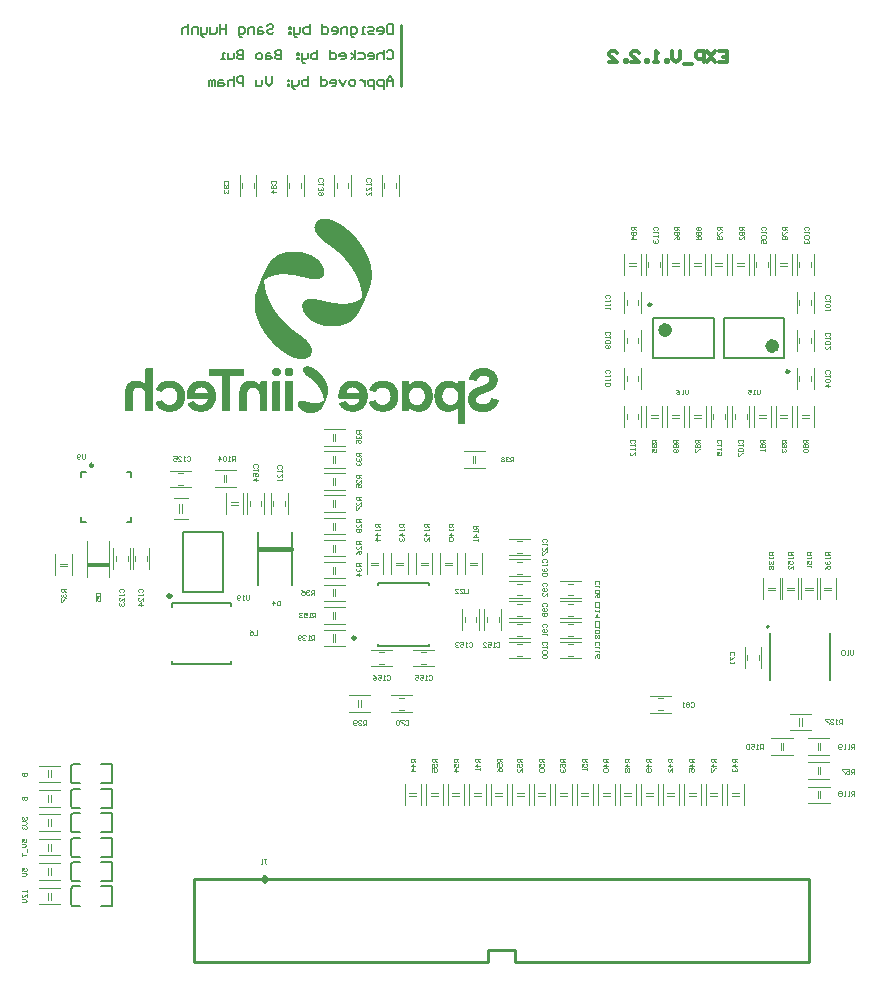
<source format=gbr>
G04*
G04 #@! TF.GenerationSoftware,Altium Limited,Altium Designer,24.1.2 (44)*
G04*
G04 Layer_Color=32896*
%FSLAX44Y44*%
%MOMM*%
G71*
G04*
G04 #@! TF.SameCoordinates,0167BC31-9F51-4C88-88AF-6E24005CD23D*
G04*
G04*
G04 #@! TF.FilePolarity,Positive*
G04*
G01*
G75*
%ADD10C,0.2000*%
%ADD11C,0.2540*%
%ADD12C,0.3810*%
%ADD15C,0.2500*%
%ADD16C,0.6000*%
%ADD17C,0.1250*%
%ADD18C,0.1270*%
%ADD19C,0.1000*%
%ADD20C,0.1524*%
%ADD21C,0.3000*%
%ADD22C,0.1200*%
%ADD178C,0.1500*%
%ADD179C,0.1200*%
%ADD180R,1.8660X0.4572*%
G36*
X251860Y628330D02*
X252002Y628295D01*
X252251Y628188D01*
X252819Y628224D01*
X252961Y628188D01*
X253156Y628135D01*
X254345Y628082D01*
X254700Y628046D01*
X254949Y627940D01*
X255126Y627869D01*
X255375Y627798D01*
X255481Y627762D01*
X255943Y627727D01*
X256298Y627691D01*
X256582Y627620D01*
X256973Y627443D01*
X257647Y627407D01*
X257896Y627372D01*
X258144Y627265D01*
X258268Y627177D01*
X258446Y627106D01*
X258961Y627052D01*
X259103Y627017D01*
X259280Y626946D01*
X259529Y626768D01*
X259955Y626733D01*
X260239Y626662D01*
X260292Y626609D01*
X260576Y626431D01*
X261197Y626342D01*
X261339Y626200D01*
X261410Y626165D01*
X261463Y626112D01*
X261978Y626023D01*
X262156Y625952D01*
X262351Y625757D01*
X262582Y625703D01*
X262830Y625668D01*
X263079Y625419D01*
X263327Y625384D01*
X263611Y625313D01*
X263753Y625171D01*
X263878Y625082D01*
X264108Y625029D01*
X264304Y624940D01*
X264392Y624816D01*
X264463Y624780D01*
X264517Y624727D01*
X264747Y624674D01*
X264889Y624638D01*
X265067Y624461D01*
X265244Y624354D01*
X265493Y624283D01*
X265635Y624141D01*
X265883Y623999D01*
X266061Y623928D01*
X266167Y623822D01*
X266558Y623609D01*
X266629Y623573D01*
X266647Y623520D01*
X266735Y623431D01*
X267126Y623218D01*
X267179Y623165D01*
X267374Y623005D01*
X267516Y622970D01*
X267676Y622810D01*
X267871Y622650D01*
X267943Y622615D01*
X268102Y622455D01*
X268138Y622384D01*
X268369Y622260D01*
X268582Y622047D01*
X268653Y622011D01*
X268901Y621763D01*
X269292Y621550D01*
X269345Y621496D01*
X269380Y621425D01*
X269735Y621070D01*
X269771Y620999D01*
X269824Y620982D01*
X270055Y620751D01*
X270144Y620626D01*
X270215Y620591D01*
X270410Y620396D01*
X270445Y620325D01*
X270499Y620271D01*
X270570Y620236D01*
X270729Y620076D01*
X270871Y619828D01*
X270907Y619757D01*
X270978Y619686D01*
X271155Y619437D01*
X271191Y619366D01*
X271244Y619313D01*
X271315Y619277D01*
X271475Y619082D01*
X271511Y619011D01*
X271723Y618798D01*
X271901Y618479D01*
X272061Y618319D01*
X272185Y617982D01*
X272309Y617857D01*
X272380Y617822D01*
X272469Y617698D01*
X272540Y617378D01*
X272664Y617254D01*
X272824Y617059D01*
X272860Y616846D01*
X272931Y616668D01*
X273108Y616491D01*
X273161Y616366D01*
X273215Y616135D01*
X273286Y615958D01*
X273339Y615905D01*
X273499Y615709D01*
X273534Y615354D01*
X273570Y615213D01*
X273658Y615124D01*
X273818Y614929D01*
X273889Y614431D01*
X273925Y614289D01*
X274173Y613757D01*
X274209Y613189D01*
X274244Y612940D01*
X274368Y612639D01*
X274404Y612497D01*
X274439Y612213D01*
X274475Y612071D01*
X274510Y611893D01*
X274493Y611023D01*
X274528Y610775D01*
X274493Y610668D01*
X274510Y610544D01*
X274493Y610278D01*
X274457Y610029D01*
X274351Y609781D01*
X274280Y609603D01*
X274244Y609497D01*
X274209Y609035D01*
X274173Y608893D01*
X274120Y608698D01*
X273960Y608503D01*
X273889Y608325D01*
X273854Y608183D01*
X273818Y608077D01*
X273783Y608006D01*
X273676Y607935D01*
X273552Y607739D01*
X273499Y607509D01*
X273215Y607225D01*
X273179Y607154D01*
X272984Y606958D01*
X272913Y606923D01*
X272771Y606710D01*
X272522Y606568D01*
X272451Y606532D01*
X272345Y606426D01*
X272096Y606284D01*
X271919Y606213D01*
X271777Y606071D01*
X271653Y605982D01*
X271422Y605929D01*
X271173Y605893D01*
X271084Y605804D01*
X270871Y605662D01*
X270605Y605609D01*
X270250Y605574D01*
X270108Y605538D01*
X269718Y605361D01*
X269469Y605325D01*
X269363Y605290D01*
X267907Y605254D01*
X267801Y605219D01*
X265883Y605254D01*
X264783Y605290D01*
X264428Y605325D01*
X264250Y605396D01*
X264108Y605432D01*
X263860Y605467D01*
X263611Y605538D01*
X263505Y605574D01*
X262156Y605645D01*
X261872Y605716D01*
X261552Y605858D01*
X261446Y605893D01*
X260682Y605947D01*
X260168Y606000D01*
X260026Y606035D01*
X259617Y606195D01*
X259475Y606231D01*
X259032Y606284D01*
X258570Y606319D01*
X258091Y606515D01*
X257807Y606586D01*
X256901Y606674D01*
X256724Y606745D01*
X256475Y606887D01*
X256191Y606958D01*
X255623Y606994D01*
X255339Y607065D01*
X254878Y607278D01*
X254345Y607313D01*
X253919Y607384D01*
X253689Y607509D01*
X253511Y607580D01*
X253333Y607615D01*
X252570Y607668D01*
X252339Y607757D01*
X252162Y607828D01*
X251931Y607917D01*
X251825Y607952D01*
X251115Y607988D01*
X250866Y608023D01*
X250724Y608059D01*
X250529Y608148D01*
X250245Y608254D01*
X250067Y608290D01*
X249606Y608325D01*
X249180Y608361D01*
X248736Y608414D01*
X248594Y608449D01*
X248221Y608609D01*
X248044Y608645D01*
X246748Y608698D01*
X246428Y608840D01*
X246180Y608804D01*
X245789Y608982D01*
X244369Y609017D01*
X244263Y609053D01*
X243855Y609035D01*
X243659Y609053D01*
X243500Y609106D01*
X243322Y609177D01*
X242594Y609159D01*
X242452Y609195D01*
X242150Y609284D01*
X241937Y609319D01*
X238228Y609301D01*
X238121Y609337D01*
X237801Y609301D01*
X237571Y609213D01*
X237429Y609177D01*
X236754Y609142D01*
X236559Y609088D01*
X236452Y609053D01*
X235352Y609017D01*
X234890Y608982D01*
X234748Y608946D01*
X234340Y608822D01*
X233914Y608716D01*
X233399Y608662D01*
X232938Y608627D01*
X232405Y608378D01*
X232086Y608343D01*
X231731Y608307D01*
X231589Y608272D01*
X231287Y608112D01*
X231109Y608041D01*
X230808Y607988D01*
X230559Y607952D01*
X230310Y607846D01*
X230222Y607757D01*
X230044Y607686D01*
X229671Y607633D01*
X229494Y607562D01*
X229423Y607491D01*
X229228Y607367D01*
X228855Y607278D01*
X228677Y607207D01*
X228606Y607136D01*
X228411Y607012D01*
X228109Y606958D01*
X227914Y606870D01*
X227879Y606799D01*
X227754Y606674D01*
X227435Y606603D01*
X227293Y606568D01*
X227080Y606355D01*
X226689Y606213D01*
X226547Y606071D01*
X226299Y605929D01*
X226157Y605893D01*
X226104Y605840D01*
X226015Y605716D01*
X225891Y605627D01*
X225624Y605574D01*
X225376Y605325D01*
X225198Y605219D01*
X225021Y605041D01*
X224843Y604935D01*
X224666Y604864D01*
X224559Y604757D01*
X224311Y604580D01*
X224240Y604544D01*
X224151Y604455D01*
X224116Y604384D01*
X223956Y604260D01*
X223885Y604225D01*
X223760Y604065D01*
X223796Y601686D01*
X223831Y601544D01*
X223902Y601367D01*
X223938Y601083D01*
X223973Y600728D01*
X224044Y600479D01*
X224080Y600373D01*
X224116Y599166D01*
X224151Y598917D01*
X224240Y598722D01*
X224311Y598544D01*
X224346Y598402D01*
X224400Y597959D01*
X224435Y597817D01*
X224471Y597248D01*
X224506Y597000D01*
X224755Y596468D01*
X224790Y595864D01*
X224825Y595615D01*
X224967Y595296D01*
X225092Y595030D01*
X225145Y594444D01*
X225180Y594302D01*
X225252Y594124D01*
X225287Y594053D01*
X225358Y593982D01*
X225411Y593858D01*
X225464Y593521D01*
X225500Y593272D01*
X225606Y593024D01*
X225642Y592953D01*
X225695Y592900D01*
X225766Y592722D01*
X225819Y592349D01*
X225855Y592207D01*
X225926Y592030D01*
X226104Y591710D01*
X226139Y591568D01*
X226175Y591213D01*
X226246Y591036D01*
X226388Y590823D01*
X226441Y590698D01*
X226494Y590432D01*
X226530Y590290D01*
X226618Y590095D01*
X226778Y589900D01*
X226814Y589687D01*
X226849Y589438D01*
X226885Y589296D01*
X227027Y589154D01*
X227133Y588977D01*
X227169Y588835D01*
X227204Y588586D01*
X227275Y588409D01*
X227382Y588302D01*
X227488Y588125D01*
X227595Y587699D01*
X227701Y587592D01*
X227737Y587521D01*
X227808Y587450D01*
X227843Y587237D01*
X227914Y586953D01*
X227967Y586900D01*
X228145Y586687D01*
X228198Y586385D01*
X228234Y586243D01*
X228482Y585994D01*
X228518Y585781D01*
X228589Y585533D01*
X228820Y585302D01*
X228873Y585036D01*
X228908Y584894D01*
X229139Y584663D01*
X229192Y584468D01*
X229263Y584219D01*
X229352Y584131D01*
X229423Y584095D01*
X229512Y584006D01*
X229583Y583687D01*
X229618Y583580D01*
X229654Y583509D01*
X229760Y583438D01*
X229902Y583190D01*
X229973Y582941D01*
X230168Y582746D01*
X230293Y582409D01*
X230364Y582338D01*
X230399Y582267D01*
X230488Y582178D01*
X230577Y581947D01*
X230648Y581770D01*
X230790Y581628D01*
X230896Y581450D01*
X230967Y581202D01*
X231145Y581024D01*
X231358Y580634D01*
X231500Y580492D01*
X231642Y580137D01*
X231695Y580083D01*
X231819Y579995D01*
X231908Y579870D01*
X231961Y579675D01*
X231997Y579533D01*
X232174Y579356D01*
X232316Y579107D01*
X232583Y578841D01*
X232636Y578646D01*
X232707Y578468D01*
X232760Y578415D01*
X232831Y578379D01*
X233044Y578024D01*
X233168Y577935D01*
X233381Y577545D01*
X233488Y577439D01*
X233666Y577119D01*
X233914Y576870D01*
X234056Y576622D01*
X234251Y576427D01*
X234375Y576089D01*
X234517Y575983D01*
X234695Y575734D01*
X234730Y575663D01*
X234784Y575646D01*
X234837Y575592D01*
X235086Y575273D01*
X235121Y575202D01*
X235192Y575166D01*
X235405Y574776D01*
X235441Y574705D01*
X235529Y574652D01*
X235689Y574456D01*
X235725Y574385D01*
X235955Y574155D01*
X236097Y573941D01*
X236222Y573853D01*
X236399Y573604D01*
X236435Y573533D01*
X236612Y573356D01*
X236754Y573107D01*
X236932Y572930D01*
X237038Y572752D01*
X237358Y572433D01*
X237393Y572362D01*
X237588Y572166D01*
X237659Y572131D01*
X237713Y572042D01*
X237748Y571971D01*
X238032Y571687D01*
X238068Y571616D01*
X238228Y571456D01*
X238298Y571421D01*
X238458Y571119D01*
X238618Y570959D01*
X238778Y570764D01*
X238867Y570640D01*
X238937Y570604D01*
X239133Y570409D01*
X239221Y570285D01*
X239293Y570249D01*
X239452Y569983D01*
X239576Y569859D01*
X239648Y569823D01*
X239736Y569735D01*
X239772Y569664D01*
X239896Y569539D01*
X239967Y569504D01*
X240091Y569380D01*
X240127Y569309D01*
X240251Y569184D01*
X240322Y569149D01*
X240446Y569025D01*
X240482Y568954D01*
X240606Y568829D01*
X240677Y568794D01*
X240766Y568705D01*
X240801Y568634D01*
X240926Y568510D01*
X240997Y568474D01*
X241121Y568350D01*
X241156Y568279D01*
X241281Y568155D01*
X241352Y568119D01*
X241476Y567995D01*
X241511Y567924D01*
X241600Y567835D01*
X241671Y567800D01*
X241795Y567676D01*
X241831Y567604D01*
X241955Y567480D01*
X242026Y567445D01*
X242150Y567321D01*
X242186Y567249D01*
X242310Y567125D01*
X242381Y567090D01*
X242470Y567001D01*
X242505Y566930D01*
X242630Y566806D01*
X242701Y566770D01*
X242825Y566646D01*
X242860Y566575D01*
X242949Y566486D01*
X243251Y566291D01*
X243286Y566220D01*
X243340Y566202D01*
X243606Y565936D01*
X243641Y565865D01*
X243695Y565847D01*
X243925Y565616D01*
X243961Y565545D01*
X244067Y565474D01*
X244422Y565297D01*
X244458Y565226D01*
X244689Y564995D01*
X244760Y564960D01*
X244849Y564835D01*
X245133Y564658D01*
X245168Y564587D01*
X245363Y564392D01*
X245434Y564356D01*
X245594Y564196D01*
X245630Y564125D01*
X245683Y564108D01*
X245754Y564036D01*
X245825Y564001D01*
X246038Y563788D01*
X246215Y563681D01*
X246304Y563593D01*
X246499Y563433D01*
X246748Y563291D01*
X246925Y563114D01*
X247103Y563007D01*
X247263Y562847D01*
X247298Y562776D01*
X247422Y562687D01*
X247493Y562652D01*
X247778Y562368D01*
X247848Y562332D01*
X248026Y562261D01*
X248168Y562119D01*
X248239Y562084D01*
X248310Y562013D01*
X248452Y561977D01*
X248701Y561729D01*
X248878Y561622D01*
X249056Y561409D01*
X249233Y561303D01*
X249411Y561232D01*
X249553Y561090D01*
X249872Y560912D01*
X249925Y560859D01*
X250014Y560735D01*
X250263Y560593D01*
X250511Y560344D01*
X250635Y560291D01*
X250866Y560238D01*
X251008Y560060D01*
X251328Y559883D01*
X251416Y559794D01*
X251452Y559723D01*
X251825Y559528D01*
X251896Y559492D01*
X252002Y559386D01*
X252251Y559244D01*
X252411Y559084D01*
X252446Y559013D01*
X252677Y558889D01*
X252854Y558818D01*
X252961Y558711D01*
X253280Y558534D01*
X253333Y558480D01*
X253369Y558410D01*
X253458Y558321D01*
X253706Y558179D01*
X253884Y558001D01*
X254203Y557824D01*
X254274Y557788D01*
X254416Y557646D01*
X254594Y557540D01*
X254842Y557291D01*
X255020Y557185D01*
X255109Y557096D01*
X255197Y556972D01*
X255517Y556794D01*
X255694Y556617D01*
X255943Y556475D01*
X256014Y556439D01*
X256032Y556386D01*
X256227Y556226D01*
X256298Y556191D01*
X256493Y555995D01*
X256529Y555924D01*
X256617Y555871D01*
X256688Y555836D01*
X256848Y555676D01*
X256884Y555605D01*
X257008Y555516D01*
X257079Y555481D01*
X257327Y555232D01*
X257398Y555197D01*
X257647Y554948D01*
X257966Y554771D01*
X258215Y554522D01*
X258393Y554416D01*
X258463Y554344D01*
X258535Y554309D01*
X258659Y554185D01*
X258801Y553936D01*
X258961Y553777D01*
X259032Y553741D01*
X259156Y553617D01*
X259191Y553546D01*
X259245Y553493D01*
X259316Y553457D01*
X259511Y553262D01*
X259546Y553191D01*
X259600Y553138D01*
X259671Y553102D01*
X259866Y552907D01*
X259901Y552836D01*
X259955Y552782D01*
X260026Y552747D01*
X260150Y552623D01*
X260185Y552552D01*
X260434Y552303D01*
X260700Y551859D01*
X260771Y551824D01*
X260931Y551593D01*
X260966Y551522D01*
X261091Y551433D01*
X261250Y551238D01*
X261286Y551167D01*
X261375Y551078D01*
X261446Y551043D01*
X261499Y550990D01*
X261641Y550741D01*
X261783Y550599D01*
X261996Y550209D01*
X262049Y550155D01*
X262209Y549960D01*
X262244Y549889D01*
X262351Y549641D01*
X262458Y549534D01*
X262600Y549286D01*
X262670Y549108D01*
X262759Y549019D01*
X262830Y548984D01*
X262901Y548842D01*
X262955Y548540D01*
X262990Y548398D01*
X263185Y548203D01*
X263309Y547865D01*
X263381Y547688D01*
X263505Y547564D01*
X263576Y547386D01*
X263629Y546978D01*
X263664Y546836D01*
X263718Y546676D01*
X263860Y546463D01*
X263931Y546286D01*
X263966Y546108D01*
X264020Y544670D01*
X263984Y543144D01*
X263949Y542895D01*
X263860Y542664D01*
X263682Y542380D01*
X263594Y541866D01*
X263558Y541724D01*
X263363Y541528D01*
X263203Y541085D01*
X263061Y540943D01*
X262883Y540623D01*
X262600Y540339D01*
X262564Y540268D01*
X261872Y539576D01*
X261801Y539540D01*
X261517Y539256D01*
X261268Y539114D01*
X261108Y538919D01*
X260931Y538848D01*
X260736Y538795D01*
X260452Y538511D01*
X260239Y538475D01*
X259990Y538440D01*
X259830Y538351D01*
X259546Y538173D01*
X259333Y538138D01*
X259103Y538085D01*
X258712Y537907D01*
X258535Y537872D01*
X258428Y537836D01*
X255943Y537801D01*
X252073Y537836D01*
X251612Y537872D01*
X251470Y537907D01*
X251239Y537996D01*
X251044Y538049D01*
X250937Y538085D01*
X250440Y538120D01*
X250298Y538156D01*
X250050Y538191D01*
X249659Y538440D01*
X249375Y538475D01*
X248878Y538546D01*
X248612Y538706D01*
X248434Y538777D01*
X248097Y538830D01*
X247920Y538901D01*
X247600Y539150D01*
X247245Y539185D01*
X246996Y539256D01*
X246925Y539327D01*
X246730Y539451D01*
X246499Y539540D01*
X246322Y539611D01*
X246215Y539718D01*
X246020Y539842D01*
X245825Y539895D01*
X245647Y539966D01*
X245594Y540019D01*
X245399Y540179D01*
X245257Y540215D01*
X245008Y540286D01*
X244849Y540446D01*
X244618Y540534D01*
X244369Y540570D01*
X244139Y540801D01*
X243961Y540872D01*
X243766Y540925D01*
X243624Y541067D01*
X243500Y541156D01*
X243269Y541244D01*
X243091Y541315D01*
X243020Y541386D01*
X242949Y541422D01*
X242896Y541475D01*
X242665Y541564D01*
X242576Y541653D01*
X242488Y541777D01*
X242168Y541954D01*
X242097Y541990D01*
X241991Y542096D01*
X241813Y542203D01*
X241636Y542274D01*
X241458Y542451D01*
X241334Y542540D01*
X241103Y542629D01*
X240997Y542735D01*
X240606Y542948D01*
X240446Y543108D01*
X240411Y543179D01*
X240145Y543303D01*
X240002Y543445D01*
X239612Y543658D01*
X239488Y543783D01*
X239452Y543854D01*
X239221Y543978D01*
X239133Y544067D01*
X239097Y544138D01*
X239044Y544191D01*
X238742Y544386D01*
X238547Y544546D01*
X238405Y544581D01*
X238387Y544599D01*
X238192Y544688D01*
X238139Y544777D01*
X237943Y544936D01*
X237872Y544972D01*
X237784Y545061D01*
X237748Y545132D01*
X237659Y545220D01*
X237411Y545363D01*
X237304Y545469D01*
X237056Y545647D01*
X236985Y545682D01*
X236807Y545860D01*
X236559Y546002D01*
X236435Y546126D01*
X236399Y546197D01*
X236328Y546268D01*
X236115Y546410D01*
X236080Y546481D01*
X235920Y546641D01*
X235849Y546676D01*
X235529Y546996D01*
X235458Y547031D01*
X235370Y547120D01*
X235334Y547191D01*
X235281Y547244D01*
X235032Y547386D01*
X234961Y547422D01*
X234642Y547741D01*
X234571Y547777D01*
X234464Y547883D01*
X234145Y548061D01*
X234021Y548185D01*
X233985Y548256D01*
X233932Y548309D01*
X233861Y548345D01*
X233666Y548540D01*
X233630Y548611D01*
X233577Y548664D01*
X233506Y548700D01*
X233186Y549019D01*
X233115Y549055D01*
X233026Y549143D01*
X232938Y549268D01*
X232867Y549303D01*
X232796Y549374D01*
X232725Y549410D01*
X232707Y549463D01*
X232441Y549729D01*
X232370Y549765D01*
X232352Y549818D01*
X232245Y549925D01*
X232210Y549995D01*
X232157Y550013D01*
X231411Y550759D01*
X231340Y550794D01*
X231322Y550848D01*
X231251Y550919D01*
X231216Y550990D01*
X231163Y551007D01*
X231092Y551078D01*
X231021Y551114D01*
X230932Y551238D01*
X230896Y551309D01*
X230808Y551398D01*
X230737Y551433D01*
X230683Y551487D01*
X230648Y551558D01*
X230577Y551629D01*
X230541Y551700D01*
X230488Y551717D01*
X230257Y551948D01*
X230222Y552019D01*
X230168Y552072D01*
X230098Y552108D01*
X229938Y552268D01*
X229902Y552339D01*
X229778Y552463D01*
X229707Y552498D01*
X229654Y552552D01*
X229512Y552800D01*
X229476Y552871D01*
X229370Y552978D01*
X229334Y553049D01*
X229263Y553120D01*
X229228Y553191D01*
X229104Y553315D01*
X228926Y553528D01*
X228784Y553741D01*
X228713Y553777D01*
X228660Y553830D01*
X228624Y553901D01*
X228553Y553972D01*
X228518Y554043D01*
X228464Y554096D01*
X228393Y554132D01*
X228269Y554256D01*
X228234Y554327D01*
X227950Y554611D01*
X227914Y554682D01*
X227719Y554877D01*
X227648Y554913D01*
X227630Y554966D01*
X227453Y555214D01*
X227417Y555285D01*
X227275Y555427D01*
X227133Y555676D01*
X226956Y555853D01*
X226849Y556031D01*
X226725Y556155D01*
X226601Y556244D01*
X226494Y556421D01*
X226370Y556546D01*
X226210Y556741D01*
X226068Y557096D01*
X225961Y557202D01*
X225855Y557380D01*
X225624Y557611D01*
X225464Y557806D01*
X225429Y557877D01*
X225252Y558055D01*
X225145Y558232D01*
X225074Y558410D01*
X224932Y558551D01*
X224790Y558800D01*
X224541Y559049D01*
X224435Y559226D01*
X224364Y559403D01*
X224293Y559474D01*
X224080Y559865D01*
X223902Y560043D01*
X223867Y560114D01*
X223814Y560167D01*
X223725Y560398D01*
X223583Y560540D01*
X223405Y560859D01*
X223121Y561143D01*
X223086Y561321D01*
X223015Y561498D01*
X222979Y561569D01*
X222926Y561587D01*
X222802Y561747D01*
X222660Y562102D01*
X222553Y562208D01*
X222447Y562386D01*
X222376Y562563D01*
X222198Y562741D01*
X222110Y562865D01*
X222056Y563096D01*
X222021Y563238D01*
X221843Y563415D01*
X221630Y563806D01*
X221595Y563877D01*
X221453Y564019D01*
X221417Y564161D01*
X221311Y564409D01*
X221133Y564587D01*
X221027Y564871D01*
X220956Y565048D01*
X220920Y565119D01*
X220778Y565261D01*
X220672Y565687D01*
X220583Y565776D01*
X220406Y565989D01*
X220352Y566255D01*
X220281Y566433D01*
X220175Y566539D01*
X220086Y566664D01*
X220033Y566894D01*
X219997Y567036D01*
X219873Y567161D01*
X219713Y567356D01*
X219678Y567569D01*
X219607Y567817D01*
X219394Y568137D01*
X219323Y568456D01*
X219287Y568599D01*
X219110Y568776D01*
X219021Y568900D01*
X218968Y569202D01*
X218932Y569344D01*
X218719Y569664D01*
X218684Y569948D01*
X218613Y570232D01*
X218364Y570587D01*
X218258Y571013D01*
X218187Y571190D01*
X218027Y571492D01*
X217974Y571794D01*
X217938Y571936D01*
X217867Y572113D01*
X217743Y572238D01*
X217672Y572415D01*
X217619Y572823D01*
X217548Y573072D01*
X217423Y573302D01*
X217352Y573480D01*
X217299Y573782D01*
X217264Y573924D01*
X216980Y574527D01*
X216944Y575060D01*
X216909Y575202D01*
X216767Y575521D01*
X216731Y575592D01*
X216660Y575770D01*
X216625Y576267D01*
X216589Y576515D01*
X216483Y576764D01*
X216305Y577084D01*
X216269Y577616D01*
X216216Y578095D01*
X216181Y578273D01*
X216145Y578415D01*
X216021Y578752D01*
X215986Y578859D01*
X215950Y579533D01*
X215914Y579888D01*
X215826Y580190D01*
X215772Y580421D01*
X215737Y580563D01*
X215666Y580740D01*
X215630Y581237D01*
X215595Y581344D01*
X215560Y583616D01*
X215524Y583758D01*
X215488Y583864D01*
X215453Y584184D01*
X215488Y584290D01*
X215471Y585764D01*
X215506Y586367D01*
X215542Y586545D01*
X215577Y587716D01*
X215630Y589154D01*
X215719Y589349D01*
X215790Y589527D01*
X215826Y589704D01*
X215861Y589917D01*
X215932Y590379D01*
X215986Y590929D01*
X216234Y591462D01*
X216269Y591888D01*
X216305Y592136D01*
X216412Y592385D01*
X216447Y592456D01*
X216500Y592509D01*
X216571Y592687D01*
X216607Y592900D01*
X216642Y593219D01*
X216696Y593450D01*
X216873Y593734D01*
X216980Y594231D01*
X217015Y594373D01*
X217264Y594763D01*
X217335Y595367D01*
X217565Y595811D01*
X217601Y595953D01*
X217636Y596130D01*
X217690Y596361D01*
X217938Y596716D01*
X218009Y597248D01*
X218045Y597391D01*
X218116Y597462D01*
X218151Y597533D01*
X218204Y597586D01*
X218293Y597817D01*
X218329Y598065D01*
X218364Y598207D01*
X218435Y598385D01*
X218559Y598509D01*
X218630Y598686D01*
X218684Y598953D01*
X218719Y599201D01*
X218808Y599361D01*
X218968Y599556D01*
X219003Y599982D01*
X219039Y600124D01*
X219181Y600266D01*
X219323Y600515D01*
X219358Y600657D01*
X219394Y600905D01*
X219554Y601171D01*
X219642Y601402D01*
X219749Y601828D01*
X219820Y601899D01*
X219855Y601970D01*
X219909Y602024D01*
X219997Y602254D01*
X220033Y602503D01*
X220175Y602822D01*
X220299Y603018D01*
X220352Y603319D01*
X220423Y603568D01*
X220618Y603763D01*
X220707Y604136D01*
X220743Y604278D01*
X220849Y604455D01*
X220973Y604651D01*
X221027Y604846D01*
X221062Y605094D01*
X221133Y605272D01*
X221275Y605414D01*
X221329Y605538D01*
X221382Y605804D01*
X221417Y605947D01*
X221488Y606124D01*
X221595Y606231D01*
X221684Y606355D01*
X221737Y606586D01*
X221772Y606834D01*
X221985Y607047D01*
X222021Y607118D01*
X222056Y607260D01*
X222092Y607509D01*
X222181Y607668D01*
X222252Y607704D01*
X222305Y607793D01*
X222358Y607917D01*
X222411Y608219D01*
X222482Y608396D01*
X222589Y608503D01*
X222678Y608627D01*
X222766Y609000D01*
X222837Y609177D01*
X222891Y609230D01*
X223050Y609426D01*
X223086Y609603D01*
X223157Y609887D01*
X223299Y610029D01*
X223388Y610154D01*
X223441Y610420D01*
X223512Y610597D01*
X223565Y610650D01*
X223707Y610863D01*
X223760Y611094D01*
X223831Y611378D01*
X223885Y611432D01*
X224027Y611645D01*
X224116Y611875D01*
X224240Y612106D01*
X224400Y612301D01*
X224435Y612443D01*
X224506Y612692D01*
X224559Y612745D01*
X224630Y612781D01*
X224755Y612940D01*
X224790Y613118D01*
X224825Y613260D01*
X224861Y613366D01*
X224897Y613437D01*
X225039Y613579D01*
X225110Y613757D01*
X225180Y614041D01*
X225269Y614130D01*
X225447Y614343D01*
X225500Y614609D01*
X225536Y614751D01*
X225713Y614929D01*
X225784Y615106D01*
X225819Y615248D01*
X225908Y615443D01*
X225979Y615479D01*
X226139Y615639D01*
X226175Y615923D01*
X226246Y616100D01*
X226299Y616118D01*
X226352Y616171D01*
X226441Y616295D01*
X226530Y616668D01*
X226689Y616828D01*
X226760Y616863D01*
X226796Y616934D01*
X226867Y617112D01*
X226920Y617307D01*
X227098Y617485D01*
X227275Y617804D01*
X227311Y617875D01*
X227382Y617946D01*
X227595Y618337D01*
X227737Y618479D01*
X227914Y618798D01*
X227967Y618851D01*
X228038Y618887D01*
X228092Y618940D01*
X228269Y619260D01*
X228411Y619402D01*
X228589Y619721D01*
X228713Y619846D01*
X228784Y619881D01*
X228873Y620005D01*
X228908Y620076D01*
X229104Y620271D01*
X229174Y620307D01*
X229228Y620396D01*
X229263Y620467D01*
X229476Y620680D01*
X229512Y620751D01*
X229707Y620946D01*
X229778Y620982D01*
X229831Y621035D01*
X229867Y621106D01*
X230115Y621354D01*
X230293Y621603D01*
X230328Y621674D01*
X230452Y621798D01*
X230701Y621940D01*
X230825Y622064D01*
X230914Y622189D01*
X230985Y622224D01*
X231056Y622295D01*
X231127Y622331D01*
X231216Y622419D01*
X231251Y622490D01*
X231376Y622615D01*
X231447Y622650D01*
X231500Y622703D01*
X231589Y622828D01*
X231766Y622934D01*
X232086Y623254D01*
X232157Y623289D01*
X232405Y623538D01*
X232725Y623715D01*
X232902Y623893D01*
X232973Y623928D01*
X233239Y624088D01*
X233275Y624159D01*
X233328Y624212D01*
X233577Y624354D01*
X233736Y624443D01*
X233772Y624514D01*
X233914Y624656D01*
X234109Y624709D01*
X234287Y624780D01*
X234393Y624887D01*
X234517Y624976D01*
X234713Y625029D01*
X234890Y625100D01*
X234908Y625153D01*
X234961Y625206D01*
X235086Y625295D01*
X235423Y625419D01*
X235636Y625561D01*
X235813Y625668D01*
X235955Y625703D01*
X236204Y625739D01*
X236381Y625916D01*
X236506Y626005D01*
X236701Y626058D01*
X236932Y626147D01*
X237216Y626325D01*
X237588Y626378D01*
X237766Y626449D01*
X237943Y626626D01*
X238068Y626680D01*
X238298Y626733D01*
X238547Y626768D01*
X238724Y626839D01*
X239044Y627017D01*
X239541Y627052D01*
X239683Y627088D01*
X239860Y627194D01*
X240109Y627372D01*
X240677Y627407D01*
X240819Y627443D01*
X241068Y627478D01*
X241387Y627620D01*
X241565Y627691D01*
X242062Y627727D01*
X242417Y627762D01*
X242612Y627816D01*
X242843Y627869D01*
X243020Y627940D01*
X243216Y628029D01*
X243393Y628064D01*
X245079Y628117D01*
X245221Y628153D01*
X245399Y628224D01*
X246038Y628188D01*
X246286Y628295D01*
X247848Y628330D01*
X247955Y628366D01*
X251860Y628330D01*
D02*
G37*
G36*
X276073Y656022D02*
X276516Y656040D01*
X277066Y656022D01*
X277528Y655986D01*
X277883Y655880D01*
X278025Y655844D01*
X278380Y655738D01*
X278487Y655702D01*
X279126Y655667D01*
X279410Y655596D01*
X279658Y655489D01*
X279836Y655418D01*
X279942Y655383D01*
X280404Y655347D01*
X280546Y655312D01*
X280723Y655241D01*
X280794Y655170D01*
X281043Y655028D01*
X281753Y654957D01*
X282108Y654708D01*
X282392Y654673D01*
X282676Y654602D01*
X282871Y654407D01*
X283102Y654318D01*
X283457Y654282D01*
X283705Y654105D01*
X283883Y653998D01*
X284238Y653892D01*
X284344Y653785D01*
X284593Y653643D01*
X284841Y653608D01*
X285019Y653537D01*
X285196Y653359D01*
X285551Y653217D01*
X285658Y653111D01*
X285729Y653075D01*
X285782Y653022D01*
X286013Y652933D01*
X286155Y652898D01*
X286368Y652756D01*
X286546Y652649D01*
X286723Y652578D01*
X286776Y652525D01*
X286812Y652454D01*
X286918Y652347D01*
X287096Y652277D01*
X287291Y652223D01*
X287504Y652010D01*
X287753Y651868D01*
X287859Y651762D01*
X288108Y651620D01*
X288250Y651584D01*
X288445Y651495D01*
X288480Y651424D01*
X288534Y651371D01*
X288853Y651194D01*
X288995Y651052D01*
X289119Y650963D01*
X289350Y650874D01*
X289510Y650714D01*
X289545Y650643D01*
X289812Y650484D01*
X289883Y650448D01*
X289954Y650377D01*
X290202Y650235D01*
X290380Y650164D01*
X290486Y650058D01*
X290735Y649880D01*
X290806Y649845D01*
X290895Y649756D01*
X290930Y649685D01*
X291267Y649454D01*
X291338Y649419D01*
X291356Y649365D01*
X291409Y649348D01*
X291480Y649277D01*
X291729Y649135D01*
X291800Y649099D01*
X291818Y649046D01*
X291906Y648957D01*
X292155Y648815D01*
X292279Y648655D01*
X292474Y648495D01*
X292545Y648460D01*
X292687Y648318D01*
X293078Y648105D01*
X293220Y647963D01*
X293468Y647821D01*
X293557Y647732D01*
X293593Y647661D01*
X293646Y647608D01*
X293823Y647502D01*
X293948Y647377D01*
X293983Y647306D01*
X294143Y647182D01*
X294214Y647146D01*
X294391Y646969D01*
X294640Y646791D01*
X294711Y646756D01*
X294995Y646472D01*
X295066Y646436D01*
X295208Y646294D01*
X295457Y646117D01*
X295527Y646081D01*
X295581Y646028D01*
X295616Y645957D01*
X295971Y645602D01*
X296166Y645442D01*
X296238Y645407D01*
X296291Y645354D01*
X296326Y645283D01*
X296486Y645123D01*
X296557Y645087D01*
X296610Y645034D01*
X296646Y644963D01*
X296806Y644803D01*
X296877Y644768D01*
X296965Y644679D01*
X297001Y644608D01*
X297161Y644448D01*
X297232Y644413D01*
X297516Y644129D01*
X297587Y644093D01*
X297711Y643969D01*
X297746Y643898D01*
X297835Y643809D01*
X297906Y643774D01*
X298030Y643650D01*
X298066Y643578D01*
X298155Y643490D01*
X298226Y643454D01*
X298385Y643295D01*
X298421Y643223D01*
X298510Y643135D01*
X298581Y643099D01*
X298705Y642975D01*
X298740Y642904D01*
X298829Y642815D01*
X298900Y642780D01*
X299095Y642584D01*
X299131Y642513D01*
X299344Y642300D01*
X299380Y642229D01*
X299539Y642070D01*
X299610Y642034D01*
X299699Y641945D01*
X299734Y641874D01*
X299894Y641715D01*
X299965Y641679D01*
X300019Y641626D01*
X300054Y641555D01*
X300214Y641395D01*
X300285Y641360D01*
X300338Y641306D01*
X300445Y641129D01*
X300888Y640685D01*
X300959Y640650D01*
X301012Y640596D01*
X301154Y640348D01*
X301652Y639851D01*
X301829Y639531D01*
X302113Y639247D01*
X302149Y639176D01*
X302433Y638892D01*
X302468Y638821D01*
X302539Y638750D01*
X302575Y638679D01*
X302663Y638626D01*
X302823Y638431D01*
X302859Y638360D01*
X303036Y638182D01*
X303178Y637934D01*
X303498Y637472D01*
X303533Y637401D01*
X303586Y637348D01*
X303657Y637312D01*
X303746Y637224D01*
X303853Y637046D01*
X304066Y636833D01*
X304208Y636585D01*
X304314Y636478D01*
X304350Y636407D01*
X304421Y636336D01*
X304563Y636088D01*
X304598Y636017D01*
X304652Y635999D01*
X304776Y635875D01*
X304882Y635697D01*
X305060Y635520D01*
X305184Y635324D01*
X305273Y635093D01*
X305379Y634987D01*
X305557Y634668D01*
X305646Y634579D01*
X305770Y634490D01*
X305947Y634170D01*
X305983Y634100D01*
X306089Y633993D01*
X306267Y633674D01*
X306480Y633461D01*
X306569Y633336D01*
X306622Y633141D01*
X306764Y632999D01*
X306977Y632608D01*
X307172Y632413D01*
X307261Y632182D01*
X307332Y632005D01*
X307367Y631934D01*
X307438Y631898D01*
X307651Y631508D01*
X307758Y631401D01*
X307847Y631277D01*
X307935Y631046D01*
X307971Y630904D01*
X308184Y630691D01*
X308326Y630301D01*
X308557Y630070D01*
X308645Y629839D01*
X308717Y629662D01*
X308894Y629484D01*
X309036Y629094D01*
X309142Y628987D01*
X309178Y628916D01*
X309231Y628863D01*
X309284Y628632D01*
X309356Y628455D01*
X309569Y628242D01*
X309675Y627958D01*
X309711Y627816D01*
X309870Y627656D01*
X309941Y627478D01*
X309995Y627248D01*
X310065Y627070D01*
X310243Y626893D01*
X310296Y626768D01*
X310350Y626467D01*
X310492Y626254D01*
X310616Y626058D01*
X310669Y625828D01*
X310740Y625650D01*
X310847Y625544D01*
X310971Y625348D01*
X311024Y625117D01*
X311060Y624976D01*
X311131Y624798D01*
X311308Y624549D01*
X311344Y624230D01*
X311415Y623982D01*
X311468Y623928D01*
X311645Y623644D01*
X311681Y623502D01*
X311734Y623271D01*
X311912Y623023D01*
X311983Y622845D01*
X312018Y622703D01*
X312054Y622455D01*
X312125Y622277D01*
X312196Y622206D01*
X312231Y622135D01*
X312284Y622082D01*
X312355Y621905D01*
X312409Y621567D01*
X312444Y621425D01*
X312639Y621053D01*
X312693Y620786D01*
X312764Y620360D01*
X312941Y620112D01*
X313048Y619828D01*
X313083Y619473D01*
X313119Y619331D01*
X313278Y619029D01*
X313349Y618851D01*
X313403Y618266D01*
X313545Y617946D01*
X313633Y617822D01*
X313704Y617644D01*
X313758Y617059D01*
X313793Y616810D01*
X313829Y616668D01*
X314006Y616278D01*
X314042Y616065D01*
X314077Y615603D01*
X314113Y615354D01*
X314184Y615106D01*
X314308Y614804D01*
X314361Y614574D01*
X314397Y614467D01*
X314432Y613544D01*
X314468Y613189D01*
X314503Y613082D01*
X314539Y612585D01*
X314610Y612408D01*
X314645Y611840D01*
X314681Y611733D01*
X314716Y606053D01*
X314645Y605094D01*
X314610Y604739D01*
X314521Y604438D01*
X314485Y604225D01*
X314432Y603497D01*
X314397Y603142D01*
X314361Y602893D01*
X314255Y602645D01*
X314113Y602396D01*
X314042Y601615D01*
X313882Y601242D01*
X313811Y601065D01*
X313776Y600923D01*
X313722Y600479D01*
X313580Y600160D01*
X313491Y600036D01*
X313421Y599858D01*
X313385Y599680D01*
X313332Y599237D01*
X313261Y598988D01*
X313083Y598740D01*
X313048Y598385D01*
X312977Y598136D01*
X312906Y598065D01*
X312870Y597994D01*
X312799Y597923D01*
X312710Y597692D01*
X312657Y597320D01*
X312409Y596929D01*
X312373Y596645D01*
X312338Y596503D01*
X312267Y596325D01*
X312107Y596166D01*
X312054Y595970D01*
X311983Y595474D01*
X311805Y595225D01*
X311752Y595101D01*
X311699Y594834D01*
X311628Y594550D01*
X311486Y594337D01*
X311379Y594160D01*
X311344Y594053D01*
X311308Y593698D01*
X311219Y593468D01*
X311060Y593272D01*
X311024Y593095D01*
X310989Y592846D01*
X310953Y592704D01*
X310811Y592562D01*
X310722Y592438D01*
X310634Y592065D01*
X310598Y591923D01*
X310527Y591746D01*
X310438Y591657D01*
X310367Y591479D01*
X310332Y591267D01*
X310278Y591036D01*
X310154Y590911D01*
X309995Y590716D01*
X309959Y590361D01*
X309888Y590113D01*
X309781Y590006D01*
X309639Y589758D01*
X309604Y589545D01*
X309533Y589367D01*
X309480Y589314D01*
X309338Y589101D01*
X309249Y588551D01*
X309000Y588196D01*
X308965Y587947D01*
X308894Y587663D01*
X308699Y587468D01*
X308645Y587272D01*
X308610Y587024D01*
X308539Y586847D01*
X308432Y586776D01*
X308397Y586704D01*
X308344Y586651D01*
X308273Y586261D01*
X308219Y586065D01*
X308077Y585923D01*
X308042Y585852D01*
X307989Y585799D01*
X307935Y585568D01*
X307864Y585320D01*
X307811Y585267D01*
X307669Y585054D01*
X307580Y584681D01*
X307509Y584503D01*
X307438Y584432D01*
X307314Y584237D01*
X307261Y584042D01*
X307190Y583864D01*
X307154Y583793D01*
X307012Y583651D01*
X306941Y583474D01*
X306906Y583225D01*
X306835Y583048D01*
X306728Y582941D01*
X306604Y582746D01*
X306551Y582551D01*
X306462Y582320D01*
X306285Y582036D01*
X306231Y581841D01*
X306196Y581699D01*
X306107Y581539D01*
X306036Y581503D01*
X305947Y581379D01*
X305876Y581202D01*
X305805Y580918D01*
X305646Y580758D01*
X305557Y580527D01*
X305521Y580385D01*
X305486Y580279D01*
X305450Y580208D01*
X305273Y580030D01*
X305202Y579853D01*
X305166Y579711D01*
X305113Y579551D01*
X304953Y579356D01*
X304900Y579231D01*
X304865Y579089D01*
X304811Y578894D01*
X304580Y578663D01*
X304456Y578326D01*
X304350Y578219D01*
X304172Y577900D01*
X304101Y577723D01*
X303995Y577616D01*
X303959Y577545D01*
X303906Y577492D01*
X303817Y577119D01*
X303551Y576853D01*
X303462Y576622D01*
X303373Y576427D01*
X303302Y576391D01*
X303214Y576267D01*
X303107Y575983D01*
X302965Y575770D01*
X302752Y575379D01*
X302717Y575308D01*
X302663Y575291D01*
X302575Y575202D01*
X302397Y574882D01*
X302362Y574811D01*
X302255Y574705D01*
X302113Y574456D01*
X301953Y574297D01*
X301794Y574101D01*
X301758Y574030D01*
X301510Y573782D01*
X301368Y573533D01*
X301261Y573427D01*
X301226Y573356D01*
X301172Y573302D01*
X301084Y573072D01*
X300764Y572752D01*
X300728Y572681D01*
X300675Y572628D01*
X300604Y572593D01*
X300480Y572468D01*
X300445Y572397D01*
X300161Y572113D01*
X300125Y572042D01*
X299965Y571882D01*
X299894Y571847D01*
X299806Y571758D01*
X299770Y571687D01*
X299646Y571563D01*
X299575Y571527D01*
X299326Y571279D01*
X299255Y571243D01*
X299060Y571048D01*
X299024Y570977D01*
X298865Y570853D01*
X298794Y570817D01*
X298581Y570604D01*
X298261Y570427D01*
X298155Y570320D01*
X297906Y570178D01*
X297835Y570143D01*
X297782Y570090D01*
X297746Y570019D01*
X297551Y569859D01*
X297480Y569823D01*
X297232Y569575D01*
X296912Y569397D01*
X296841Y569362D01*
X296770Y569291D01*
X296522Y569149D01*
X296362Y569060D01*
X296326Y568989D01*
X296273Y568936D01*
X296149Y568847D01*
X295812Y568723D01*
X295705Y568616D01*
X295457Y568474D01*
X295315Y568439D01*
X295137Y568368D01*
X295084Y568315D01*
X294888Y568155D01*
X294746Y568119D01*
X294498Y568013D01*
X294427Y567942D01*
X294356Y567906D01*
X294303Y567853D01*
X294107Y567800D01*
X293965Y567764D01*
X293788Y567693D01*
X293735Y567640D01*
X293539Y567480D01*
X293255Y567409D01*
X293025Y567321D01*
X292812Y567178D01*
X292439Y567090D01*
X292297Y567054D01*
X291942Y566806D01*
X291800Y566770D01*
X291445Y566735D01*
X291250Y566681D01*
X290912Y566451D01*
X290486Y566415D01*
X290238Y566380D01*
X289705Y566131D01*
X289599Y566096D01*
X289066Y566060D01*
X288640Y565989D01*
X288356Y565812D01*
X287966Y565776D01*
X287859Y565741D01*
X287113Y565705D01*
X286971Y565670D01*
X286563Y565545D01*
X286421Y565510D01*
X286084Y565457D01*
X285977Y565421D01*
X284770Y565386D01*
X284664Y565350D01*
X284114Y565368D01*
X283847Y565350D01*
X283386Y565315D01*
X283279Y565279D01*
X279072Y565297D01*
X278859Y565332D01*
X278433Y565368D01*
X277812Y565350D01*
X277670Y565386D01*
X276569Y565421D01*
X276321Y565457D01*
X275931Y565634D01*
X275575Y565670D01*
X275469Y565705D01*
X274830Y565741D01*
X274475Y565776D01*
X274191Y565847D01*
X273800Y566025D01*
X273339Y566060D01*
X273197Y566096D01*
X272948Y566131D01*
X272700Y566202D01*
X272309Y566380D01*
X271954Y566415D01*
X271706Y566451D01*
X271564Y566486D01*
X271297Y566646D01*
X271120Y566717D01*
X270676Y566770D01*
X270428Y566806D01*
X270073Y567054D01*
X269718Y567090D01*
X269434Y567161D01*
X269327Y567267D01*
X269132Y567391D01*
X268795Y567445D01*
X268653Y567480D01*
X268475Y567551D01*
X268404Y567622D01*
X268280Y567711D01*
X267871Y567800D01*
X267694Y567871D01*
X267588Y567977D01*
X267410Y568084D01*
X267197Y568119D01*
X267020Y568190D01*
X266949Y568226D01*
X266877Y568297D01*
X266629Y568439D01*
X266345Y568510D01*
X266238Y568616D01*
X265919Y568794D01*
X265777Y568829D01*
X265617Y568882D01*
X265404Y569060D01*
X265067Y569184D01*
X264978Y569273D01*
X264783Y569433D01*
X264641Y569468D01*
X264463Y569539D01*
X264286Y569717D01*
X264108Y569823D01*
X263931Y569894D01*
X263824Y570001D01*
X263700Y570090D01*
X263469Y570178D01*
X263256Y570391D01*
X262937Y570569D01*
X262795Y570711D01*
X262475Y570888D01*
X262262Y571101D01*
X262085Y571208D01*
X261801Y571492D01*
X261730Y571527D01*
X261570Y571687D01*
X261535Y571758D01*
X261446Y571811D01*
X261375Y571847D01*
X261091Y572131D01*
X261020Y572166D01*
X260895Y572291D01*
X260860Y572362D01*
X260736Y572486D01*
X260665Y572522D01*
X260576Y572610D01*
X260540Y572681D01*
X260416Y572805D01*
X260345Y572841D01*
X260221Y572965D01*
X260185Y573036D01*
X260061Y573161D01*
X259990Y573196D01*
X259901Y573285D01*
X259866Y573356D01*
X259706Y573516D01*
X259635Y573551D01*
X259617Y573604D01*
X259546Y573675D01*
X259511Y573746D01*
X259387Y573871D01*
X259316Y573906D01*
X259227Y574030D01*
X259191Y574101D01*
X259032Y574261D01*
X258872Y574456D01*
X258836Y574527D01*
X258605Y574758D01*
X258517Y574989D01*
X258446Y575166D01*
X258393Y575184D01*
X258268Y575308D01*
X258126Y575557D01*
X258091Y575628D01*
X257984Y575699D01*
X257896Y575823D01*
X257842Y576018D01*
X257807Y576160D01*
X257629Y576338D01*
X257540Y576462D01*
X257487Y576657D01*
X257416Y576835D01*
X257239Y577012D01*
X257185Y577137D01*
X257132Y577368D01*
X257061Y577545D01*
X256884Y577723D01*
X256813Y578042D01*
X256777Y578290D01*
X256706Y578362D01*
X256529Y578610D01*
X256493Y578823D01*
X256458Y579072D01*
X256422Y579214D01*
X256351Y579391D01*
X256298Y579444D01*
X256191Y579657D01*
X256138Y580066D01*
X256103Y580527D01*
X256032Y580776D01*
X255890Y581095D01*
X255854Y581734D01*
X255819Y581841D01*
X255783Y582728D01*
X255819Y582835D01*
X255854Y583651D01*
X255978Y583953D01*
X256049Y584131D01*
X256138Y584539D01*
X256174Y584787D01*
X256209Y584929D01*
X256387Y585178D01*
X256458Y585355D01*
X256529Y585639D01*
X256653Y585764D01*
X256884Y586101D01*
X256919Y586172D01*
X256973Y586190D01*
X257061Y586278D01*
X257097Y586349D01*
X257576Y586829D01*
X257647Y586864D01*
X257718Y586935D01*
X257789Y586971D01*
X257807Y587024D01*
X257896Y587113D01*
X258215Y587290D01*
X258268Y587343D01*
X258463Y587503D01*
X258676Y587539D01*
X258854Y587610D01*
X258925Y587681D01*
X259174Y587858D01*
X259600Y587894D01*
X259848Y587965D01*
X259937Y588054D01*
X260114Y588125D01*
X260292Y588160D01*
X260505Y588196D01*
X261481Y588249D01*
X261836Y588284D01*
X262014Y588355D01*
X264073Y588391D01*
X264375Y588302D01*
X264517Y588267D01*
X265990Y588213D01*
X266558Y588178D01*
X266735Y588107D01*
X267055Y588071D01*
X267197Y588036D01*
X267446Y587929D01*
X268262Y587894D01*
X268404Y587858D01*
X268866Y587823D01*
X269150Y587752D01*
X269540Y587574D01*
X270215Y587539D01*
X270570Y587503D01*
X270712Y587468D01*
X270907Y587379D01*
X271191Y587272D01*
X271404Y587237D01*
X272096Y587184D01*
X272522Y587077D01*
X272913Y586900D01*
X273481Y586864D01*
X273623Y586829D01*
X273871Y586793D01*
X274404Y586545D01*
X275007Y586509D01*
X275256Y586474D01*
X275433Y586403D01*
X275593Y586314D01*
X275771Y586243D01*
X276108Y586190D01*
X276569Y586154D01*
X276712Y586119D01*
X276960Y586048D01*
X277191Y585959D01*
X277368Y585888D01*
X277741Y585835D01*
X278203Y585799D01*
X278487Y585728D01*
X278646Y585675D01*
X278930Y585568D01*
X279232Y585515D01*
X279587Y585480D01*
X280049Y585444D01*
X280297Y585409D01*
X280759Y585196D01*
X281433Y585160D01*
X281912Y585107D01*
X282285Y585054D01*
X282427Y585018D01*
X282658Y584929D01*
X282836Y584858D01*
X283918Y584805D01*
X284167Y584770D01*
X284522Y584734D01*
X284664Y584699D01*
X284770Y584663D01*
X285090Y584628D01*
X285232Y584592D01*
X285338Y584557D01*
X285623Y584521D01*
X285729Y584486D01*
X285765Y584521D01*
X286031Y584503D01*
X287096Y584468D01*
X287966Y584415D01*
X288072Y584450D01*
X288534Y584415D01*
X288676Y584379D01*
X288871Y584326D01*
X289084Y584290D01*
X291161Y584308D01*
X291622Y584273D01*
X291764Y584308D01*
X291942Y584379D01*
X292545Y584415D01*
X292652Y584450D01*
X292723Y584415D01*
X293131Y584432D01*
X293451Y584468D01*
X294232Y584503D01*
X294711Y584557D01*
X294960Y584592D01*
X295102Y584628D01*
X295403Y584716D01*
X295616Y584752D01*
X296344Y584805D01*
X296593Y584841D01*
X296948Y584876D01*
X297125Y584947D01*
X297445Y585089D01*
X297551Y585125D01*
X298084Y585160D01*
X298368Y585231D01*
X298581Y585373D01*
X298705Y585426D01*
X298971Y585480D01*
X299326Y585515D01*
X299522Y585568D01*
X299859Y585799D01*
X300178Y585835D01*
X300427Y585870D01*
X300782Y586119D01*
X301066Y586190D01*
X301314Y586225D01*
X301403Y586314D01*
X301598Y586474D01*
X301882Y586509D01*
X302131Y586580D01*
X302273Y586722D01*
X302397Y586811D01*
X302628Y586864D01*
X302770Y586900D01*
X302912Y587042D01*
X303160Y587184D01*
X303409Y587255D01*
X303622Y587468D01*
X304012Y587610D01*
X304154Y587752D01*
X304474Y587929D01*
X304652Y588107D01*
X304829Y588213D01*
X305077Y588284D01*
X305131Y588338D01*
X305166Y588409D01*
X305219Y588462D01*
X305468Y588604D01*
X305521Y588657D01*
X305557Y588728D01*
X305646Y588817D01*
X305823Y588923D01*
X306036Y589136D01*
X306356Y589314D01*
X306427Y589349D01*
X306515Y589474D01*
X306551Y591497D01*
X306444Y591746D01*
X306409Y591959D01*
X306444Y592207D01*
X306409Y592349D01*
X306320Y592651D01*
X306285Y592864D01*
X306302Y593095D01*
X306267Y593201D01*
X306196Y594515D01*
X306160Y594657D01*
X306107Y594817D01*
X305983Y595154D01*
X305947Y595260D01*
X305912Y595864D01*
X305841Y596361D01*
X305752Y596556D01*
X305646Y596840D01*
X305610Y597018D01*
X305557Y597639D01*
X305397Y598012D01*
X305273Y598349D01*
X305237Y598491D01*
X305202Y599059D01*
X305007Y599503D01*
X304918Y599734D01*
X304882Y599876D01*
X304847Y600231D01*
X304793Y600426D01*
X304652Y600639D01*
X304580Y600816D01*
X304527Y601154D01*
X304456Y601438D01*
X304314Y601651D01*
X304226Y601881D01*
X304172Y602290D01*
X304101Y602467D01*
X304030Y602538D01*
X303888Y602787D01*
X303853Y603106D01*
X303817Y603248D01*
X303746Y603426D01*
X303711Y603497D01*
X303604Y603603D01*
X303551Y603728D01*
X303515Y603905D01*
X303462Y604136D01*
X303214Y604526D01*
X303178Y604775D01*
X303143Y604917D01*
X303072Y605094D01*
X302965Y605201D01*
X302876Y605325D01*
X302823Y605592D01*
X302752Y605840D01*
X302699Y605893D01*
X302539Y606088D01*
X302504Y606301D01*
X302433Y606586D01*
X302326Y606692D01*
X302184Y606941D01*
Y606976D01*
X302166Y607029D01*
X302113Y607260D01*
X302024Y607349D01*
X301865Y607544D01*
X301758Y607970D01*
X301616Y608112D01*
X301527Y608236D01*
X301439Y608609D01*
X301297Y608751D01*
X301172Y608946D01*
X301137Y609088D01*
X301084Y609319D01*
X300942Y609461D01*
X300853Y609585D01*
X300800Y609781D01*
X300728Y609958D01*
X300480Y610207D01*
X300445Y610420D01*
X300409Y610562D01*
X300143Y610828D01*
X300054Y611201D01*
X299823Y611432D01*
X299699Y611769D01*
X299592Y611875D01*
X299450Y612124D01*
X299380Y612301D01*
X299344Y612372D01*
X299291Y612426D01*
X299220Y612461D01*
X299149Y612568D01*
X299060Y612798D01*
X298989Y612976D01*
X298936Y612994D01*
X298882Y613047D01*
X298794Y613171D01*
X298705Y613402D01*
X298492Y613615D01*
X298350Y614005D01*
X298297Y614059D01*
X298226Y614094D01*
X298172Y614147D01*
X297995Y614467D01*
X297959Y614538D01*
X297853Y614645D01*
X297746Y614822D01*
X297675Y615000D01*
X297427Y615248D01*
X297391Y615319D01*
X297320Y615496D01*
X297214Y615603D01*
X297178Y615674D01*
X297107Y615745D01*
X297072Y615816D01*
X297001Y615993D01*
X296788Y616207D01*
X296646Y616455D01*
X296468Y616633D01*
X296326Y616881D01*
X296238Y617041D01*
X296166Y617076D01*
X296113Y617165D01*
X295971Y617414D01*
X295794Y617591D01*
X295616Y617840D01*
X295581Y617911D01*
X295474Y617982D01*
X295439Y618053D01*
X295385Y618106D01*
X295297Y618337D01*
X295084Y618550D01*
X294942Y618798D01*
X294818Y618887D01*
X294658Y619082D01*
X294622Y619153D01*
X294533Y619242D01*
X294463Y619277D01*
X294409Y619331D01*
X294267Y619579D01*
X294090Y619757D01*
X293912Y620076D01*
X293735Y620254D01*
X293628Y620431D01*
X293504Y620555D01*
X293433Y620591D01*
X293309Y620751D01*
X293273Y620822D01*
X293149Y620946D01*
X293078Y620982D01*
X293025Y621035D01*
X292883Y621283D01*
X292634Y621532D01*
X292599Y621603D01*
X292350Y621851D01*
X292208Y622100D01*
X292173Y622171D01*
X292119Y622189D01*
X291853Y622455D01*
X291818Y622526D01*
X291764Y622544D01*
X291711Y622597D01*
X291569Y622845D01*
X291516Y622899D01*
X291445Y622934D01*
X291250Y623129D01*
X291214Y623200D01*
X291161Y623254D01*
X291090Y623289D01*
X290895Y623484D01*
X290859Y623555D01*
X290611Y623804D01*
X290575Y623875D01*
X290486Y623964D01*
X290415Y623999D01*
X290256Y624159D01*
X290220Y624230D01*
X290131Y624319D01*
X290060Y624354D01*
X289900Y624514D01*
X289865Y624585D01*
X289812Y624638D01*
X289741Y624674D01*
X289581Y624833D01*
X289545Y624905D01*
X289457Y624993D01*
X289386Y625029D01*
X289226Y625188D01*
X289190Y625260D01*
X289137Y625313D01*
X289066Y625348D01*
X288906Y625508D01*
X288871Y625579D01*
X288782Y625668D01*
X288711Y625703D01*
X288551Y625863D01*
X288516Y625934D01*
X288427Y626023D01*
X288356Y626058D01*
X288196Y626218D01*
X288161Y626289D01*
X288108Y626342D01*
X288037Y626378D01*
X287877Y626538D01*
X287841Y626609D01*
X287753Y626697D01*
X287682Y626733D01*
X287522Y626893D01*
X287486Y626964D01*
X287327Y627088D01*
X287256Y627123D01*
X287167Y627212D01*
X287131Y627283D01*
X287078Y627336D01*
X287007Y627372D01*
X286812Y627567D01*
X286776Y627638D01*
X286723Y627691D01*
X286652Y627727D01*
X286457Y627922D01*
X286421Y627993D01*
X286226Y628117D01*
X286155Y628153D01*
X285907Y628401D01*
X285835Y628437D01*
X285623Y628650D01*
X285374Y628792D01*
X285303Y628863D01*
X285232Y628899D01*
X285214Y628952D01*
X285090Y629076D01*
X285019Y629112D01*
X284824Y629307D01*
X284628Y629467D01*
X284557Y629502D01*
X284469Y629591D01*
X284433Y629662D01*
X284273Y629786D01*
X284202Y629822D01*
X284114Y629910D01*
X284078Y629981D01*
X284025Y630034D01*
X283847Y630141D01*
X283634Y630354D01*
X283457Y630461D01*
X283279Y630532D01*
X283102Y630709D01*
X282924Y630816D01*
X282640Y631100D01*
X282463Y631206D01*
X282409Y631259D01*
X282374Y631330D01*
X282321Y631384D01*
X282001Y631561D01*
X281859Y631703D01*
X281788Y631739D01*
X281717Y631810D01*
X281575Y631845D01*
X281327Y632094D01*
X281149Y632200D01*
X280936Y632413D01*
X280617Y632591D01*
X280475Y632733D01*
X280297Y632839D01*
X280120Y632910D01*
X280066Y632963D01*
X280031Y633034D01*
X279889Y633176D01*
X279658Y633265D01*
X279552Y633372D01*
X279356Y633496D01*
X279126Y633585D01*
X279072Y633638D01*
X279037Y633709D01*
X278948Y633798D01*
X278700Y633940D01*
X278522Y634117D01*
X278345Y634224D01*
X278096Y634295D01*
X278043Y634348D01*
X278007Y634419D01*
X277954Y634472D01*
X277705Y634614D01*
X277581Y634739D01*
X277546Y634810D01*
X277244Y634969D01*
X277173Y635005D01*
X277066Y635111D01*
X276747Y635289D01*
X276534Y635502D01*
X276357Y635608D01*
X276143Y635821D01*
X275824Y635999D01*
X275753Y636034D01*
X275646Y636141D01*
X275398Y636318D01*
X275327Y636354D01*
X275274Y636443D01*
X275078Y636602D01*
X275007Y636638D01*
X274883Y636762D01*
X274848Y636833D01*
X274617Y636993D01*
X274546Y637028D01*
X274493Y637082D01*
X274457Y637153D01*
X274404Y637170D01*
X274351Y637224D01*
X273996Y637401D01*
X273960Y637472D01*
X273765Y637632D01*
X273694Y637667D01*
X273570Y637792D01*
X273534Y637863D01*
X273374Y637987D01*
X273303Y638022D01*
X273055Y638271D01*
X272984Y638307D01*
X272860Y638431D01*
X272824Y638502D01*
X272735Y638591D01*
X272558Y638697D01*
X272345Y638910D01*
X272274Y638946D01*
X272150Y639070D01*
X272114Y639141D01*
X271990Y639265D01*
X271919Y639300D01*
X271794Y639425D01*
X271759Y639496D01*
X271670Y639585D01*
X271599Y639620D01*
X271439Y639780D01*
X271404Y639851D01*
X271315Y639940D01*
X271244Y639975D01*
X271120Y640099D01*
X271084Y640170D01*
X270996Y640259D01*
X270925Y640295D01*
X270836Y640383D01*
X270800Y640454D01*
X270605Y640650D01*
X270445Y640845D01*
X270410Y640916D01*
X269842Y641484D01*
X269806Y641555D01*
X269487Y641874D01*
X269451Y641945D01*
X269363Y642034D01*
X269292Y642070D01*
X269203Y642158D01*
X269096Y642336D01*
X269025Y642407D01*
X268990Y642478D01*
X268937Y642496D01*
X268883Y642549D01*
X268741Y642797D01*
X268670Y642868D01*
X268635Y642940D01*
X268564Y643010D01*
X268386Y643330D01*
X268333Y643383D01*
X268262Y643419D01*
X268173Y643508D01*
X267960Y643898D01*
X267925Y643969D01*
X267836Y644058D01*
X267747Y644289D01*
X267676Y644466D01*
X267534Y644608D01*
X267428Y644786D01*
X267357Y645034D01*
X267108Y645283D01*
X267073Y645602D01*
X267002Y645851D01*
X266913Y645939D01*
X266771Y646152D01*
X266718Y646419D01*
X266647Y646703D01*
X266611Y646809D01*
X266451Y647111D01*
X266416Y647253D01*
X266380Y647821D01*
X266327Y648371D01*
X266221Y648620D01*
X266185Y649401D01*
X266292Y649649D01*
X266327Y650040D01*
X266363Y650146D01*
X266398Y650714D01*
X266434Y650963D01*
X266540Y651211D01*
X266593Y651265D01*
X266665Y651442D01*
X266718Y651815D01*
X266789Y651992D01*
X266860Y652064D01*
X266895Y652134D01*
X266966Y652206D01*
X267108Y652561D01*
X267286Y652738D01*
X267392Y652915D01*
X267463Y653093D01*
X267588Y653217D01*
X267747Y653412D01*
X267783Y653484D01*
X267871Y653572D01*
X267943Y653608D01*
X268102Y653768D01*
X268138Y653839D01*
X268191Y653892D01*
X268262Y653927D01*
X268333Y653998D01*
X268404Y654034D01*
X268422Y654087D01*
X268546Y654211D01*
X268866Y654389D01*
X268937Y654424D01*
X269008Y654531D01*
X269327Y654708D01*
X269398Y654744D01*
X269451Y654797D01*
X269487Y654868D01*
X269611Y654957D01*
X269824Y654992D01*
X270108Y655063D01*
X270179Y655134D01*
X270250Y655170D01*
X270321Y655241D01*
X270570Y655383D01*
X270783Y655418D01*
X270925Y655454D01*
X271031Y655489D01*
X271102Y655525D01*
X271155Y655578D01*
X271333Y655649D01*
X271883Y655702D01*
X272025Y655738D01*
X272487Y655951D01*
X272771Y655986D01*
X272877Y656022D01*
X275966Y656057D01*
X276073Y656022D01*
D02*
G37*
G36*
X260824Y531286D02*
X261250Y531251D01*
X261659Y531197D01*
X261907Y531162D01*
X262298Y530984D01*
X262866Y530949D01*
X263114Y530878D01*
X263345Y530754D01*
X263523Y530682D01*
X263664Y530647D01*
X263966Y530594D01*
X264144Y530523D01*
X264215Y530452D01*
X264410Y530327D01*
X264641Y530274D01*
X264818Y530203D01*
X264889Y530132D01*
X264960Y530097D01*
X265031Y530026D01*
X265315Y529919D01*
X265493Y529848D01*
X265582Y529759D01*
X265777Y529600D01*
X265919Y529564D01*
X265990Y529493D01*
X266061Y529458D01*
X266132Y529387D01*
X266309Y529280D01*
X266487Y529209D01*
X266665Y529032D01*
X266735Y528996D01*
X266807Y528925D01*
X266949Y528890D01*
X267073Y528765D01*
X267410Y528535D01*
X267481Y528499D01*
X267623Y528357D01*
X267871Y528215D01*
X268085Y528002D01*
X268333Y527860D01*
X268546Y527647D01*
X268617Y527612D01*
X268812Y527416D01*
X269008Y527257D01*
X269079Y527221D01*
X269185Y527115D01*
X269505Y526866D01*
X269576Y526830D01*
X269895Y526511D01*
X269966Y526475D01*
X270019Y526422D01*
X270055Y526351D01*
X270215Y526191D01*
X270286Y526156D01*
X270374Y526067D01*
X270410Y525996D01*
X270570Y525836D01*
X270641Y525801D01*
X270694Y525748D01*
X270729Y525677D01*
X270925Y525481D01*
X270996Y525446D01*
X271049Y525393D01*
X271084Y525322D01*
X271244Y525162D01*
X271315Y525126D01*
X271369Y525073D01*
X271404Y525002D01*
X271617Y524789D01*
X271866Y524470D01*
X271901Y524399D01*
X272185Y524115D01*
X272220Y524044D01*
X272345Y523919D01*
X272505Y523724D01*
X272540Y523653D01*
X272717Y523476D01*
X272824Y523298D01*
X273073Y523050D01*
X273215Y522801D01*
X273392Y522624D01*
X273605Y522233D01*
X273783Y522056D01*
X273925Y521807D01*
X274067Y521665D01*
X274280Y521274D01*
X274386Y521168D01*
X274599Y520778D01*
X274635Y520706D01*
X274688Y520653D01*
X274759Y520618D01*
X274812Y520529D01*
X274954Y520139D01*
X275132Y519961D01*
X275238Y519677D01*
X275309Y519499D01*
X275416Y519393D01*
X275504Y519269D01*
X275593Y519038D01*
X275664Y518860D01*
X275735Y518789D01*
X275877Y518541D01*
X275948Y518257D01*
X276019Y518079D01*
X276143Y517955D01*
X276232Y517724D01*
X276268Y517582D01*
X276410Y517263D01*
X276499Y517138D01*
X276587Y516766D01*
X276658Y516588D01*
X276818Y516322D01*
X276871Y516127D01*
X276907Y515985D01*
X276942Y515736D01*
X277084Y515417D01*
X277191Y515133D01*
X277262Y514849D01*
X277297Y514494D01*
X277333Y514352D01*
X277439Y514103D01*
X277510Y513926D01*
X277546Y513642D01*
X277581Y513535D01*
X277617Y512861D01*
X277652Y512612D01*
X277688Y512506D01*
X277723Y512150D01*
X277759Y512009D01*
X277812Y511849D01*
X277848Y511707D01*
X277830Y510091D01*
X277865Y509985D01*
X277848Y509683D01*
X277812Y509470D01*
X277741Y509186D01*
X277705Y509009D01*
X277652Y508600D01*
X277617Y508458D01*
X277581Y507997D01*
X277546Y507748D01*
X277297Y507216D01*
X277262Y506719D01*
X277226Y506577D01*
X277120Y506328D01*
X276942Y506080D01*
X276907Y505654D01*
X276871Y505512D01*
X276623Y505263D01*
X276587Y504979D01*
X276552Y504731D01*
X276463Y504535D01*
X276303Y504340D01*
X276232Y504021D01*
X276197Y503879D01*
X276143Y503719D01*
X275966Y503435D01*
X275913Y503240D01*
X275877Y503097D01*
X275824Y502902D01*
X275593Y502565D01*
X275558Y502352D01*
X275522Y502210D01*
X275416Y501962D01*
X275256Y501660D01*
X275203Y501465D01*
X275132Y501216D01*
X275025Y501109D01*
X274990Y501038D01*
X274936Y500985D01*
X274848Y500612D01*
X274812Y500470D01*
X274706Y500364D01*
X274581Y500169D01*
X274528Y499902D01*
X274457Y499725D01*
X274422Y499654D01*
X274262Y499494D01*
X274209Y499299D01*
X274138Y499050D01*
X273925Y498837D01*
X273818Y498340D01*
X273623Y498145D01*
X273463Y497701D01*
X273392Y497630D01*
X273215Y497382D01*
X273179Y497240D01*
X273108Y497062D01*
X273073Y496991D01*
X272966Y496885D01*
X272842Y496689D01*
X272789Y496459D01*
X272611Y496281D01*
X272575Y496210D01*
X272505Y496139D01*
X272469Y495997D01*
X272362Y495891D01*
X272114Y495571D01*
X272078Y495500D01*
X271954Y495376D01*
X271794Y495181D01*
X271759Y495110D01*
X271049Y494400D01*
X270854Y494240D01*
X270605Y494098D01*
X270552Y494045D01*
X270516Y493974D01*
X270463Y493920D01*
X270215Y493778D01*
X270037Y493601D01*
X269913Y493512D01*
X269682Y493423D01*
X269576Y493317D01*
X269451Y493228D01*
X269114Y493104D01*
X268759Y492855D01*
X268440Y492784D01*
X268191Y492678D01*
X268120Y492642D01*
X268067Y492589D01*
X267889Y492518D01*
X267552Y492465D01*
X267410Y492429D01*
X267037Y492234D01*
X266895Y492198D01*
X266487Y492145D01*
X266008Y492092D01*
X265866Y492056D01*
X265564Y492003D01*
X265386Y491932D01*
X264960Y491897D01*
X264712Y491861D01*
X264605Y491826D01*
X261854Y491843D01*
X261535Y491879D01*
X261250Y491914D01*
X260984Y491968D01*
X260842Y492003D01*
X260487Y492110D01*
X260239Y492145D01*
X259671Y492181D01*
X259280Y492358D01*
X259156Y492411D01*
X258925Y492465D01*
X258570Y492500D01*
X258126Y492731D01*
X257931Y492784D01*
X257789Y492820D01*
X257487Y492909D01*
X257132Y493121D01*
X256901Y493175D01*
X256724Y493246D01*
X256564Y493405D01*
X256333Y493494D01*
X256156Y493565D01*
X256049Y493672D01*
X255659Y493885D01*
X255570Y493974D01*
X255233Y494204D01*
X255162Y494240D01*
X254984Y494417D01*
X254807Y494524D01*
X254558Y494772D01*
X254487Y494808D01*
X253919Y495376D01*
X253759Y495571D01*
X253724Y495642D01*
X253547Y495820D01*
X253405Y496068D01*
X253138Y496334D01*
X253050Y496565D01*
X252978Y496743D01*
X252908Y496814D01*
X252872Y496885D01*
X252819Y496938D01*
X252694Y497275D01*
X252464Y497719D01*
X252375Y498234D01*
X252304Y498518D01*
X252269Y498766D01*
X252197Y498944D01*
X252162Y499547D01*
X252197Y499796D01*
X252286Y500098D01*
X252357Y500275D01*
X252411Y500506D01*
X252499Y500737D01*
X252659Y500932D01*
X252801Y501180D01*
X253032Y501340D01*
X253103Y501376D01*
X253245Y501518D01*
X253369Y501606D01*
X253600Y501660D01*
X253990Y501837D01*
X254203Y501873D01*
X254381Y501944D01*
X256298Y501979D01*
X256404Y501944D01*
X256973Y501908D01*
X257292Y501766D01*
X257594Y501713D01*
X258073Y501660D01*
X258321Y501624D01*
X258676Y501589D01*
X258819Y501553D01*
X259120Y501465D01*
X259316Y501411D01*
X259493Y501340D01*
X259955Y501305D01*
X260203Y501269D01*
X260452Y501198D01*
X260629Y501127D01*
X260824Y501038D01*
X261091Y500985D01*
X261446Y500950D01*
X261694Y500914D01*
X261836Y500879D01*
X262085Y500808D01*
X262440Y500701D01*
X262546Y500666D01*
X262937Y500630D01*
X263185Y500595D01*
X263753Y500559D01*
X264144Y500382D01*
X264392Y500417D01*
X264534Y500382D01*
X264712Y500311D01*
X266913Y500275D01*
X267090Y500204D01*
X267357Y500222D01*
X267499Y500257D01*
X268848Y500293D01*
X269416Y500328D01*
X269647Y500417D01*
X269931Y500488D01*
X270232Y500577D01*
X270570Y500630D01*
X270925Y500666D01*
X271173Y500772D01*
X271244Y500808D01*
X271297Y500861D01*
X271475Y500932D01*
X271706Y500985D01*
X271954Y501056D01*
X272025Y501127D01*
X272345Y501305D01*
X272487Y501340D01*
X272664Y501411D01*
X272735Y501482D01*
X272984Y501624D01*
X273161Y501695D01*
X273339Y501873D01*
X273729Y502086D01*
X273783Y502139D01*
X273818Y502210D01*
X273996Y502388D01*
X274084Y502512D01*
X274120Y502654D01*
X274102Y502991D01*
X274138Y503453D01*
X274049Y503683D01*
X273978Y503861D01*
X273942Y504358D01*
X273889Y504589D01*
X273854Y505157D01*
X273818Y505405D01*
X273783Y505547D01*
X273694Y505778D01*
X273623Y505956D01*
X273587Y506097D01*
X273552Y506311D01*
X273499Y506648D01*
X273463Y506790D01*
X273250Y507251D01*
X273215Y507393D01*
X273179Y507642D01*
X273108Y507890D01*
X272966Y508103D01*
X272913Y508228D01*
X272877Y508370D01*
X272842Y508547D01*
X272789Y508778D01*
X272682Y508884D01*
X272647Y508955D01*
X272593Y509009D01*
X272505Y509381D01*
X272433Y509559D01*
X272362Y509630D01*
X272327Y509701D01*
X272274Y509754D01*
X272185Y509985D01*
X272114Y510269D01*
X271972Y510482D01*
X271723Y510943D01*
X271688Y511015D01*
X271581Y511121D01*
X271475Y511405D01*
X271404Y511582D01*
X271351Y511636D01*
X271191Y511831D01*
X271155Y511973D01*
X271084Y512150D01*
X270942Y512293D01*
X270818Y512488D01*
X270729Y512719D01*
X270587Y512861D01*
X270374Y513251D01*
X270339Y513322D01*
X270286Y513340D01*
X270232Y513393D01*
X270055Y513713D01*
X270019Y513784D01*
X269877Y513926D01*
X269735Y514174D01*
X269611Y514298D01*
X269380Y514636D01*
X269345Y514707D01*
X269203Y514849D01*
X269061Y515097D01*
X268937Y515221D01*
X268777Y515417D01*
X268741Y515488D01*
X268546Y515683D01*
X268386Y515878D01*
X268351Y515949D01*
X268227Y516038D01*
X268067Y516233D01*
X268031Y516304D01*
X267943Y516393D01*
X267871Y516428D01*
X267854Y516482D01*
X267747Y516588D01*
X267712Y516659D01*
X267250Y517121D01*
X267162Y517245D01*
X267002Y517440D01*
X266966Y517511D01*
X266913Y517565D01*
X266842Y517600D01*
X266789Y517653D01*
X266753Y517724D01*
X266682Y517795D01*
X266647Y517866D01*
X266593Y517920D01*
X266523Y517955D01*
X266451Y518026D01*
X266380Y518062D01*
X266327Y518115D01*
X266292Y518186D01*
X266132Y518310D01*
X266061Y518346D01*
X265990Y518417D01*
X265919Y518452D01*
X265440Y518931D01*
X265244Y519091D01*
X265173Y519127D01*
X265120Y519180D01*
X265085Y519251D01*
X264925Y519375D01*
X264854Y519411D01*
X264659Y519606D01*
X264463Y519766D01*
X264392Y519801D01*
X264304Y519925D01*
X264108Y520085D01*
X264037Y520121D01*
X263860Y520298D01*
X263611Y520440D01*
X263558Y520494D01*
X263363Y520653D01*
X263114Y520795D01*
X263043Y520831D01*
X263025Y520884D01*
X262901Y521008D01*
X262653Y521150D01*
X262582Y521186D01*
X262475Y521292D01*
X262227Y521434D01*
X262067Y521523D01*
X261978Y521647D01*
X261659Y521825D01*
X261535Y521949D01*
X261197Y522180D01*
X261126Y522215D01*
X260984Y522357D01*
X260736Y522499D01*
X260611Y522624D01*
X260416Y522783D01*
X260345Y522819D01*
X260097Y523067D01*
X260026Y523103D01*
X259813Y523316D01*
X259564Y523493D01*
X259493Y523529D01*
X258748Y524274D01*
X258676Y524310D01*
X258659Y524363D01*
X258428Y524594D01*
X258357Y524629D01*
X258321Y524700D01*
X258162Y524896D01*
X258126Y524967D01*
X258002Y525091D01*
X257842Y525286D01*
X257807Y525357D01*
X257629Y525535D01*
X257452Y525854D01*
X257310Y525996D01*
X257221Y526120D01*
X257168Y526316D01*
X257079Y526547D01*
X256919Y526742D01*
X256848Y526919D01*
X256813Y527274D01*
X256777Y527523D01*
X256706Y527700D01*
X256724Y528641D01*
X256795Y528925D01*
X256848Y529227D01*
X256919Y529475D01*
X257026Y529582D01*
X257203Y529902D01*
X257327Y530026D01*
X257398Y530061D01*
X257416Y530115D01*
X257647Y530345D01*
X257718Y530381D01*
X257736Y530434D01*
X257824Y530523D01*
X257896Y530558D01*
X257949Y530611D01*
X258179Y530700D01*
X258286Y530807D01*
X258357Y530842D01*
X258428Y530913D01*
X258641Y530949D01*
X258925Y531020D01*
X259333Y531144D01*
X259475Y531180D01*
X259493Y531197D01*
X259600D01*
X259706Y531233D01*
X260203Y531268D01*
X260345Y531304D01*
X260487Y531268D01*
X260594Y531304D01*
X260629Y531268D01*
X260700Y531304D01*
X260824Y531286D01*
D02*
G37*
G36*
X244849Y530257D02*
X244991Y530221D01*
X245008Y530203D01*
X245470D01*
X245718Y530097D01*
X245772Y530043D01*
X246002Y529955D01*
X246357Y529919D01*
X246499Y529884D01*
X246641Y529742D01*
X246766Y529653D01*
X246996Y529564D01*
X247067Y529493D01*
X247138Y529458D01*
X247156Y529404D01*
X247387Y529245D01*
X247458Y529209D01*
X247511Y529156D01*
X247618Y528978D01*
X247689Y528907D01*
X247724Y528836D01*
X247884Y528677D01*
X247973Y528446D01*
X248044Y528268D01*
X248204Y528109D01*
X248274Y527931D01*
X248310Y527612D01*
X248346Y527399D01*
X248381Y527257D01*
X248434Y526955D01*
X248399Y526493D01*
X248434Y526387D01*
X248417Y526014D01*
X248292Y525677D01*
X248257Y525215D01*
X248186Y525038D01*
X248115Y524967D01*
X247937Y524647D01*
X247724Y524434D01*
X247618Y524257D01*
X247316Y523955D01*
X247067Y523777D01*
X246996Y523742D01*
X246943Y523689D01*
X246908Y523618D01*
X246766Y523511D01*
X246535Y523458D01*
X246357Y523387D01*
X246286Y523351D01*
X246215Y523280D01*
X246091Y523192D01*
X245949Y523156D01*
X245310Y523121D01*
X245026Y523050D01*
X244440Y522996D01*
X244192Y523103D01*
X243624Y523138D01*
X243375Y523174D01*
X243127Y523280D01*
X242931Y523405D01*
X242701Y523493D01*
X242523Y523564D01*
X242434Y523653D01*
X242097Y523884D01*
X242026Y523919D01*
X241937Y524008D01*
X241902Y524079D01*
X241778Y524203D01*
X241618Y524399D01*
X241440Y524718D01*
X241405Y524789D01*
X241298Y524860D01*
X241174Y525056D01*
X241121Y525357D01*
X241085Y525499D01*
X240997Y525659D01*
X240908Y525890D01*
X240872Y525996D01*
X240890Y526475D01*
X240872Y527097D01*
X240908Y527345D01*
X241032Y527647D01*
X241103Y527825D01*
X241156Y528055D01*
X241227Y528304D01*
X241334Y528410D01*
X241547Y528801D01*
X241760Y529014D01*
X241795Y529085D01*
X241866Y529156D01*
X242062Y529316D01*
X242133Y529351D01*
X242275Y529493D01*
X242594Y529671D01*
X242665Y529706D01*
X242736Y529777D01*
X242985Y529919D01*
X243340Y529955D01*
X243801Y530168D01*
X244476Y530239D01*
X244582Y530274D01*
X244849Y530257D01*
D02*
G37*
G36*
X234216Y530239D02*
X234713Y530203D01*
X234855Y530168D01*
X235228Y530008D01*
X235370Y529972D01*
X235547Y529937D01*
X235778Y529884D01*
X235831Y529831D01*
X236026Y529671D01*
X236097Y529635D01*
X236346Y529529D01*
X236523Y529351D01*
X236594Y529316D01*
X236719Y529191D01*
X236754Y529120D01*
X236932Y528943D01*
X237109Y528694D01*
X237145Y528623D01*
X237198Y528606D01*
X237251Y528552D01*
X237393Y528304D01*
X237429Y528162D01*
X237535Y527913D01*
X237713Y527594D01*
X237748Y526387D01*
Y526351D01*
X237713Y525996D01*
X237677Y525535D01*
X237606Y525357D01*
X237535Y525286D01*
X237393Y525038D01*
X237322Y524789D01*
X237216Y524683D01*
X237003Y524292D01*
X236949Y524239D01*
X236878Y524203D01*
X236719Y524044D01*
X236630Y523919D01*
X236310Y523742D01*
X236239Y523706D01*
X236133Y523600D01*
X235884Y523458D01*
X235636Y523351D01*
X235316Y523174D01*
X234819Y523138D01*
X234464Y523103D01*
X234269Y523050D01*
X234003Y522996D01*
X233577Y523067D01*
X233470Y523103D01*
X232938Y523138D01*
X232689Y523174D01*
X232441Y523280D01*
X232121Y523458D01*
X231837Y523529D01*
X231660Y523706D01*
X231482Y523813D01*
X231411Y523884D01*
X231234Y524097D01*
X231163Y524132D01*
X231056Y524239D01*
X230896Y524434D01*
X230861Y524505D01*
X230666Y524700D01*
X230577Y524931D01*
X230506Y525180D01*
X230328Y525428D01*
X230293Y525570D01*
X230257Y525677D01*
X230222Y526600D01*
X230275Y527647D01*
X230328Y527842D01*
X230399Y527913D01*
X230523Y528109D01*
X230577Y528339D01*
X230648Y528517D01*
X230861Y528730D01*
X230896Y528801D01*
X231216Y529120D01*
X231251Y529191D01*
X231305Y529245D01*
X231376Y529280D01*
X231553Y529458D01*
X231802Y529600D01*
X231979Y529671D01*
X232086Y529777D01*
X232281Y529902D01*
X232423Y529937D01*
X232636Y529972D01*
X232831Y530026D01*
X233044Y530168D01*
X233470Y530203D01*
X233577Y530239D01*
X234109Y530274D01*
X234216Y530239D01*
D02*
G37*
G36*
X206311Y529174D02*
X206453Y528961D01*
X206613Y528765D01*
X206649Y524754D01*
Y524718D01*
Y523582D01*
X206613Y523334D01*
X206436Y523156D01*
X206400Y523085D01*
X206205Y522890D01*
X205992Y522854D01*
X205885Y522890D01*
X195891Y522872D01*
X195341Y522890D01*
X195164Y522819D01*
X195075Y522695D01*
X195039Y522411D01*
X195075Y522162D01*
X195039Y522056D01*
X195057Y494559D01*
X195039Y494116D01*
X194968Y493938D01*
X194933Y493867D01*
X194791Y493548D01*
X194596Y493423D01*
X194383Y493388D01*
X194276Y493352D01*
X193939Y493370D01*
X189554Y493352D01*
X189448Y493388D01*
X188915Y493352D01*
X188631Y493423D01*
X188436Y493512D01*
X188294Y493761D01*
X188259Y493867D01*
X188223Y494329D01*
X188188Y494435D01*
X188205Y494666D01*
X188188Y521985D01*
X188223Y522446D01*
X188188Y522695D01*
X188063Y522819D01*
X187921Y522854D01*
X187815Y522890D01*
X187442Y522872D01*
X177661Y522890D01*
X177555Y522854D01*
X177093Y522890D01*
X176916Y522961D01*
X176827Y523050D01*
X176649Y523369D01*
X176614Y528552D01*
X176685Y528836D01*
X176791Y529085D01*
X176916Y529209D01*
X206134Y529245D01*
X206311Y529174D01*
D02*
G37*
G36*
X213376Y519127D02*
X213554Y519056D01*
X214299Y519020D01*
X214654Y518985D01*
X214903Y518878D01*
X215151Y518736D01*
X215755Y518665D01*
X216003Y518559D01*
X216092Y518470D01*
X216323Y518381D01*
X216465Y518346D01*
X216713Y518275D01*
X216802Y518186D01*
X217015Y518044D01*
X217246Y517991D01*
X217423Y517920D01*
X217530Y517813D01*
X217920Y517600D01*
X217974Y517547D01*
X218009Y517476D01*
X218098Y517423D01*
X218417Y517245D01*
X218488Y517210D01*
X218595Y517103D01*
X218843Y516926D01*
X219003Y516730D01*
X219216Y516588D01*
X219252Y516517D01*
X219482Y516287D01*
X219554Y516251D01*
X219571Y516198D01*
X219642Y516127D01*
X219678Y516056D01*
X219731Y516003D01*
X219909Y515896D01*
X220086Y515718D01*
X220157Y515683D01*
X220264Y515718D01*
X220246Y516198D01*
X220317Y516375D01*
X220352Y518115D01*
X220423Y518363D01*
X220565Y518505D01*
X220760Y518665D01*
X225837Y518701D01*
X226086Y518665D01*
X226246Y518505D01*
X226281Y518434D01*
X226423Y518292D01*
X226459Y493938D01*
X226352Y493689D01*
X226192Y493530D01*
X226121Y493494D01*
X226068Y493441D01*
X225873Y493388D01*
X225766Y493352D01*
X225553Y493388D01*
X225447Y493352D01*
X225287Y493370D01*
X221542Y493352D01*
X220973Y493388D01*
X220867Y493352D01*
X220530Y493370D01*
X220388Y493405D01*
X220193Y493459D01*
X220068Y493583D01*
X219962Y493867D01*
X219926Y493974D01*
X219891Y506896D01*
X219926Y507145D01*
X219891Y507287D01*
X219784Y507535D01*
X219749Y507926D01*
X219713Y508032D01*
X219678Y508671D01*
X219571Y508920D01*
X219394Y509239D01*
X219358Y509381D01*
X219323Y509630D01*
X219252Y509878D01*
X219198Y509932D01*
X219056Y510145D01*
X218932Y510482D01*
X218790Y510624D01*
X218648Y510872D01*
X218577Y511050D01*
X218524Y511103D01*
X218453Y511139D01*
X218293Y511370D01*
X218258Y511441D01*
X218204Y511494D01*
X218133Y511529D01*
X218009Y511654D01*
X217974Y511725D01*
X217778Y511884D01*
X217707Y511920D01*
X217530Y512097D01*
X217139Y512310D01*
X216997Y512452D01*
X216873Y512541D01*
X216678Y512594D01*
X216500Y512665D01*
X216429Y512701D01*
X216287Y512843D01*
X216163Y512896D01*
X215861Y512949D01*
X215719Y512985D01*
X215542Y513056D01*
X215222Y513233D01*
X213376Y513269D01*
X212915Y513233D01*
X212666Y513198D01*
X212276Y513020D01*
X212098Y512949D01*
X211672Y512878D01*
X211495Y512701D01*
X211175Y512523D01*
X210926Y512275D01*
X210856Y512239D01*
X210589Y511973D01*
X210483Y511796D01*
X210412Y511725D01*
X210376Y511654D01*
X210323Y511636D01*
X210234Y511547D01*
X210145Y511423D01*
X210092Y511227D01*
X210021Y511050D01*
X209862Y510890D01*
X209790Y510713D01*
X209737Y510375D01*
X209666Y510127D01*
X209577Y509967D01*
X209471Y509683D01*
X209435Y509080D01*
X209400Y508796D01*
X209364Y508583D01*
X209382Y494293D01*
X209311Y494009D01*
X209169Y493689D01*
X209080Y493530D01*
X209009Y493494D01*
X208956Y493441D01*
X208690Y493388D01*
X208583Y493352D01*
X208246Y493370D01*
X204501Y493352D01*
X203933Y493388D01*
X203791Y493352D01*
X203329Y493388D01*
X203081Y493459D01*
X203027Y493512D01*
X202921Y493689D01*
X202743Y493938D01*
X202708Y510233D01*
X202743Y510588D01*
X202814Y510766D01*
X202850Y511334D01*
X202885Y511476D01*
X202956Y511654D01*
X202992Y512364D01*
X203027Y512612D01*
X203063Y512754D01*
X203223Y513127D01*
X203294Y513304D01*
X203347Y513748D01*
X203418Y513926D01*
X203560Y514139D01*
X203613Y514263D01*
X203666Y514458D01*
X203737Y514707D01*
X203808Y514778D01*
X203844Y514849D01*
X203968Y515008D01*
X204021Y515204D01*
X204199Y515452D01*
X204341Y515701D01*
X204430Y515860D01*
X204501Y515896D01*
X204572Y515967D01*
X204749Y516251D01*
X204820Y516287D01*
X205015Y516482D01*
X205051Y516553D01*
X205104Y516606D01*
X205175Y516642D01*
X205335Y516801D01*
X205371Y516872D01*
X205459Y516961D01*
X205530Y516996D01*
X205690Y517156D01*
X205725Y517227D01*
X205921Y517351D01*
X205992Y517387D01*
X206080Y517476D01*
X206116Y517547D01*
X206240Y517636D01*
X206418Y517707D01*
X206666Y517884D01*
X206844Y517991D01*
X207092Y518097D01*
X207163Y518133D01*
X207181Y518186D01*
X207234Y518204D01*
X207305Y518275D01*
X207430Y518328D01*
X207607Y518363D01*
X207749Y518399D01*
X207767Y518417D01*
X207838D01*
X208086Y518594D01*
X208211Y518647D01*
X208619Y518701D01*
X208761Y518736D01*
X209222Y518949D01*
X209329Y518985D01*
X209790Y519020D01*
X209897Y519056D01*
X209968Y519020D01*
X210429Y519056D01*
X210607Y519127D01*
X213021Y519162D01*
X213376Y519127D01*
D02*
G37*
G36*
X129343Y529884D02*
X129396Y529831D01*
X129432Y529759D01*
X129485Y529706D01*
X129645Y529511D01*
X129680Y518825D01*
Y518789D01*
Y494009D01*
X129609Y493761D01*
X129538Y493689D01*
X129503Y493619D01*
X129432Y493583D01*
X129237Y493423D01*
X128917Y493352D01*
X128811Y493388D01*
X128704Y493352D01*
X128509Y493370D01*
X124834Y493352D01*
X124160Y493388D01*
X124053Y493352D01*
X123752Y493370D01*
X123521Y493423D01*
X123343Y493494D01*
X123272Y493601D01*
X123184Y493831D01*
X123148Y493938D01*
X123113Y507287D01*
X123024Y507518D01*
X122971Y507784D01*
X122935Y507890D01*
X122900Y508565D01*
X122864Y508707D01*
X122758Y508955D01*
X122669Y509080D01*
X122580Y509310D01*
X122509Y509736D01*
X122438Y509914D01*
X122367Y509985D01*
X122332Y510056D01*
X122278Y510109D01*
X122190Y510340D01*
X122119Y510517D01*
X121976Y510659D01*
X121870Y510837D01*
X121834Y510979D01*
X121657Y511157D01*
X121480Y511405D01*
X121444Y511476D01*
X121391Y511494D01*
X121160Y511725D01*
X121124Y511796D01*
X120929Y511920D01*
X120858Y511955D01*
X120627Y512186D01*
X120397Y512275D01*
X120166Y512506D01*
X119935Y512594D01*
X119758Y512665D01*
X119687Y512701D01*
X119616Y512772D01*
X119367Y512914D01*
X119012Y512949D01*
X118693Y513091D01*
X118444Y513233D01*
X116456Y513269D01*
X116208Y513233D01*
X115852Y513198D01*
X115444Y513003D01*
X115071Y512914D01*
X114823Y512843D01*
X114610Y512630D01*
X114361Y512488D01*
X114290Y512452D01*
X114273Y512399D01*
X114219Y512346D01*
X114148Y512310D01*
X113847Y512009D01*
X113598Y511689D01*
X113563Y511618D01*
X113492Y511582D01*
X113314Y511263D01*
X113225Y511068D01*
X113066Y510872D01*
X113012Y510748D01*
X112959Y510340D01*
X112711Y509807D01*
X112675Y509701D01*
X112640Y508920D01*
X112604Y508813D01*
X112569Y494080D01*
X112462Y493831D01*
X112320Y493583D01*
X112125Y493423D01*
X111912Y493388D01*
X111805Y493352D01*
X111468Y493370D01*
X107509Y493352D01*
X107261Y493388D01*
X106906Y493352D01*
X106551Y493388D01*
X106302Y493459D01*
X106249Y493512D01*
X106072Y493761D01*
X106036Y493831D01*
X105983Y493885D01*
X105912Y494062D01*
X105930Y510375D01*
X105965Y510517D01*
X106036Y510695D01*
X106072Y511015D01*
X106036Y511263D01*
X106143Y511511D01*
X106178Y511831D01*
X106214Y512506D01*
X106285Y512790D01*
X106498Y513251D01*
X106569Y513748D01*
X106675Y513997D01*
X106711Y514068D01*
X106764Y514121D01*
X106835Y514298D01*
X106888Y514565D01*
X106959Y514742D01*
X107066Y514849D01*
X107279Y515239D01*
X107314Y515310D01*
X107421Y515417D01*
X107527Y515594D01*
X107598Y515772D01*
X107776Y515949D01*
X107971Y516251D01*
X108042Y516287D01*
X108166Y516411D01*
X108202Y516482D01*
X108362Y516642D01*
X108433Y516677D01*
X108521Y516766D01*
X108557Y516837D01*
X108681Y516961D01*
X108752Y516996D01*
X108841Y517085D01*
X108876Y517156D01*
X108965Y517245D01*
X109214Y517387D01*
X109391Y517565D01*
X109711Y517742D01*
X109817Y517849D01*
X110137Y518026D01*
X110279Y518062D01*
X110421Y518204D01*
X110545Y518292D01*
X110740Y518346D01*
X110882Y518381D01*
X111202Y518523D01*
X111397Y518647D01*
X111876Y518701D01*
X112338Y518914D01*
X112515Y518985D01*
X113012Y519020D01*
X113580Y519056D01*
X113722Y519091D01*
X113829Y519127D01*
X116385Y519162D01*
X116527Y519127D01*
X116634Y519091D01*
X116953Y519056D01*
X117059Y519020D01*
X117219Y519038D01*
X117486Y519020D01*
X117841Y518985D01*
X117983Y518949D01*
X118302Y518807D01*
X118533Y518718D01*
X118977Y518665D01*
X119172Y518576D01*
X119456Y518399D01*
X119687Y518346D01*
X119935Y518275D01*
X120042Y518168D01*
X120237Y518044D01*
X120432Y517991D01*
X120610Y517920D01*
X120681Y517884D01*
X120823Y517742D01*
X120894Y517707D01*
X121071Y517636D01*
X121249Y517458D01*
X121373Y517369D01*
X121604Y517281D01*
X121781Y517103D01*
X122030Y516961D01*
X122119Y516872D01*
X122154Y516801D01*
X122243Y516712D01*
X122314Y516677D01*
X122474Y516517D01*
X122509Y516446D01*
X122598Y516357D01*
X122793Y516233D01*
X122988Y516073D01*
X123113Y516091D01*
X123148Y516198D01*
X123113Y516446D01*
X123077Y516553D01*
X123095Y516642D01*
X123130Y529245D01*
X123219Y529653D01*
X123290Y529831D01*
X123414Y529919D01*
X129166Y529955D01*
X129343Y529884D01*
D02*
G37*
G36*
X355721Y519180D02*
X355863Y519144D01*
X356040Y519073D01*
X356679Y519038D01*
X357230Y518985D01*
X357372Y518949D01*
X357620Y518878D01*
X357674Y518825D01*
X357851Y518754D01*
X358029Y518718D01*
X358543Y518665D01*
X358934Y518417D01*
X359253Y518346D01*
X359395Y518310D01*
X359573Y518239D01*
X359679Y518133D01*
X359804Y518044D01*
X359946Y518008D01*
X360176Y517955D01*
X360230Y517902D01*
X360425Y517742D01*
X360496Y517707D01*
X360745Y517600D01*
X360851Y517494D01*
X361241Y517281D01*
X361312Y517245D01*
X361384Y517138D01*
X361632Y516996D01*
X361827Y516801D01*
X362023Y516642D01*
X362094Y516606D01*
X363389Y515310D01*
X363585Y515008D01*
X363709Y514920D01*
X363851Y514671D01*
X364028Y514494D01*
X364153Y514298D01*
X364206Y514103D01*
X364295Y514014D01*
X364472Y513801D01*
X364596Y513464D01*
X364667Y513393D01*
X364845Y513074D01*
X364880Y512932D01*
X364951Y512754D01*
X365058Y512648D01*
X365093Y512576D01*
X365147Y512523D01*
X365182Y512381D01*
X365218Y512168D01*
X365271Y511973D01*
X365324Y511920D01*
X365484Y511725D01*
X365519Y511582D01*
X365555Y511227D01*
X365839Y510624D01*
X365874Y510020D01*
X365910Y509878D01*
X365981Y509701D01*
X366123Y509452D01*
X366158Y509168D01*
X366194Y509062D01*
X366230Y507890D01*
X366265Y507642D01*
X366301Y507535D01*
X366336Y504944D01*
X366371Y504695D01*
X366318Y504500D01*
X366247Y504322D01*
X366194Y503168D01*
X366158Y502920D01*
X366105Y502725D01*
X366070Y502583D01*
X365963Y502299D01*
X365928Y502157D01*
X365874Y501855D01*
X365839Y501500D01*
X365803Y501358D01*
X365608Y500985D01*
X365573Y500843D01*
X365519Y500506D01*
X365448Y500257D01*
X365271Y500009D01*
X365218Y499885D01*
X365164Y499583D01*
X365129Y499441D01*
X364987Y499299D01*
X364880Y499121D01*
X364845Y498979D01*
X364774Y498731D01*
X364632Y498589D01*
X364525Y498411D01*
X364419Y498163D01*
X364312Y498056D01*
X364206Y497879D01*
X364135Y497701D01*
X363922Y497488D01*
X363780Y497240D01*
X363691Y497151D01*
X363531Y496956D01*
X363496Y496885D01*
X363425Y496814D01*
X363389Y496743D01*
X363247Y496601D01*
X363105Y496352D01*
X363052Y496299D01*
X362981Y496263D01*
X362786Y496068D01*
X362750Y495997D01*
X362697Y495944D01*
X362626Y495908D01*
X362555Y495837D01*
X362484Y495802D01*
X362466Y495749D01*
X362342Y495624D01*
X362164Y495518D01*
X362094Y495447D01*
X362023Y495411D01*
X362005Y495358D01*
X361880Y495269D01*
X361632Y495127D01*
X361455Y494950D01*
X361206Y494808D01*
X360975Y494577D01*
X360745Y494488D01*
X360567Y494417D01*
X360460Y494311D01*
X360212Y494169D01*
X360105Y494133D01*
X359963Y494098D01*
X359875Y494009D01*
X359662Y493867D01*
X359395Y493814D01*
X359147Y493743D01*
X359094Y493689D01*
X358898Y493530D01*
X358543Y493494D01*
X358259Y493423D01*
X357887Y493228D01*
X357744Y493192D01*
X357389Y493157D01*
X357070Y493121D01*
X356786Y493050D01*
X356555Y492997D01*
X356378Y492926D01*
X355881Y492891D01*
X355632Y492855D01*
X355526Y492820D01*
X353626Y492837D01*
X353307Y492873D01*
X352952Y492909D01*
X352650Y492962D01*
X352508Y492997D01*
X352206Y493121D01*
X351549Y493175D01*
X351265Y493246D01*
X350910Y493459D01*
X350591Y493494D01*
X350307Y493565D01*
X350147Y493725D01*
X349916Y493814D01*
X349632Y493885D01*
X349437Y494080D01*
X349260Y494151D01*
X349029Y494204D01*
X348851Y494382D01*
X348532Y494559D01*
X348461Y494595D01*
X348319Y494737D01*
X347999Y494914D01*
X347751Y495163D01*
X347680Y495198D01*
X347609Y495269D01*
X347538Y495305D01*
X347520Y495358D01*
X347360Y495482D01*
X347289Y495518D01*
X347165Y495642D01*
X347130Y495713D01*
X346917Y495926D01*
X346810Y496104D01*
X346686Y496228D01*
X346437Y496263D01*
X346348Y496139D01*
X346384Y495607D01*
X346348Y495358D01*
X346260Y495127D01*
X346224Y494950D01*
X346242Y494009D01*
X346135Y493761D01*
X346100Y493619D01*
X345976Y493494D01*
X345692Y493388D01*
X345585Y493352D01*
X345248Y493370D01*
X341928Y493352D01*
X341254Y493388D01*
X341147Y493352D01*
X340686Y493388D01*
X340437Y493459D01*
X340349Y493548D01*
X340242Y493725D01*
X340207Y495784D01*
Y495820D01*
Y517902D01*
X340171Y518008D01*
X340207Y518186D01*
X340384Y518576D01*
X340473Y518665D01*
X345727Y518701D01*
X345976Y518630D01*
X346047Y518559D01*
X346118Y518381D01*
X346171Y518150D01*
X346206Y518044D01*
X346242Y516979D01*
X346277Y516837D01*
X346348Y516659D01*
X346384Y516269D01*
X346348Y516162D01*
X346384Y515878D01*
X346437Y515825D01*
X346650Y515789D01*
X346774Y515914D01*
X346810Y515985D01*
X346881Y516056D01*
X346917Y516127D01*
X347680Y516890D01*
X347999Y517067D01*
X348177Y517245D01*
X348425Y517387D01*
X348603Y517565D01*
X348727Y517653D01*
X348958Y517742D01*
X349064Y517849D01*
X349313Y517991D01*
X349455Y518026D01*
X349632Y518097D01*
X349703Y518133D01*
X349774Y518204D01*
X349970Y518328D01*
X350307Y518381D01*
X350502Y518470D01*
X350715Y518647D01*
X351124Y518701D01*
X351372Y518772D01*
X351833Y518985D01*
X352188Y519020D01*
X352863Y519056D01*
X353112Y519091D01*
X353218Y519127D01*
X355561Y519162D01*
X355668Y519198D01*
X355721Y519180D01*
D02*
G37*
G36*
X325811Y519162D02*
X325988Y519091D01*
X326166Y519056D01*
X326947Y519020D01*
X327426Y518967D01*
X327657Y518914D01*
X327905Y518807D01*
X328136Y518718D01*
X328651Y518665D01*
X328881Y518576D01*
X329165Y518399D01*
X329538Y518346D01*
X329680Y518310D01*
X329876Y518221D01*
X330160Y518044D01*
X330390Y517991D01*
X330568Y517920D01*
X330728Y517760D01*
X331171Y517600D01*
X331242Y517529D01*
X331313Y517494D01*
X331473Y517369D01*
X331668Y517316D01*
X331846Y517138D01*
X332236Y516926D01*
X332379Y516783D01*
X332627Y516642D01*
X332893Y516375D01*
X333106Y516233D01*
X333142Y516162D01*
X333302Y516003D01*
X333372Y515967D01*
X333461Y515878D01*
X333497Y515807D01*
X333621Y515683D01*
X333692Y515648D01*
X333816Y515523D01*
X333852Y515452D01*
X333976Y515328D01*
X334047Y515292D01*
X334136Y515204D01*
X334171Y515133D01*
X334420Y514884D01*
X334526Y514707D01*
X334739Y514494D01*
X334917Y514174D01*
X335059Y514032D01*
X335272Y513642D01*
X335343Y513571D01*
X335520Y513322D01*
X335556Y513180D01*
X335627Y513003D01*
X335804Y512825D01*
X335875Y512648D01*
X335946Y512364D01*
X336088Y512221D01*
X336124Y512150D01*
X336177Y512097D01*
X336230Y511831D01*
X336266Y511689D01*
X336319Y511529D01*
X336497Y511245D01*
X336532Y511103D01*
X336585Y510695D01*
X336692Y510446D01*
X336763Y510375D01*
X336852Y510145D01*
X336887Y509861D01*
X336923Y509541D01*
X336976Y509204D01*
X337047Y508955D01*
X337189Y508636D01*
X337225Y507571D01*
X337260Y507464D01*
X337242Y504429D01*
X337207Y503719D01*
X337154Y503382D01*
X337082Y503097D01*
X336940Y502743D01*
X336905Y502245D01*
X336870Y501997D01*
X336834Y501855D01*
X336763Y501678D01*
X336656Y501500D01*
X336585Y501322D01*
X336550Y500967D01*
X336479Y500719D01*
X336372Y500612D01*
X336266Y500435D01*
X336230Y500293D01*
X336195Y500044D01*
X336159Y499902D01*
X335911Y499547D01*
X335875Y499405D01*
X335804Y499228D01*
X335769Y499157D01*
X335698Y499086D01*
X335449Y498624D01*
X335414Y498553D01*
X335343Y498482D01*
X335254Y498358D01*
X335165Y498127D01*
X334952Y497914D01*
X334810Y497666D01*
X334775Y497595D01*
X334722Y497577D01*
X334491Y497275D01*
X334455Y497204D01*
X334331Y497080D01*
X334171Y496885D01*
X334136Y496814D01*
X333302Y495979D01*
X332982Y495802D01*
X332929Y495749D01*
X332893Y495678D01*
X332698Y495518D01*
X332627Y495482D01*
X332449Y495305D01*
X332201Y495163D01*
X332077Y495039D01*
X331881Y494879D01*
X331739Y494843D01*
X331544Y494755D01*
X331509Y494684D01*
X331349Y494559D01*
X330994Y494417D01*
X330923Y494382D01*
X330852Y494311D01*
X330674Y494204D01*
X330532Y494169D01*
X330302Y494080D01*
X330018Y493903D01*
X329645Y493814D01*
X329503Y493778D01*
X329290Y493636D01*
X329165Y493548D01*
X328899Y493494D01*
X328544Y493459D01*
X328172Y493299D01*
X327994Y493228D01*
X327817Y493192D01*
X327532Y493157D01*
X327071Y493121D01*
X326929Y493086D01*
X326556Y493033D01*
X326308Y492926D01*
X326059Y492891D01*
X325491Y492855D01*
X325385Y492820D01*
X323059Y492837D01*
X322846Y492873D01*
X322243Y492909D01*
X322012Y492962D01*
X321870Y492997D01*
X321568Y493086D01*
X321426Y493121D01*
X320663Y493175D01*
X320272Y493281D01*
X320219Y493335D01*
X319935Y493441D01*
X319669Y493494D01*
X319420Y493530D01*
X319243Y493601D01*
X319172Y493636D01*
X319101Y493707D01*
X318870Y493796D01*
X318568Y493849D01*
X318391Y493920D01*
X318337Y493974D01*
X318125Y494116D01*
X317858Y494169D01*
X317681Y494240D01*
X317610Y494275D01*
X317592Y494329D01*
X317539Y494382D01*
X317414Y494471D01*
X317077Y494595D01*
X316971Y494701D01*
X316846Y494790D01*
X316616Y494879D01*
X316403Y495092D01*
X316225Y495198D01*
X316012Y495411D01*
X315693Y495589D01*
X314539Y496743D01*
X314361Y497062D01*
X314308Y497116D01*
X314184Y497204D01*
X314042Y497453D01*
X313988Y497506D01*
X313864Y497595D01*
X313651Y497985D01*
X313545Y498092D01*
X313403Y498340D01*
X313332Y498518D01*
X313296Y498589D01*
X313243Y498606D01*
X313119Y498766D01*
X313083Y498837D01*
X312977Y499192D01*
X312764Y499405D01*
X312728Y499618D01*
X312657Y499902D01*
X312586Y499973D01*
X312409Y500222D01*
X312373Y501038D01*
X312426Y501198D01*
X312551Y501287D01*
X312923Y501376D01*
X313332Y501571D01*
X313474Y501606D01*
X313918Y501660D01*
X314166Y501695D01*
X314308Y501731D01*
X314769Y501944D01*
X315231Y501979D01*
X315728Y502050D01*
X316136Y502245D01*
X316278Y502281D01*
X316651Y502334D01*
X317006Y502370D01*
X317468Y502583D01*
X317610Y502618D01*
X317752Y502583D01*
X317929Y502512D01*
X318000Y502476D01*
X318107Y502370D01*
X318178Y502334D01*
X318249Y502263D01*
X318409Y502068D01*
X318479Y501890D01*
X318586Y501642D01*
X318764Y501465D01*
X318817Y501340D01*
X318906Y501109D01*
X318959Y501056D01*
X319030Y501021D01*
X319189Y500790D01*
X319225Y500719D01*
X319314Y500630D01*
X319385Y500595D01*
X319438Y500541D01*
X319473Y500470D01*
X319545Y500399D01*
X319740Y500240D01*
X319811Y500204D01*
X319828Y500151D01*
X319953Y500027D01*
X320201Y499885D01*
X320397Y499689D01*
X320627Y499601D01*
X320769Y499565D01*
X320823Y499512D01*
X321018Y499352D01*
X321142Y499299D01*
X321284Y499263D01*
X321515Y499210D01*
X321692Y499139D01*
X321941Y498962D01*
X322509Y498926D01*
X322615Y498891D01*
X323432Y498855D01*
X323680Y498820D01*
X323787Y498784D01*
X324160Y498802D01*
X324337Y498837D01*
X324976Y498873D01*
X325846Y498962D01*
X325988Y498997D01*
X326361Y499192D01*
X326947Y499317D01*
X327089Y499459D01*
X327337Y499601D01*
X327479Y499636D01*
X327639Y499725D01*
X327674Y499796D01*
X328065Y500044D01*
X328154Y500169D01*
X328225Y500204D01*
X328296Y500275D01*
X328367Y500311D01*
X328740Y500683D01*
X328775Y500754D01*
X328988Y500967D01*
X329130Y501216D01*
X329183Y501269D01*
X329254Y501305D01*
X329361Y501411D01*
X329485Y501749D01*
X329592Y501855D01*
X329769Y502174D01*
X329840Y502458D01*
X329982Y502601D01*
X330089Y502778D01*
X330124Y503133D01*
X330160Y503275D01*
X330231Y503453D01*
X330408Y503772D01*
X330461Y504464D01*
X330497Y504748D01*
X330532Y505494D01*
X330568Y505671D01*
X330692Y506009D01*
Y506044D01*
Y506151D01*
X330657Y506293D01*
X330550Y506470D01*
X330515Y507180D01*
X330479Y507287D01*
X330444Y507997D01*
X330408Y508245D01*
X330302Y508494D01*
X330266Y508565D01*
X330213Y508618D01*
X330160Y508813D01*
X330124Y508955D01*
X330089Y509204D01*
X329947Y509523D01*
X329858Y509648D01*
X329769Y509878D01*
X329698Y510127D01*
X329485Y510340D01*
X329343Y510695D01*
X329254Y510784D01*
X329095Y510979D01*
X329059Y511050D01*
X328935Y511174D01*
X328811Y511263D01*
X328775Y511334D01*
X328580Y511529D01*
X328509Y511565D01*
X328456Y511618D01*
X328420Y511689D01*
X328349Y511760D01*
X328154Y511920D01*
X328083Y511955D01*
X327941Y512097D01*
X327817Y512186D01*
X327586Y512275D01*
X327355Y512506D01*
X327124Y512594D01*
X326876Y512665D01*
X326609Y512861D01*
X326467Y512896D01*
X326095Y512949D01*
X325846Y513020D01*
X325527Y513162D01*
X325349Y513233D01*
X323112Y513269D01*
X322651Y513233D01*
X322296Y513127D01*
X322118Y513056D01*
X321959Y513003D01*
X321817Y512967D01*
X321515Y512914D01*
X321266Y512843D01*
X321089Y512736D01*
X320965Y512648D01*
X320627Y512523D01*
X320485Y512381D01*
X320237Y512239D01*
X320059Y512168D01*
X319900Y512009D01*
X319864Y511937D01*
X319811Y511920D01*
X319580Y511689D01*
X319545Y511618D01*
X319491Y511565D01*
X319420Y511529D01*
X319349Y511458D01*
X319189Y511263D01*
X319154Y511192D01*
X318976Y511015D01*
X318799Y510695D01*
X318657Y510553D01*
X318444Y510162D01*
X318249Y510003D01*
X318053Y509878D01*
X317823Y509825D01*
X317716Y509790D01*
X317326Y509754D01*
X317148Y509825D01*
X316758Y509861D01*
X316474Y509932D01*
X316101Y510127D01*
X315959Y510162D01*
X315480Y510216D01*
X315160Y510358D01*
X314911Y510500D01*
X314521Y510535D01*
X314379Y510571D01*
X314130Y510606D01*
X313953Y510677D01*
X313633Y510855D01*
X313278Y510890D01*
X313136Y510926D01*
X313048Y511015D01*
X313012Y511086D01*
X312959Y511139D01*
X312888Y511174D01*
X312764Y511334D01*
X312728Y511547D01*
X312764Y511902D01*
X313012Y512293D01*
X313048Y512506D01*
X313119Y512790D01*
X313225Y512896D01*
X313349Y513091D01*
X313403Y513287D01*
X313474Y513464D01*
X313509Y513535D01*
X313563Y513553D01*
X313616Y513606D01*
X313704Y513730D01*
X313758Y513926D01*
X313829Y514103D01*
X313935Y514174D01*
X314148Y514565D01*
X314290Y514707D01*
X314468Y515026D01*
X314610Y515168D01*
X314787Y515417D01*
X314823Y515488D01*
X314876Y515541D01*
X314947Y515577D01*
X315071Y515701D01*
X315107Y515772D01*
X315267Y515932D01*
X315338Y515967D01*
X315426Y516056D01*
X315462Y516127D01*
X315622Y516287D01*
X315693Y516322D01*
X315817Y516446D01*
X315852Y516517D01*
X316083Y516677D01*
X316154Y516712D01*
X316332Y516890D01*
X316651Y517067D01*
X316793Y517210D01*
X317042Y517351D01*
X317201Y517440D01*
X317237Y517511D01*
X317361Y517600D01*
X317539Y517671D01*
X317787Y517742D01*
X317929Y517884D01*
X318053Y517973D01*
X318320Y518026D01*
X318497Y518097D01*
X318568Y518168D01*
X318764Y518292D01*
X318959Y518346D01*
X319207Y518381D01*
X319811Y518665D01*
X320272Y518701D01*
X320414Y518736D01*
X320716Y518860D01*
X320894Y518931D01*
X321071Y518967D01*
X321284Y519002D01*
X322402Y519056D01*
X322704Y519144D01*
X325651Y519180D01*
X325811Y519162D01*
D02*
G37*
G36*
X145177D02*
X145354Y519091D01*
X145674Y519056D01*
X146242Y519020D01*
X146704Y518985D01*
X146846Y518949D01*
X147147Y518825D01*
X147325Y518754D01*
X147467Y518718D01*
X147982Y518665D01*
X148124Y518630D01*
X148301Y518559D01*
X148390Y518470D01*
X148567Y518399D01*
X148709Y518363D01*
X148923Y518328D01*
X149118Y518275D01*
X149366Y518097D01*
X149490Y518044D01*
X149757Y517991D01*
X149952Y517902D01*
X150147Y517742D01*
X150218Y517707D01*
X150520Y517582D01*
X150715Y517423D01*
X151070Y517281D01*
X151124Y517227D01*
X151159Y517156D01*
X151319Y517032D01*
X151390Y516996D01*
X151567Y516926D01*
X151709Y516783D01*
X152029Y516606D01*
X152082Y516553D01*
X152171Y516428D01*
X152473Y516233D01*
X152508Y516162D01*
X152632Y516038D01*
X152703Y516003D01*
X152863Y515843D01*
X152899Y515772D01*
X152987Y515683D01*
X153058Y515648D01*
X153183Y515523D01*
X153218Y515452D01*
X153342Y515328D01*
X153413Y515292D01*
X153538Y515133D01*
X153573Y515062D01*
X153769Y514866D01*
X153928Y514671D01*
X153964Y514600D01*
X154106Y514458D01*
X154283Y514139D01*
X154390Y514032D01*
X154567Y513784D01*
X154603Y513642D01*
X154780Y513464D01*
X154816Y513393D01*
X154869Y513340D01*
X154922Y513145D01*
X154993Y512967D01*
X155029Y512896D01*
X155171Y512754D01*
X155242Y512576D01*
X155313Y512293D01*
X155490Y512115D01*
X155561Y511937D01*
X155597Y511796D01*
X155632Y511547D01*
X155810Y511298D01*
X155863Y511174D01*
X155916Y510908D01*
X155952Y510659D01*
X155987Y510517D01*
X156129Y510304D01*
X156200Y510127D01*
X156236Y510020D01*
X156271Y509381D01*
X156307Y509239D01*
X156360Y509080D01*
X156431Y508902D01*
X156484Y508636D01*
X156520Y508494D01*
X156555Y508245D01*
X156591Y508139D01*
X156626Y505547D01*
X156591Y504447D01*
X156626Y504340D01*
X156591Y504305D01*
X156555Y503595D01*
X156520Y503453D01*
X156342Y503062D01*
X156307Y502956D01*
X156271Y502352D01*
X156236Y502104D01*
X156200Y501962D01*
X156129Y501784D01*
X156076Y501731D01*
X156005Y501553D01*
X155970Y501411D01*
X155916Y501074D01*
X155881Y500932D01*
X155650Y500488D01*
X155561Y500044D01*
X155419Y499831D01*
X155295Y499636D01*
X155242Y499441D01*
X155171Y499263D01*
X155100Y499192D01*
X154922Y498873D01*
X154851Y498695D01*
X154816Y498624D01*
X154762Y498606D01*
X154638Y498447D01*
X154567Y498269D01*
X154443Y498038D01*
X154372Y498003D01*
X154159Y497648D01*
X154035Y497559D01*
X153857Y497311D01*
X153822Y497240D01*
X153769Y497187D01*
X153698Y497151D01*
X153538Y496920D01*
X153502Y496849D01*
X153254Y496601D01*
X153218Y496530D01*
X152916Y496228D01*
X152845Y496192D01*
X152739Y496086D01*
X152419Y495837D01*
X152295Y495749D01*
X152260Y495678D01*
X152029Y495518D01*
X151958Y495482D01*
X151869Y495394D01*
X151834Y495323D01*
X151780Y495269D01*
X151709Y495234D01*
X151443Y495074D01*
X151408Y495003D01*
X151106Y494843D01*
X150928Y494772D01*
X150786Y494630D01*
X150538Y494488D01*
X150360Y494417D01*
X150289Y494382D01*
X150218Y494311D01*
X150094Y494222D01*
X149899Y494169D01*
X149757Y494133D01*
X149579Y494062D01*
X149508Y493991D01*
X149260Y493849D01*
X148976Y493814D01*
X148727Y493707D01*
X148656Y493672D01*
X148603Y493619D01*
X148425Y493548D01*
X148248Y493512D01*
X147911Y493459D01*
X147538Y493299D01*
X147360Y493228D01*
X147183Y493192D01*
X146721Y493157D01*
X146437Y493121D01*
X146295Y493086D01*
X145922Y493033D01*
X145674Y492926D01*
X145248Y492891D01*
X144787Y492855D01*
X144680Y492820D01*
X142426Y492837D01*
X142248Y492873D01*
X141609Y492909D01*
X141378Y492962D01*
X141094Y493033D01*
X140917Y493104D01*
X140633Y493139D01*
X140065Y493175D01*
X139781Y493246D01*
X139461Y493388D01*
X139284Y493459D01*
X139000Y493494D01*
X138751Y493530D01*
X138503Y493636D01*
X138432Y493672D01*
X138378Y493725D01*
X138201Y493796D01*
X137970Y493849D01*
X137722Y493920D01*
X137651Y493991D01*
X137580Y494027D01*
X137526Y494080D01*
X137296Y494169D01*
X137154Y494204D01*
X137047Y494240D01*
X136976Y494275D01*
X136870Y494382D01*
X136692Y494488D01*
X136515Y494559D01*
X136444Y494595D01*
X136319Y494719D01*
X135893Y494932D01*
X135858Y495003D01*
X135769Y495092D01*
X135520Y495234D01*
X135449Y495305D01*
X135130Y495553D01*
X135059Y495589D01*
X134881Y495766D01*
X134704Y495873D01*
X134349Y496228D01*
X134278Y496263D01*
X134225Y496317D01*
X134083Y496565D01*
X133870Y496778D01*
X133834Y496849D01*
X133586Y497098D01*
X133408Y497417D01*
X133231Y497595D01*
X133089Y497843D01*
X132964Y497967D01*
X132805Y498163D01*
X132769Y498305D01*
X132698Y498482D01*
X132592Y498589D01*
X132414Y498908D01*
X132343Y499086D01*
X132272Y499157D01*
X132148Y499352D01*
X132095Y499547D01*
X132024Y499831D01*
X131970Y499885D01*
X131811Y500080D01*
X131740Y500506D01*
X131669Y500683D01*
X131633Y500861D01*
X131775Y501180D01*
X131811Y501251D01*
X132006Y501340D01*
X132290Y501411D01*
X132521Y501535D01*
X132805Y501606D01*
X133319Y501660D01*
X133568Y501695D01*
X134012Y501890D01*
X134207Y501944D01*
X134349Y501979D01*
X134810Y502015D01*
X134952Y502050D01*
X135325Y502210D01*
X135609Y502281D01*
X136088Y502334D01*
X136337Y502370D01*
X136586Y502441D01*
X136728Y502476D01*
X136976Y502405D01*
X137402Y502299D01*
X137544Y502157D01*
X137615Y502121D01*
X137775Y501962D01*
X137881Y501784D01*
X137952Y501606D01*
X137988Y501535D01*
X138094Y501429D01*
X138272Y501109D01*
X138307Y501038D01*
X138396Y500985D01*
X138556Y500790D01*
X138591Y500719D01*
X138680Y500630D01*
X138751Y500595D01*
X138840Y500506D01*
X138875Y500435D01*
X139000Y500311D01*
X139071Y500275D01*
X139124Y500222D01*
X139213Y500098D01*
X139461Y499920D01*
X139532Y499885D01*
X139745Y499672D01*
X140100Y499530D01*
X140171Y499494D01*
X140313Y499352D01*
X140437Y499299D01*
X140739Y499246D01*
X140988Y499175D01*
X141307Y498962D01*
X141875Y498926D01*
X141982Y498891D01*
X142798Y498855D01*
X143224Y498784D01*
X143331Y498820D01*
X144219Y498855D01*
X144325Y498891D01*
X144893Y498926D01*
X145248Y498962D01*
X145426Y499033D01*
X145585Y499157D01*
X145763Y499228D01*
X146100Y499281D01*
X146278Y499352D01*
X146349Y499388D01*
X146526Y499565D01*
X146668Y499601D01*
X146917Y499707D01*
X146988Y499743D01*
X147023Y499814D01*
X147272Y499956D01*
X147343Y499991D01*
X147431Y500080D01*
X147467Y500151D01*
X147627Y500275D01*
X147698Y500311D01*
X148035Y500648D01*
X148141Y500825D01*
X148301Y500950D01*
X148461Y501145D01*
X148497Y501216D01*
X148585Y501305D01*
X148656Y501340D01*
X148727Y501411D01*
X148816Y501642D01*
X148851Y501784D01*
X148994Y501926D01*
X149118Y502121D01*
X149153Y502263D01*
X149206Y502494D01*
X149313Y502601D01*
X149348Y502672D01*
X149402Y502725D01*
X149490Y503097D01*
X149526Y503346D01*
X149775Y503879D01*
X149810Y504482D01*
X149846Y504589D01*
X149881Y507038D01*
X149846Y507145D01*
X149810Y507961D01*
X149775Y508103D01*
X149615Y508476D01*
X149544Y508654D01*
X149508Y508831D01*
X149455Y509168D01*
X149348Y509417D01*
X149277Y509488D01*
X149189Y509612D01*
X149136Y509807D01*
X149065Y510056D01*
X148923Y510198D01*
X148709Y510588D01*
X148674Y510659D01*
X148567Y510766D01*
X148425Y511015D01*
X148177Y511263D01*
X148141Y511334D01*
X148035Y511441D01*
X147822Y511618D01*
X147786Y511689D01*
X147662Y511813D01*
X147485Y511920D01*
X147307Y512097D01*
X146917Y512310D01*
X146846Y512346D01*
X146739Y512452D01*
X146615Y512541D01*
X146437Y512576D01*
X146242Y512630D01*
X146153Y512719D01*
X145958Y512878D01*
X145497Y512949D01*
X145070Y513056D01*
X144680Y513233D01*
X142479Y513269D01*
X142017Y513233D01*
X141769Y513198D01*
X141307Y512985D01*
X140739Y512914D01*
X140562Y512843D01*
X140402Y512683D01*
X139958Y512523D01*
X139781Y512346D01*
X139603Y512239D01*
X139426Y512168D01*
X139248Y511991D01*
X139071Y511884D01*
X138911Y511725D01*
X138875Y511654D01*
X138716Y511529D01*
X138556Y511334D01*
X138520Y511263D01*
X138343Y511086D01*
X138236Y510908D01*
X138130Y510659D01*
X138023Y510553D01*
X137881Y510304D01*
X137757Y510180D01*
X137686Y510145D01*
X137544Y510003D01*
X137473Y509967D01*
X137420Y509914D01*
X137242Y509843D01*
X137012Y509790D01*
X136905Y509754D01*
X136674Y509772D01*
X136532Y509807D01*
X136355Y509843D01*
X135911Y509896D01*
X135769Y509932D01*
X135503Y510091D01*
X135272Y510180D01*
X134917Y510216D01*
X134669Y510287D01*
X134349Y510429D01*
X134171Y510500D01*
X133568Y510571D01*
X133337Y510659D01*
X133053Y510837D01*
X132645Y510890D01*
X132467Y510961D01*
X132396Y510997D01*
X132290Y511103D01*
X132130Y511298D01*
X132095Y511476D01*
X132130Y511937D01*
X132201Y512115D01*
X132237Y512186D01*
X132325Y512275D01*
X132414Y512506D01*
X132485Y512790D01*
X132627Y512932D01*
X132734Y513109D01*
X132769Y513251D01*
X132840Y513500D01*
X133018Y513677D01*
X133089Y513855D01*
X133195Y514103D01*
X133231Y514174D01*
X133373Y514316D01*
X133408Y514387D01*
X133532Y514618D01*
X133603Y514653D01*
X133657Y514707D01*
X133692Y514778D01*
X133745Y514831D01*
X133834Y515062D01*
X133958Y515186D01*
X134118Y515381D01*
X134154Y515452D01*
X134278Y515577D01*
X134349Y515612D01*
X134438Y515701D01*
X134473Y515772D01*
X134633Y515932D01*
X134704Y515967D01*
X134793Y516056D01*
X134828Y516127D01*
X134988Y516287D01*
X135059Y516322D01*
X135148Y516411D01*
X135183Y516482D01*
X135272Y516571D01*
X135449Y516677D01*
X135627Y516855D01*
X136018Y517067D01*
X136159Y517210D01*
X136479Y517387D01*
X136710Y517618D01*
X136905Y517671D01*
X137154Y517742D01*
X137296Y517884D01*
X137473Y517991D01*
X137686Y518026D01*
X137864Y518097D01*
X137935Y518168D01*
X138006Y518204D01*
X138059Y518257D01*
X138290Y518346D01*
X138538Y518381D01*
X138787Y518452D01*
X138858Y518523D01*
X139106Y518665D01*
X139568Y518701D01*
X139816Y518736D01*
X140012Y518825D01*
X140295Y518931D01*
X140473Y518967D01*
X140615Y519002D01*
X141804Y519056D01*
X141982Y519127D01*
X145000Y519162D01*
X145035D01*
X145053Y519180D01*
X145177Y519162D01*
D02*
G37*
G36*
X299930D02*
X300125Y519073D01*
X301279Y519020D01*
X301527Y518985D01*
X301669Y518949D01*
X302042Y518789D01*
X302220Y518718D01*
X302770Y518665D01*
X302947Y518594D01*
X303160Y518452D01*
X303285Y518399D01*
X303835Y518310D01*
X304048Y518168D01*
X304243Y518044D01*
X304385Y518008D01*
X304616Y517955D01*
X304722Y517849D01*
X304793Y517813D01*
X304882Y517724D01*
X305077Y517671D01*
X305255Y517600D01*
X305326Y517565D01*
X305397Y517494D01*
X305646Y517351D01*
X305823Y517281D01*
X306001Y517103D01*
X306249Y516961D01*
X306391Y516819D01*
X306711Y516642D01*
X306906Y516446D01*
X307101Y516287D01*
X307172Y516251D01*
X307225Y516198D01*
X307261Y516127D01*
X307350Y516038D01*
X307421Y516003D01*
X307580Y515843D01*
X307669Y515718D01*
X307740Y515683D01*
X307935Y515488D01*
X307971Y515417D01*
X308024Y515363D01*
X308095Y515328D01*
X308184Y515239D01*
X308290Y515062D01*
X308574Y514778D01*
X308717Y514529D01*
X308752Y514458D01*
X308859Y514352D01*
X309000Y514103D01*
X309178Y513926D01*
X309320Y513677D01*
X309391Y513500D01*
X309462Y513429D01*
X309639Y513109D01*
X309746Y512861D01*
X309781Y512790D01*
X309835Y512772D01*
X309888Y512683D01*
X309959Y512506D01*
X309995Y512364D01*
X310065Y512186D01*
X310208Y512044D01*
X310261Y511920D01*
X310314Y511725D01*
X310350Y511476D01*
X310420Y511298D01*
X310456Y511227D01*
X310527Y511157D01*
X310616Y511032D01*
X310669Y510588D01*
X310740Y510304D01*
X310953Y509843D01*
X311024Y508920D01*
X311131Y508671D01*
X311166Y508316D01*
X311237Y508139D01*
X311273Y507571D01*
X311308Y507464D01*
X311344Y504944D01*
X311308Y504837D01*
X311273Y504234D01*
X311237Y503985D01*
X311131Y503559D01*
X311060Y503382D01*
X311006Y502725D01*
X310971Y502334D01*
X310918Y502104D01*
X310776Y501890D01*
X310705Y501713D01*
X310669Y501571D01*
X310616Y501092D01*
X310562Y500896D01*
X310492Y500825D01*
X310456Y500754D01*
X310403Y500701D01*
X310332Y500524D01*
X310278Y500186D01*
X310030Y499796D01*
X309995Y499583D01*
X309923Y499405D01*
X309888Y499334D01*
X309728Y499175D01*
X309639Y498944D01*
X309569Y498766D01*
X309462Y498660D01*
X309320Y498411D01*
X309214Y498163D01*
X309107Y498056D01*
X308930Y497737D01*
X308752Y497559D01*
X308574Y497311D01*
X308539Y497240D01*
X307012Y495713D01*
X306817Y495553D01*
X306746Y495518D01*
X306533Y495305D01*
X306285Y495163D01*
X306054Y494932D01*
X305716Y494808D01*
X305628Y494719D01*
X305432Y494559D01*
X305077Y494417D01*
X305024Y494364D01*
X304811Y494222D01*
X304616Y494169D01*
X304438Y494098D01*
X304190Y493920D01*
X304066Y493867D01*
X303835Y493814D01*
X303693Y493778D01*
X303249Y493548D01*
X303018Y493494D01*
X302770Y493459D01*
X302415Y493352D01*
X302362Y493299D01*
X302184Y493228D01*
X302042Y493192D01*
X301243Y493139D01*
X300995Y493033D01*
X300640Y492997D01*
X300462Y492926D01*
X299930Y492891D01*
X299823Y492855D01*
X297480Y492820D01*
X297374Y492855D01*
X296628Y492891D01*
X296344Y492962D01*
X296024Y493104D01*
X295332Y493157D01*
X295048Y493192D01*
X294906Y493228D01*
X294711Y493281D01*
X294658Y493335D01*
X294374Y493441D01*
X294107Y493494D01*
X293859Y493530D01*
X293681Y493601D01*
X293610Y493636D01*
X293539Y493707D01*
X293309Y493796D01*
X293078Y493849D01*
X292829Y493920D01*
X292723Y494027D01*
X292528Y494151D01*
X292297Y494204D01*
X292119Y494275D01*
X292013Y494382D01*
X291764Y494524D01*
X291587Y494595D01*
X291516Y494630D01*
X291445Y494701D01*
X291054Y494914D01*
X290877Y495092D01*
X290628Y495234D01*
X290504Y495358D01*
X290309Y495518D01*
X290238Y495553D01*
X290149Y495642D01*
X290114Y495713D01*
X289989Y495802D01*
X289918Y495837D01*
X289847Y495908D01*
X289776Y495944D01*
X288977Y496743D01*
X288800Y497062D01*
X288676Y497187D01*
X288516Y497382D01*
X288480Y497453D01*
X288267Y497666D01*
X288090Y497985D01*
X287930Y498145D01*
X287806Y498482D01*
X287575Y498713D01*
X287486Y498944D01*
X287415Y499192D01*
X287202Y499405D01*
X287167Y499725D01*
X287238Y499902D01*
X287273Y499973D01*
X287469Y500169D01*
X287593Y500257D01*
X287824Y500311D01*
X287966Y500346D01*
X288498Y500595D01*
X288640Y500630D01*
X288889Y500666D01*
X289066Y500737D01*
X289137Y500772D01*
X289226Y500861D01*
X289403Y500932D01*
X289741Y500985D01*
X289989Y501021D01*
X290380Y501269D01*
X290664Y501305D01*
X290948Y501376D01*
X291019Y501447D01*
X291090Y501482D01*
X291143Y501535D01*
X291320Y501606D01*
X291800Y501660D01*
X292048Y501766D01*
X292332Y501802D01*
X292528Y501749D01*
X292758Y501695D01*
X292847Y501606D01*
X292989Y501358D01*
X293078Y501269D01*
X293149Y501234D01*
X293255Y501056D01*
X293344Y500825D01*
X293433Y500737D01*
X293504Y500701D01*
X293628Y500577D01*
X293664Y500506D01*
X293823Y500346D01*
X293894Y500311D01*
X294019Y500151D01*
X294214Y499991D01*
X294285Y499956D01*
X294356Y499885D01*
X294427Y499849D01*
X294533Y499743D01*
X294711Y499636D01*
X294888Y499565D01*
X295102Y499352D01*
X295226Y499299D01*
X295403Y499263D01*
X295599Y499210D01*
X295669Y499139D01*
X295741Y499104D01*
X295812Y499033D01*
X295936Y498979D01*
X296078Y498944D01*
X296362Y498908D01*
X296539Y498873D01*
X296681Y498837D01*
X296948Y498784D01*
X297090Y498749D01*
X297338Y498642D01*
X299220Y498606D01*
X299362Y498642D01*
X299664Y498731D01*
X299894Y498820D01*
X300143Y498891D01*
X300640Y498962D01*
X300817Y499033D01*
X300888Y499068D01*
X300977Y499157D01*
X301314Y499281D01*
X301492Y499352D01*
X301634Y499494D01*
X301953Y499672D01*
X302095Y499814D01*
X302397Y500009D01*
X302433Y500080D01*
X302504Y500151D01*
X302539Y500222D01*
X302592Y500240D01*
X302663Y500311D01*
X302734Y500346D01*
X302752Y500399D01*
X302823Y500470D01*
X302859Y500541D01*
X302983Y500666D01*
X303054Y500701D01*
X303160Y500879D01*
X303214Y501074D01*
X303391Y501251D01*
X303533Y501500D01*
X303604Y501678D01*
X303657Y501731D01*
X303799Y501944D01*
X303888Y502317D01*
X303995Y502565D01*
X304172Y502884D01*
X304208Y503346D01*
X304243Y503488D01*
X304385Y503808D01*
X304350Y503950D01*
X304261Y504003D01*
X287113Y504038D01*
X286865Y504074D01*
X286688Y504145D01*
X286528Y504340D01*
X286492Y504624D01*
X286457Y504731D01*
X286474Y506239D01*
X286510Y507447D01*
X286563Y508032D01*
X286599Y508174D01*
X286634Y508423D01*
X286670Y508565D01*
X286776Y508813D01*
X286812Y509062D01*
X286847Y509736D01*
X286918Y509985D01*
X286989Y510162D01*
X287025Y510233D01*
X287131Y510482D01*
X287167Y510837D01*
X287202Y510979D01*
X287238Y511227D01*
X287486Y511618D01*
X287522Y511973D01*
X287593Y512150D01*
X287770Y512328D01*
X287806Y512506D01*
X287824Y512523D01*
X287841Y512576D01*
X287877Y512719D01*
X287983Y512967D01*
X288161Y513287D01*
X288232Y513464D01*
X288267Y513535D01*
X288445Y513713D01*
X288516Y513890D01*
X288605Y514121D01*
X288729Y514210D01*
X288942Y514600D01*
X289119Y514778D01*
X289261Y515026D01*
X289350Y515150D01*
X289421Y515186D01*
X289581Y515488D01*
X289634Y515541D01*
X289705Y515577D01*
X289865Y515736D01*
X289954Y515860D01*
X290025Y515896D01*
X290220Y516091D01*
X290309Y516216D01*
X290380Y516251D01*
X290539Y516411D01*
X290628Y516535D01*
X290877Y516677D01*
X290948Y516748D01*
X291019Y516783D01*
X291054Y516855D01*
X291374Y517032D01*
X291516Y517174D01*
X291960Y517440D01*
X291995Y517511D01*
X292137Y517618D01*
X292368Y517707D01*
X292545Y517778D01*
X292705Y517937D01*
X292936Y518026D01*
X293078Y518062D01*
X293184Y518097D01*
X293255Y518133D01*
X293433Y518310D01*
X293788Y518346D01*
X293965Y518417D01*
X294036Y518452D01*
X294107Y518523D01*
X294303Y518647D01*
X294853Y518701D01*
X294995Y518736D01*
X295173Y518807D01*
X295226Y518860D01*
X295510Y518967D01*
X295723Y519002D01*
X296397Y519038D01*
X296788Y519073D01*
X296965Y519109D01*
X297107Y519144D01*
X299770Y519180D01*
X299930Y519162D01*
D02*
G37*
G36*
X171360Y519180D02*
X171377Y519162D01*
X171448D01*
X171697Y519056D01*
X172691Y519020D01*
X173046Y518985D01*
X173188Y518949D01*
X173561Y518789D01*
X173738Y518718D01*
X174253Y518665D01*
X174395Y518630D01*
X174644Y518523D01*
X174715Y518488D01*
X174768Y518434D01*
X175141Y518346D01*
X175389Y518275D01*
X175567Y518168D01*
X175762Y518044D01*
X175904Y518008D01*
X176135Y517955D01*
X176277Y517813D01*
X176348Y517778D01*
X176401Y517724D01*
X176596Y517671D01*
X176845Y517565D01*
X176916Y517494D01*
X177164Y517351D01*
X177342Y517281D01*
X177519Y517103D01*
X177768Y516961D01*
X177927Y516872D01*
X177963Y516801D01*
X178034Y516766D01*
X178318Y516588D01*
X178354Y516517D01*
X178424Y516446D01*
X178620Y516287D01*
X178691Y516251D01*
X178744Y516198D01*
X178780Y516127D01*
X178868Y516038D01*
X178939Y516003D01*
X179099Y515843D01*
X179135Y515772D01*
X179223Y515683D01*
X179294Y515648D01*
X179454Y515488D01*
X179490Y515417D01*
X179578Y515328D01*
X179649Y515292D01*
X179774Y515133D01*
X179809Y515062D01*
X180022Y514884D01*
X180164Y514636D01*
X180306Y514494D01*
X180519Y514103D01*
X180697Y513926D01*
X180803Y513748D01*
X180874Y513571D01*
X180981Y513464D01*
X181123Y513216D01*
X181194Y512967D01*
X181442Y512719D01*
X181478Y512506D01*
X181549Y512221D01*
X181620Y512150D01*
X181797Y511902D01*
X181833Y511689D01*
X181868Y511547D01*
X182010Y511227D01*
X182152Y510979D01*
X182188Y510553D01*
X182223Y510411D01*
X182472Y509878D01*
X182507Y509239D01*
X182543Y508884D01*
X182685Y508565D01*
X182720Y508352D01*
X182756Y508245D01*
X182791Y507748D01*
X182827Y507393D01*
X182862Y507287D01*
X182845Y506914D01*
X182862Y504944D01*
X182827Y504802D01*
X182791Y504234D01*
X182756Y503879D01*
X182703Y503683D01*
X182631Y503506D01*
X182578Y503204D01*
X182543Y503097D01*
X182507Y502458D01*
X182401Y502033D01*
X182330Y501855D01*
X182276Y501802D01*
X182206Y501624D01*
X182152Y501180D01*
X182117Y501038D01*
X182046Y500861D01*
X181868Y500612D01*
X181833Y500328D01*
X181797Y500186D01*
X181726Y500009D01*
X181584Y499867D01*
X181549Y499796D01*
X181478Y499512D01*
X181407Y499334D01*
X181300Y499228D01*
X181211Y499104D01*
X181158Y498908D01*
X181087Y498731D01*
X180945Y498589D01*
X180732Y498198D01*
X180697Y498127D01*
X180537Y497967D01*
X180448Y497737D01*
X180271Y497559D01*
X180093Y497311D01*
X180058Y497240D01*
X179596Y496778D01*
X179419Y496530D01*
X179383Y496459D01*
X179294Y496370D01*
X179046Y496192D01*
X178975Y496157D01*
X178549Y495731D01*
X178229Y495482D01*
X178158Y495447D01*
X178141Y495394D01*
X178052Y495305D01*
X177803Y495163D01*
X177715Y495074D01*
X177519Y494914D01*
X177235Y494808D01*
X177004Y494577D01*
X176774Y494488D01*
X176525Y494382D01*
X176401Y494258D01*
X176170Y494169D01*
X175868Y494045D01*
X175584Y493867D01*
X175354Y493814D01*
X175052Y493725D01*
X174768Y493548D01*
X174537Y493494D01*
X174111Y493423D01*
X173916Y493335D01*
X173703Y493228D01*
X173525Y493192D01*
X172762Y493139D01*
X172514Y493033D01*
X172159Y492997D01*
X171981Y492926D01*
X171448Y492891D01*
X171342Y492855D01*
X168999Y492820D01*
X168892Y492855D01*
X168147Y492891D01*
X168005Y492926D01*
X167810Y492980D01*
X167525Y493086D01*
X167295Y493139D01*
X166620Y493175D01*
X166372Y493246D01*
X166123Y493352D01*
X165892Y493441D01*
X165626Y493494D01*
X165378Y493530D01*
X165129Y493636D01*
X165005Y493725D01*
X164827Y493796D01*
X164597Y493849D01*
X164348Y493920D01*
X164259Y494009D01*
X164046Y494151D01*
X163815Y494204D01*
X163638Y494275D01*
X163478Y494435D01*
X163248Y494524D01*
X163070Y494595D01*
X162964Y494701D01*
X162839Y494790D01*
X162608Y494879D01*
X162484Y495003D01*
X162449Y495074D01*
X162147Y495269D01*
X162076Y495305D01*
X162058Y495358D01*
X161863Y495518D01*
X161792Y495553D01*
X161703Y495642D01*
X161668Y495713D01*
X161614Y495766D01*
X161366Y495908D01*
X161295Y495944D01*
X160780Y496459D01*
X160745Y496530D01*
X160567Y496707D01*
X160319Y497027D01*
X160283Y497098D01*
X160105Y497275D01*
X159999Y497453D01*
X159786Y497666D01*
X159608Y497985D01*
X159573Y498056D01*
X159431Y498198D01*
X159396Y498269D01*
X159289Y498518D01*
X159147Y498660D01*
X159058Y498784D01*
X159005Y498979D01*
X158934Y499157D01*
X158898Y499228D01*
X158721Y499405D01*
X158686Y499760D01*
X158757Y499938D01*
X158934Y500115D01*
X159129Y500275D01*
X159342Y500311D01*
X159484Y500346D01*
X160017Y500595D01*
X160159Y500630D01*
X160407Y500666D01*
X160656Y500772D01*
X160745Y500861D01*
X160922Y500932D01*
X161508Y501021D01*
X161898Y501269D01*
X162218Y501305D01*
X162360Y501340D01*
X162537Y501447D01*
X162608Y501482D01*
X162662Y501535D01*
X162892Y501624D01*
X163248Y501660D01*
X163354Y501695D01*
X163673Y501731D01*
X163922Y501660D01*
X164277Y501624D01*
X164401Y501500D01*
X164437Y501429D01*
X164721Y501145D01*
X164863Y500896D01*
X164898Y500825D01*
X165147Y500577D01*
X165182Y500506D01*
X165342Y500346D01*
X165413Y500311D01*
X165466Y500257D01*
X165502Y500186D01*
X165573Y500115D01*
X165768Y499956D01*
X165839Y499920D01*
X165963Y499796D01*
X166176Y499654D01*
X166407Y499565D01*
X166496Y499476D01*
X166691Y499317D01*
X166833Y499281D01*
X167135Y499192D01*
X167330Y499033D01*
X167454Y498979D01*
X167845Y498908D01*
X168058Y498873D01*
X168200Y498837D01*
X168466Y498784D01*
X168608Y498749D01*
X168857Y498642D01*
X170738Y498606D01*
X170880Y498642D01*
X171076Y498695D01*
X171466Y498837D01*
X171608Y498873D01*
X171981Y498926D01*
X172265Y498997D01*
X172442Y499104D01*
X172691Y499246D01*
X172833Y499281D01*
X173011Y499352D01*
X173064Y499405D01*
X173099Y499476D01*
X173277Y499583D01*
X173472Y499636D01*
X173720Y499885D01*
X173792Y499920D01*
X173987Y500115D01*
X174022Y500186D01*
X174076Y500240D01*
X174146Y500275D01*
X174342Y500470D01*
X174377Y500541D01*
X174644Y500808D01*
X174732Y501038D01*
X174803Y501109D01*
X174839Y501180D01*
X174892Y501198D01*
X175052Y501500D01*
X175123Y501678D01*
X175176Y501731D01*
X175318Y501944D01*
X175371Y502139D01*
X175442Y502388D01*
X175549Y502565D01*
X175691Y502813D01*
X175726Y503275D01*
X175762Y503417D01*
X175868Y503666D01*
X175904Y503879D01*
X175780Y504003D01*
X158561Y504038D01*
X158419Y504074D01*
X158313Y504109D01*
X158242Y504145D01*
X158153Y504234D01*
X158117Y504305D01*
X158046Y504376D01*
X158011Y504518D01*
X157976Y504624D01*
X158011Y507322D01*
X158046Y507429D01*
X158082Y508032D01*
X158153Y508210D01*
X158188Y508565D01*
X158295Y508813D01*
X158330Y509168D01*
X158366Y509630D01*
X158401Y509878D01*
X158650Y510411D01*
X158686Y510837D01*
X158757Y511121D01*
X158916Y511423D01*
X159005Y511654D01*
X159040Y511796D01*
X159076Y512044D01*
X159254Y512293D01*
X159307Y512417D01*
X159360Y512648D01*
X159431Y512825D01*
X159537Y512932D01*
X159662Y513127D01*
X159715Y513358D01*
X159839Y513588D01*
X159999Y513784D01*
X160035Y513926D01*
X160105Y514103D01*
X160283Y514281D01*
X160461Y514600D01*
X160638Y514778D01*
X160780Y515026D01*
X160816Y515097D01*
X160904Y515186D01*
X161064Y515381D01*
X161100Y515452D01*
X161419Y515772D01*
X161455Y515843D01*
X161508Y515896D01*
X161579Y515932D01*
X161739Y516091D01*
X161774Y516162D01*
X161827Y516216D01*
X161898Y516251D01*
X162094Y516446D01*
X162129Y516517D01*
X162182Y516571D01*
X162431Y516712D01*
X162573Y516855D01*
X162892Y517032D01*
X162981Y517121D01*
X163176Y517281D01*
X163354Y517351D01*
X163443Y517440D01*
X163656Y517618D01*
X163993Y517742D01*
X164100Y517849D01*
X164295Y517973D01*
X164490Y518026D01*
X164739Y518133D01*
X164810Y518168D01*
X164934Y518292D01*
X165165Y518346D01*
X165413Y518381D01*
X165626Y518523D01*
X165821Y518647D01*
X166407Y518701D01*
X166940Y518949D01*
X167046Y518985D01*
X167472Y519020D01*
X168147Y519056D01*
X168395Y519091D01*
X168502Y519127D01*
X171200Y519162D01*
X171306Y519198D01*
X171360Y519180D01*
D02*
G37*
G36*
X247565Y518665D02*
X247760Y518470D01*
X247795Y518399D01*
X247902Y518292D01*
X247937Y493796D01*
X247848Y493601D01*
X247529Y493423D01*
X247316Y493388D01*
X247174Y493352D01*
X247067Y493388D01*
X246961Y493352D01*
X246766Y493370D01*
X242736Y493352D01*
X242630Y493388D01*
X242097Y493352D01*
X241955Y493388D01*
X241600Y493530D01*
X241511Y493619D01*
X241476Y508210D01*
Y508245D01*
Y518150D01*
X241547Y518434D01*
X241618Y518505D01*
X241813Y518665D01*
X247422Y518701D01*
X247565Y518665D01*
D02*
G37*
G36*
X236914D02*
X236967Y518612D01*
X237145Y518292D01*
X237180Y494080D01*
X237145Y493831D01*
X237074Y493583D01*
X237020Y493530D01*
X236896Y493441D01*
X236630Y493388D01*
X236523Y493352D01*
X236186Y493370D01*
X232157Y493352D01*
X232015Y493388D01*
X231660Y493352D01*
X231305Y493388D01*
X231163Y493423D01*
X231056Y493459D01*
X230985Y493494D01*
X230648Y494009D01*
X230666Y494382D01*
X230648Y516056D01*
Y516091D01*
Y518079D01*
X230737Y518275D01*
X230896Y518470D01*
X230932Y518541D01*
X231056Y518665D01*
X236772Y518701D01*
X236914Y518665D01*
D02*
G37*
G36*
X410980Y529884D02*
X411122Y529848D01*
X411370Y529813D01*
X411512Y529777D01*
X411814Y529688D01*
X412080Y529635D01*
X412222Y529600D01*
X412897Y529564D01*
X413500Y529280D01*
X413997Y529245D01*
X414246Y529138D01*
X414441Y529014D01*
X414672Y528925D01*
X414920Y528890D01*
X415098Y528819D01*
X415258Y528659D01*
X415488Y528570D01*
X415630Y528535D01*
X415808Y528464D01*
X415914Y528357D01*
X416092Y528251D01*
X416234Y528215D01*
X416411Y528144D01*
X416518Y528038D01*
X416695Y527931D01*
X416873Y527860D01*
X417086Y527647D01*
X417335Y527505D01*
X417388Y527452D01*
X417583Y527292D01*
X417831Y527150D01*
X417956Y527026D01*
X418151Y526866D01*
X418222Y526830D01*
X418275Y526777D01*
X418311Y526706D01*
X418470Y526547D01*
X418541Y526511D01*
X418630Y526422D01*
X418666Y526351D01*
X418826Y526191D01*
X418896Y526156D01*
X418950Y526103D01*
X419056Y525925D01*
X419216Y525765D01*
X419447Y525428D01*
X419482Y525357D01*
X419660Y525180D01*
X419820Y524878D01*
X419944Y524789D01*
X420192Y524328D01*
X420228Y524257D01*
X420317Y524168D01*
X420441Y523831D01*
X420530Y523635D01*
X420672Y523422D01*
X420760Y523050D01*
X420831Y522801D01*
X421009Y522517D01*
X421062Y522180D01*
X421098Y521860D01*
X421151Y521523D01*
X421222Y521239D01*
X421293Y521062D01*
X421328Y520884D01*
X421364Y520778D01*
X421346Y518772D01*
X421275Y518417D01*
X421222Y518221D01*
X421151Y518044D01*
X421080Y517582D01*
X421044Y517121D01*
X421009Y516979D01*
X420938Y516801D01*
X420760Y516482D01*
X420725Y516233D01*
X420672Y516038D01*
X420512Y515843D01*
X420459Y515718D01*
X420405Y515523D01*
X420334Y515346D01*
X420299Y515275D01*
X420246Y515257D01*
X420228Y515204D01*
X420139Y515115D01*
X420015Y514778D01*
X419837Y514600D01*
X419660Y514281D01*
X419624Y514210D01*
X419536Y514121D01*
X419376Y513926D01*
X419340Y513855D01*
X419163Y513677D01*
X419021Y513429D01*
X418896Y513304D01*
X418826Y513269D01*
X418737Y513180D01*
X418701Y513109D01*
X418541Y512949D01*
X418470Y512914D01*
X418311Y512719D01*
X418116Y512559D01*
X418045Y512523D01*
X417920Y512399D01*
X417725Y512239D01*
X417654Y512204D01*
X417477Y512026D01*
X417157Y511849D01*
X416944Y511636D01*
X416695Y511494D01*
X416624Y511458D01*
X416447Y511281D01*
X416092Y511139D01*
X415950Y510997D01*
X415701Y510855D01*
X415524Y510784D01*
X415453Y510748D01*
X415382Y510677D01*
X415258Y510588D01*
X415062Y510535D01*
X414885Y510464D01*
X414672Y510322D01*
X414494Y510216D01*
X414210Y510145D01*
X414033Y510074D01*
X413962Y510003D01*
X413838Y509914D01*
X413465Y509825D01*
X413216Y509719D01*
X412968Y509541D01*
X412684Y509506D01*
X412329Y509399D01*
X412258Y509328D01*
X412187Y509293D01*
X412133Y509239D01*
X411903Y509186D01*
X411654Y509151D01*
X411512Y509115D01*
X411335Y509009D01*
X411086Y508867D01*
X410696Y508831D01*
X410465Y508742D01*
X410181Y508565D01*
X410039Y508529D01*
X409684Y508458D01*
X409542Y508423D01*
X409187Y508210D01*
X408921Y508157D01*
X408637Y508086D01*
X408193Y507855D01*
X407926Y507802D01*
X407607Y507659D01*
X407536Y507624D01*
X407447Y507535D01*
X407252Y507482D01*
X407110Y507447D01*
X406861Y507375D01*
X406684Y507198D01*
X406506Y507127D01*
X406222Y507056D01*
X406080Y506914D01*
X405832Y506772D01*
X405654Y506701D01*
X405583Y506665D01*
X405477Y506559D01*
X405157Y506381D01*
X405033Y506257D01*
X404838Y506097D01*
X404767Y506062D01*
X404518Y505813D01*
X404447Y505778D01*
X404110Y505441D01*
Y505405D01*
X404039Y505263D01*
X403968Y505192D01*
X403932Y505121D01*
X403879Y505103D01*
X403826Y505050D01*
X403737Y504926D01*
X403684Y504731D01*
X403542Y504518D01*
X403364Y504269D01*
X403329Y503808D01*
X403293Y503559D01*
X403152Y503240D01*
X403116Y502991D01*
X403293Y502423D01*
X403329Y502068D01*
X403364Y501819D01*
X403400Y501678D01*
X403471Y501500D01*
X403542Y501429D01*
X403648Y501251D01*
X403719Y501074D01*
X403844Y500950D01*
X403915Y500914D01*
X404092Y500666D01*
X404163Y500630D01*
X404412Y500382D01*
X404660Y500240D01*
X404873Y500027D01*
X405051Y499956D01*
X405193Y499920D01*
X405441Y499849D01*
X405512Y499778D01*
X405761Y499636D01*
X406364Y499565D01*
X406790Y499459D01*
X407145Y499317D01*
X408104Y499281D01*
X408210Y499246D01*
X410199Y499281D01*
X410447Y499317D01*
X410749Y499405D01*
X411086Y499530D01*
X411193Y499565D01*
X411654Y499601D01*
X411938Y499672D01*
X412009Y499743D01*
X412080Y499778D01*
X412151Y499849D01*
X412329Y499920D01*
X412471Y499956D01*
X412719Y500062D01*
X412790Y500098D01*
X412897Y500204D01*
X412968Y500240D01*
X413216Y500346D01*
X413376Y500506D01*
X413571Y500666D01*
X413642Y500701D01*
X413767Y500825D01*
X413962Y500985D01*
X414033Y501021D01*
X414104Y501092D01*
X414264Y501287D01*
X414299Y501358D01*
X414512Y501571D01*
X414654Y501819D01*
X414832Y501997D01*
X415045Y502388D01*
X415080Y502458D01*
X415151Y502529D01*
X415240Y502654D01*
X415329Y502884D01*
X415400Y503062D01*
X415471Y503133D01*
X415559Y503257D01*
X415630Y503435D01*
X415666Y503612D01*
X415719Y503808D01*
X415932Y504021D01*
X415968Y504092D01*
X416039Y504163D01*
X416074Y504234D01*
X416234Y504322D01*
X416695Y504287D01*
X417068Y504127D01*
X417210Y504092D01*
X417512Y504038D01*
X417974Y504003D01*
X418222Y503932D01*
X418417Y503843D01*
X418701Y503737D01*
X419110Y503683D01*
X419465Y503648D01*
X419607Y503612D01*
X420068Y503399D01*
X420423Y503364D01*
X420920Y503293D01*
X421453Y503044D01*
X421843Y503009D01*
X422003Y502956D01*
X422216Y502565D01*
X422252Y502388D01*
X422163Y502086D01*
X422074Y501571D01*
X421968Y501322D01*
X421790Y501003D01*
X421754Y500719D01*
X421684Y500541D01*
X421648Y500470D01*
X421541Y500364D01*
X421453Y500240D01*
X421399Y499938D01*
X421364Y499796D01*
X421293Y499725D01*
X421257Y499654D01*
X421169Y499565D01*
X421080Y499334D01*
X421009Y499157D01*
X420814Y498962D01*
X420725Y498731D01*
X420654Y498553D01*
X420547Y498447D01*
X420441Y498269D01*
X420370Y498092D01*
X420246Y497967D01*
X420175Y497932D01*
X420050Y497701D01*
X419873Y497524D01*
X419695Y497275D01*
X419660Y497204D01*
X419536Y497080D01*
X419376Y496885D01*
X419340Y496814D01*
X418470Y495944D01*
X418400Y495908D01*
X418222Y495731D01*
X417902Y495482D01*
X417831Y495447D01*
X417654Y495269D01*
X417406Y495127D01*
X417263Y494985D01*
X416873Y494772D01*
X416767Y494666D01*
X416518Y494524D01*
X416340Y494453D01*
X416145Y494258D01*
X415914Y494169D01*
X415666Y494098D01*
X415613Y494045D01*
X415400Y493903D01*
X415204Y493849D01*
X415062Y493814D01*
X414867Y493725D01*
X414583Y493548D01*
X414068Y493459D01*
X413891Y493388D01*
X413802Y493299D01*
X413624Y493228D01*
X413394Y493175D01*
X413039Y493139D01*
X412790Y493104D01*
X412169Y492909D01*
X412027Y492873D01*
X411849Y492837D01*
X411104Y492802D01*
X410873Y492820D01*
X410625Y492784D01*
X410376Y492678D01*
X407554Y492696D01*
X407323Y492749D01*
X407216Y492784D01*
X406364Y492820D01*
X405903Y492855D01*
X405548Y492891D01*
X405015Y493139D01*
X404447Y493175D01*
X404305Y493210D01*
X403773Y493459D01*
X403418Y493494D01*
X403134Y493565D01*
X402974Y493725D01*
X402743Y493814D01*
X402495Y493849D01*
X402317Y493920D01*
X402246Y493991D01*
X401927Y494169D01*
X401678Y494240D01*
X401607Y494311D01*
X401412Y494435D01*
X401075Y494559D01*
X400897Y494737D01*
X400720Y494843D01*
X400542Y494914D01*
X400471Y494950D01*
X400329Y495092D01*
X400081Y495234D01*
X399921Y495394D01*
X399725Y495553D01*
X399655Y495589D01*
X398465Y496778D01*
X398217Y497098D01*
X398181Y497169D01*
X398128Y497187D01*
X398075Y497240D01*
X397897Y497488D01*
X397862Y497559D01*
X397720Y497701D01*
X397631Y497826D01*
X397507Y498163D01*
X397365Y498305D01*
X397276Y498429D01*
X397240Y498571D01*
X397187Y498802D01*
X396992Y498997D01*
X396903Y499228D01*
X396868Y499476D01*
X396797Y499654D01*
X396672Y499849D01*
X396601Y500027D01*
X396548Y500541D01*
X396335Y501003D01*
X396300Y501145D01*
X396264Y501251D01*
X396229Y504482D01*
X396264Y504731D01*
X396300Y504873D01*
X396335Y505334D01*
X396530Y505778D01*
X396584Y506399D01*
X396655Y506648D01*
X396797Y506896D01*
X396850Y507020D01*
X396939Y507429D01*
X397010Y507606D01*
X397116Y507713D01*
X397205Y507837D01*
X397240Y507979D01*
X397294Y508210D01*
X397436Y508352D01*
X397578Y508600D01*
X397649Y508778D01*
X397702Y508831D01*
X397862Y509026D01*
X397968Y509310D01*
X398057Y509399D01*
X398128Y509435D01*
X398288Y509665D01*
X398323Y509736D01*
X398412Y509825D01*
X398483Y509861D01*
X398501Y509914D01*
X398572Y509985D01*
X398607Y510056D01*
X398661Y510109D01*
X398731Y510145D01*
X398927Y510340D01*
X398962Y510411D01*
X399016Y510464D01*
X399086Y510500D01*
X399388Y510801D01*
X399601Y510943D01*
X399637Y511015D01*
X399690Y511068D01*
X399939Y511245D01*
X400009Y511281D01*
X400187Y511458D01*
X400436Y511600D01*
X400507Y511636D01*
X400613Y511742D01*
X401004Y511955D01*
X401146Y512097D01*
X401323Y512204D01*
X401572Y512275D01*
X401660Y512364D01*
X401873Y512541D01*
X402104Y512594D01*
X402282Y512665D01*
X402441Y512825D01*
X402619Y512896D01*
X402850Y512949D01*
X403009Y513038D01*
X403205Y513198D01*
X403524Y513269D01*
X403666Y513304D01*
X403844Y513411D01*
X404039Y513535D01*
X404447Y513624D01*
X404642Y513713D01*
X404856Y513855D01*
X405051Y513908D01*
X405299Y513943D01*
X405459Y513997D01*
X405814Y514210D01*
X406222Y514263D01*
X406471Y514334D01*
X406755Y514511D01*
X406932Y514547D01*
X407074Y514582D01*
X407571Y514653D01*
X407962Y514902D01*
X408246Y514937D01*
X408494Y514973D01*
X408672Y515044D01*
X408743Y515079D01*
X408814Y515150D01*
X408938Y515239D01*
X409311Y515292D01*
X409453Y515328D01*
X409808Y515577D01*
X410270Y515648D01*
X410447Y515718D01*
X410660Y515932D01*
X410873Y515967D01*
X411157Y516038D01*
X411228Y516109D01*
X411477Y516287D01*
X411619Y516322D01*
X411849Y516446D01*
X411885Y516517D01*
X412062Y516624D01*
X412293Y516712D01*
X412435Y516855D01*
X412755Y517032D01*
X412879Y517156D01*
X412915Y517227D01*
X413039Y517316D01*
X413110Y517351D01*
X413199Y517440D01*
X413234Y517511D01*
X413394Y517671D01*
X413465Y517707D01*
X413695Y518044D01*
X413731Y518115D01*
X413784Y518133D01*
X413944Y518434D01*
X414015Y518612D01*
X414051Y518683D01*
X414122Y518754D01*
X414264Y519002D01*
X414299Y520529D01*
X414228Y520955D01*
X414086Y521168D01*
X413944Y521417D01*
X413873Y521594D01*
X413589Y521878D01*
X413554Y521949D01*
X413358Y522109D01*
X413287Y522144D01*
X413145Y522286D01*
X412826Y522464D01*
X412648Y522535D01*
X412471Y522712D01*
X412293Y522783D01*
X412009Y522854D01*
X411477Y523103D01*
X411015Y523138D01*
X410909Y523174D01*
X410021Y523209D01*
X409702Y523351D01*
X409595Y523387D01*
X409471Y523369D01*
X408903Y523334D01*
X408725Y523263D01*
X408548Y523227D01*
X408122Y523192D01*
X407731Y523156D01*
X407447Y523121D01*
X407216Y523067D01*
X406968Y522961D01*
X406915Y522908D01*
X406737Y522837D01*
X406542Y522783D01*
X406364Y522712D01*
X406293Y522677D01*
X406222Y522606D01*
X405832Y522393D01*
X405583Y522144D01*
X405512Y522109D01*
X405424Y522020D01*
X405388Y521949D01*
X405264Y521825D01*
X405193Y521789D01*
X405104Y521701D01*
X405069Y521629D01*
X404909Y521470D01*
X404838Y521434D01*
X404678Y521203D01*
X404642Y521133D01*
X404430Y520919D01*
X404394Y520778D01*
X404323Y520600D01*
X404287Y520529D01*
X404234Y520511D01*
X404181Y520458D01*
X404057Y520263D01*
X404003Y520032D01*
X403862Y519819D01*
X403773Y519695D01*
X403719Y519499D01*
X403648Y519215D01*
X403595Y519162D01*
X403524Y519127D01*
X403453Y519056D01*
X403382Y519020D01*
X403205Y518843D01*
X402992Y518807D01*
X402690Y518931D01*
X402512Y519002D01*
X402175Y519056D01*
X401820Y519091D01*
X401678Y519127D01*
X401376Y519251D01*
X401146Y519340D01*
X401039Y519375D01*
X400542Y519411D01*
X400258Y519482D01*
X399868Y519659D01*
X399761Y519695D01*
X399477Y519730D01*
X399122Y519766D01*
X398980Y519801D01*
X398678Y519961D01*
X398501Y520032D01*
X398022Y520085D01*
X397773Y520121D01*
X397489Y520192D01*
X397276Y520334D01*
X397205Y520369D01*
X397027Y520440D01*
X396939Y520529D01*
X396903Y520990D01*
X396939Y521345D01*
X397081Y521665D01*
X397169Y521789D01*
X397258Y522162D01*
X397294Y522304D01*
X397347Y522464D01*
X397524Y522748D01*
X397578Y522943D01*
X397649Y523227D01*
X397702Y523280D01*
X397862Y523476D01*
X397933Y523653D01*
X397968Y523795D01*
X398110Y524008D01*
X398252Y524257D01*
X398341Y524452D01*
X398465Y524541D01*
X398590Y524736D01*
X398643Y524931D01*
X398820Y525109D01*
X398998Y525428D01*
X399122Y525517D01*
X399282Y525712D01*
X399317Y525783D01*
X399530Y525996D01*
X399566Y526067D01*
X399725Y526227D01*
X399796Y526263D01*
X399850Y526316D01*
X399885Y526387D01*
X400081Y526582D01*
X400151Y526618D01*
X400205Y526671D01*
X400240Y526742D01*
X400400Y526902D01*
X400471Y526937D01*
X400595Y527061D01*
X400791Y527221D01*
X400862Y527257D01*
X400950Y527345D01*
X400986Y527416D01*
X401039Y527470D01*
X401288Y527612D01*
X401359Y527647D01*
X401536Y527825D01*
X401660Y527878D01*
X401891Y527967D01*
X401944Y528020D01*
X401980Y528091D01*
X402140Y528215D01*
X402282Y528251D01*
X402459Y528322D01*
X402530Y528357D01*
X402637Y528464D01*
X402814Y528570D01*
X403098Y528641D01*
X403258Y528730D01*
X403453Y528890D01*
X403666Y528925D01*
X403808Y528961D01*
X404003Y529014D01*
X404287Y529191D01*
X404483Y529245D01*
X404909Y529316D01*
X405228Y529458D01*
X405406Y529529D01*
X405512Y529564D01*
X406293Y529600D01*
X406542Y529706D01*
X406755Y529742D01*
X407003Y529777D01*
X407181Y529848D01*
X407287Y529884D01*
X409879Y529919D01*
X410980Y529884D01*
D02*
G37*
G36*
X380821Y519144D02*
X380963Y519109D01*
X381140Y519073D01*
X381762Y519020D01*
X382223Y518985D01*
X382365Y518949D01*
X382738Y518754D01*
X383004Y518701D01*
X383359Y518665D01*
X383537Y518594D01*
X383608Y518523D01*
X383803Y518399D01*
X384105Y518346D01*
X384282Y518275D01*
X384353Y518239D01*
X384478Y518115D01*
X384921Y517955D01*
X385063Y517813D01*
X385241Y517707D01*
X385542Y517582D01*
X385578Y517511D01*
X385702Y517387D01*
X385951Y517245D01*
X385986D01*
X386075Y517156D01*
X386270Y516996D01*
X386341Y516961D01*
X386483Y516819D01*
X386554Y516783D01*
X386732Y516606D01*
X386803Y516571D01*
X386927Y516446D01*
X386963Y516375D01*
X387016Y516357D01*
X387122Y516251D01*
X387353Y515914D01*
X387389Y515843D01*
X387584Y515718D01*
X387690Y515754D01*
X387744Y515807D01*
X387779Y516837D01*
X387815Y516979D01*
X387886Y517156D01*
X387921Y518044D01*
X387957Y518186D01*
X388028Y518363D01*
X388063Y518505D01*
X388223Y518665D01*
X393442Y518701D01*
X393690Y518630D01*
X393744Y518576D01*
X393956Y518186D01*
X393939Y517778D01*
X393956Y483536D01*
X393921Y483288D01*
X393850Y483039D01*
X393797Y482986D01*
X393548Y482808D01*
X393477Y482773D01*
X393388Y482684D01*
X393246Y482649D01*
X388152Y482666D01*
X387974Y482737D01*
X387761Y482879D01*
X387690Y482915D01*
X387460Y483217D01*
X387424Y495074D01*
X387460Y495642D01*
X387424Y495891D01*
X387335Y495944D01*
X387087Y495873D01*
X386963Y495713D01*
X386927Y495642D01*
X386874Y495589D01*
X386803Y495553D01*
X386679Y495429D01*
X386643Y495358D01*
X386448Y495198D01*
X386377Y495163D01*
X386199Y494985D01*
X385809Y494772D01*
X385596Y494559D01*
X385347Y494417D01*
X385276Y494382D01*
X385205Y494311D01*
X385081Y494222D01*
X384744Y494098D01*
X384637Y493991D01*
X384442Y493867D01*
X384247Y493814D01*
X383927Y493672D01*
X383732Y493548D01*
X383501Y493494D01*
X383253Y493459D01*
X383004Y493352D01*
X382933Y493317D01*
X382880Y493264D01*
X382702Y493192D01*
X382046Y493139D01*
X381904Y493104D01*
X381708Y493015D01*
X381478Y492962D01*
X381371Y492926D01*
X380625Y492855D01*
X380519Y492820D01*
X378620Y492837D01*
X378407Y492873D01*
X377839Y492909D01*
X377661Y492980D01*
X377093Y493121D01*
X376507Y493175D01*
X376223Y493246D01*
X375762Y493459D01*
X375478Y493494D01*
X375194Y493565D01*
X374963Y493725D01*
X374785Y493796D01*
X374555Y493849D01*
X374377Y493920D01*
X374324Y493974D01*
X374040Y494151D01*
X373809Y494204D01*
X373454Y494453D01*
X373383Y494488D01*
X373206Y494559D01*
X373099Y494666D01*
X372851Y494843D01*
X372780Y494879D01*
X372567Y495092D01*
X372318Y495234D01*
X372247Y495269D01*
X372105Y495411D01*
X371857Y495553D01*
X371732Y495678D01*
X371697Y495749D01*
X371608Y495837D01*
X371537Y495873D01*
X371377Y496033D01*
X371342Y496104D01*
X371147Y496263D01*
X370987Y496459D01*
X370951Y496530D01*
X370827Y496654D01*
X370667Y496849D01*
X370632Y496920D01*
X370454Y497098D01*
X370277Y497417D01*
X370099Y497595D01*
X369886Y497985D01*
X369780Y498092D01*
X369691Y498216D01*
X369567Y498553D01*
X369460Y498660D01*
X369336Y498855D01*
X369283Y499086D01*
X369212Y499263D01*
X369158Y499317D01*
X368999Y499512D01*
X368963Y499725D01*
X368892Y499973D01*
X368821Y500044D01*
X368732Y500169D01*
X368661Y500346D01*
X368608Y500754D01*
X368466Y501074D01*
X368324Y501322D01*
X368289Y501678D01*
X368253Y501926D01*
X368218Y502068D01*
X368164Y502263D01*
X368058Y502547D01*
X368022Y502689D01*
X367987Y502867D01*
X367951Y503151D01*
X367916Y504003D01*
X367880Y504216D01*
X367845Y504393D01*
X367809Y504606D01*
X367827Y506790D01*
X367792Y507571D01*
X367898Y507819D01*
X367934Y508600D01*
X367969Y509062D01*
X368040Y509488D01*
X368218Y509878D01*
X368289Y510340D01*
X368324Y510695D01*
X368395Y510943D01*
X368537Y511157D01*
X368590Y511281D01*
X368644Y511689D01*
X368715Y511866D01*
X368786Y511937D01*
X368910Y512133D01*
X368945Y512275D01*
X368981Y512452D01*
X369034Y512683D01*
X369141Y512790D01*
X369229Y512914D01*
X369300Y513091D01*
X369354Y513287D01*
X369442Y513375D01*
X369584Y513588D01*
X369673Y513819D01*
X369851Y513997D01*
X369957Y514174D01*
X370028Y514423D01*
X370153Y514547D01*
X370312Y514742D01*
X370348Y514813D01*
X370561Y515026D01*
X370667Y515204D01*
X370916Y515452D01*
X370951Y515523D01*
X371040Y515612D01*
X371111Y515648D01*
X371235Y515772D01*
X371271Y515843D01*
X371750Y516322D01*
X371821Y516357D01*
X371945Y516482D01*
X371981Y516553D01*
X372105Y516642D01*
X372176Y516677D01*
X372389Y516890D01*
X372638Y517032D01*
X372726Y517121D01*
X372762Y517192D01*
X372993Y517351D01*
X373135Y517387D01*
X373241Y517494D01*
X373561Y517671D01*
X373756Y517760D01*
X373951Y517920D01*
X374129Y517991D01*
X374271Y518026D01*
X374448Y518097D01*
X374608Y518257D01*
X374785Y518328D01*
X374999Y518363D01*
X375229Y518417D01*
X375620Y518665D01*
X376046Y518701D01*
X376188Y518736D01*
X376436Y518807D01*
X376596Y518896D01*
X376774Y518967D01*
X376987Y519002D01*
X377856Y519056D01*
X378105Y519091D01*
X378282Y519162D01*
X380821Y519144D01*
D02*
G37*
%LPC*%
G36*
X352011Y513269D02*
X351656Y513233D01*
X351283Y513074D01*
X351053Y512985D01*
X350946Y512949D01*
X350591Y512914D01*
X350307Y512843D01*
X350165Y512701D01*
X350041Y512612D01*
X349899Y512576D01*
X349668Y512523D01*
X349579Y512435D01*
X349384Y512275D01*
X349313Y512239D01*
X349064Y512133D01*
X348976Y512044D01*
X348780Y511884D01*
X348709Y511849D01*
X348585Y511725D01*
X348390Y511565D01*
X348319Y511529D01*
X348230Y511441D01*
X348124Y511263D01*
X347910Y511050D01*
X347804Y510872D01*
X347626Y510695D01*
X347591Y510624D01*
X347538Y510571D01*
X347449Y510340D01*
X347201Y510091D01*
X347130Y509914D01*
X347058Y509665D01*
X346952Y509559D01*
X346828Y509364D01*
X346792Y509222D01*
X346757Y509009D01*
X346721Y508867D01*
X346703Y508849D01*
X346491Y508423D01*
X346455Y507997D01*
X346419Y507890D01*
X346384Y507287D01*
X346295Y507091D01*
X346224Y506914D01*
X346242Y505192D01*
X346348Y504766D01*
X346384Y504518D01*
X346419Y504411D01*
X346455Y503808D01*
X346526Y503559D01*
X346739Y503240D01*
X346774Y502920D01*
X346846Y502672D01*
X346952Y502565D01*
X347076Y502370D01*
X347130Y502174D01*
X347201Y501997D01*
X347360Y501837D01*
X347573Y501411D01*
X347644Y501376D01*
X347697Y501322D01*
X347840Y501074D01*
X347964Y500950D01*
X348035Y500914D01*
X348088Y500861D01*
X348124Y500790D01*
X348283Y500630D01*
X348354Y500595D01*
X348408Y500541D01*
X348443Y500470D01*
X348514Y500399D01*
X348709Y500240D01*
X348780Y500204D01*
X348798Y500151D01*
X348887Y500062D01*
X349206Y499885D01*
X349313Y499778D01*
X349437Y499689D01*
X349615Y499618D01*
X349810Y499565D01*
X349899Y499476D01*
X350094Y499317D01*
X350307Y499281D01*
X350449Y499246D01*
X350910Y499033D01*
X351088Y498962D01*
X351620Y498926D01*
X351727Y498891D01*
X352543Y498855D01*
X353041Y498784D01*
X353147Y498820D01*
X353822Y498855D01*
X353928Y498891D01*
X354425Y498926D01*
X354887Y498962D01*
X355277Y499210D01*
X355455Y499246D01*
X355597Y499281D01*
X355845Y499317D01*
X355987Y499459D01*
X356236Y499601D01*
X356484Y499707D01*
X356591Y499814D01*
X356910Y499991D01*
X357070Y500151D01*
X357265Y500311D01*
X357336Y500346D01*
X357389Y500399D01*
X357425Y500470D01*
X357478Y500524D01*
X357549Y500559D01*
X357674Y500683D01*
X357709Y500754D01*
X357993Y501038D01*
X358100Y501216D01*
X358153Y501269D01*
X358224Y501305D01*
X358277Y501358D01*
X358455Y501678D01*
X358632Y501855D01*
X358810Y502352D01*
X358863Y502405D01*
X359040Y502689D01*
X359094Y502920D01*
X359129Y503062D01*
X359200Y503240D01*
X359236Y503311D01*
X359289Y503364D01*
X359360Y503541D01*
X359395Y503683D01*
X359449Y504269D01*
X359520Y504553D01*
X359591Y504731D01*
X359626Y505228D01*
X359697Y505405D01*
X359733Y505938D01*
X359768Y506044D01*
X359733Y506364D01*
X359662Y506790D01*
X359626Y506932D01*
X359591Y507287D01*
X359537Y507447D01*
X359466Y507730D01*
X359413Y508281D01*
X359378Y508529D01*
X359289Y508725D01*
X359147Y508938D01*
X359094Y509133D01*
X359058Y509381D01*
X358987Y509559D01*
X358881Y509665D01*
X358792Y509790D01*
X358668Y510127D01*
X358526Y510269D01*
X358384Y510517D01*
X358348Y510659D01*
X358135Y510872D01*
X358029Y511050D01*
X357869Y511210D01*
X357798Y511245D01*
X357744Y511298D01*
X357709Y511370D01*
X357549Y511529D01*
X357478Y511565D01*
X357425Y511618D01*
X357389Y511689D01*
X357265Y511813D01*
X357017Y511955D01*
X356875Y512097D01*
X356484Y512310D01*
X356413Y512346D01*
X356378Y512417D01*
X356254Y512506D01*
X356023Y512594D01*
X355774Y512665D01*
X355650Y512790D01*
X355472Y512861D01*
X355242Y512914D01*
X354993Y512949D01*
X354816Y513020D01*
X354567Y513091D01*
X354248Y513233D01*
X352011Y513269D01*
D02*
G37*
G36*
X298261Y513482D02*
X298084Y513411D01*
X297959Y513358D01*
X297817Y513322D01*
X297125Y513269D01*
X296983Y513233D01*
X296735Y513198D01*
X296575Y513038D01*
X296344Y512949D01*
X296060Y512878D01*
X295971Y512790D01*
X295936Y512719D01*
X295812Y512630D01*
X295527Y512523D01*
X295403Y512399D01*
X295208Y512239D01*
X295137Y512204D01*
X295013Y512080D01*
X294977Y512009D01*
X294764Y511796D01*
X294658Y511618D01*
X294356Y511210D01*
X294267Y510979D01*
X294125Y510837D01*
X293983Y510588D01*
X293912Y510304D01*
X293664Y509949D01*
X293628Y509665D01*
X293593Y509417D01*
X293557Y509275D01*
X293486Y509204D01*
X293451Y508955D01*
X293539Y508867D01*
X303728Y508831D01*
X303835Y508796D01*
X304012Y508831D01*
X304154Y508867D01*
X304208Y508920D01*
X304243Y509133D01*
X304208Y509275D01*
X304137Y509523D01*
X303959Y509701D01*
Y509736D01*
X303941Y509754D01*
X303853Y510127D01*
X303782Y510304D01*
X303711Y510375D01*
X303462Y510837D01*
X303427Y510908D01*
X303320Y510979D01*
X303107Y511370D01*
X302983Y511494D01*
X302912Y511529D01*
X302859Y511582D01*
X302823Y511654D01*
X302663Y511813D01*
X302539Y511902D01*
X302504Y511973D01*
X302344Y512133D01*
X302166Y512239D01*
X301989Y512417D01*
X301740Y512559D01*
X301563Y512630D01*
X301368Y512825D01*
X301190Y512896D01*
X300888Y512949D01*
X300693Y513038D01*
X300409Y513216D01*
X300143Y513269D01*
X299575Y513304D01*
X299220Y513340D01*
X299078Y513375D01*
X298900Y513446D01*
X298261Y513482D01*
D02*
G37*
G36*
X169780D02*
X169460Y513340D01*
X169141Y513304D01*
X168431Y513233D01*
X168235Y513180D01*
X168040Y513020D01*
X167863Y512949D01*
X167579Y512878D01*
X167330Y512630D01*
X167046Y512523D01*
X166869Y512346D01*
X166620Y512168D01*
X166460Y511973D01*
X166425Y511902D01*
X166336Y511813D01*
X166176Y511618D01*
X166141Y511547D01*
X166052Y511458D01*
X165821Y511121D01*
X165786Y510979D01*
X165608Y510801D01*
X165502Y510624D01*
X165431Y510340D01*
X165378Y510180D01*
X165165Y509825D01*
X165111Y509381D01*
X165040Y509204D01*
X165005Y508955D01*
X165058Y508902D01*
X165182Y508849D01*
X175371Y508813D01*
X175531Y508831D01*
X175673Y508867D01*
X175726Y508920D01*
X175762Y509133D01*
X175691Y509381D01*
X175655Y509523D01*
X175478Y509772D01*
X175371Y510056D01*
Y510091D01*
X175300Y510304D01*
X175247Y510358D01*
X175105Y510571D01*
X175016Y510801D01*
X174839Y510979D01*
X174626Y511370D01*
X174502Y511494D01*
X174342Y511689D01*
X174306Y511760D01*
X174253Y511813D01*
X174076Y511920D01*
X173951Y512044D01*
X173756Y512204D01*
X173685Y512239D01*
X173632Y512293D01*
X173437Y512452D01*
X173259Y512559D01*
X173081Y512630D01*
X172939Y512772D01*
X172815Y512861D01*
X172442Y512949D01*
X172123Y513091D01*
X171928Y513216D01*
X171661Y513269D01*
X171093Y513304D01*
X170738Y513340D01*
X170596Y513375D01*
X170419Y513446D01*
X169780Y513482D01*
D02*
G37*
G36*
X380271Y513269D02*
X379916Y513233D01*
X379454Y513091D01*
X379205Y513020D01*
X378779Y512914D01*
X378531Y512843D01*
X378460Y512772D01*
X378140Y512594D01*
X377998Y512559D01*
X377821Y512488D01*
X377714Y512381D01*
X377466Y512239D01*
X377288Y512168D01*
X377111Y511991D01*
X376933Y511884D01*
X376809Y511760D01*
X376774Y511689D01*
X376685Y511600D01*
X376614Y511565D01*
X376489Y511441D01*
X376454Y511370D01*
X376330Y511245D01*
X376259Y511210D01*
X376170Y511121D01*
X376063Y510943D01*
X375886Y510766D01*
X375797Y510642D01*
X375709Y510411D01*
X375531Y510233D01*
X375389Y509985D01*
X375283Y509736D01*
X375247Y509665D01*
X375158Y509577D01*
X375070Y509346D01*
X375034Y509097D01*
X374927Y508849D01*
X374785Y508600D01*
X374715Y508139D01*
X374643Y507642D01*
X374519Y507411D01*
X374484Y507234D01*
X374501Y507038D01*
X374466Y506896D01*
X374430Y506790D01*
X374395Y505583D01*
X374466Y505086D01*
X374537Y504802D01*
X374590Y504606D01*
X374661Y504322D01*
X374697Y504145D01*
X374750Y503559D01*
X374892Y503240D01*
X375016Y503044D01*
X375070Y502778D01*
X375105Y502636D01*
X375176Y502458D01*
X375336Y502299D01*
X375424Y502068D01*
X375495Y501890D01*
X375531Y501819D01*
X375673Y501678D01*
X375815Y501429D01*
X375850Y501358D01*
X375904Y501340D01*
X375957Y501287D01*
X376134Y501038D01*
X376170Y500967D01*
X376383Y500754D01*
X376419Y500683D01*
X376685Y500417D01*
X376933Y500275D01*
X377182Y500027D01*
X377430Y499885D01*
X377484Y499831D01*
X377679Y499672D01*
X377750Y499636D01*
X377892Y499601D01*
X378069Y499530D01*
X378229Y499370D01*
X378407Y499299D01*
X378549Y499263D01*
X378886Y499210D01*
X379277Y498962D01*
X379809Y498926D01*
X379916Y498891D01*
X380661Y498855D01*
X380910Y498820D01*
X381016Y498784D01*
X381460Y498837D01*
X382205Y498873D01*
X382418Y498908D01*
X382915Y498944D01*
X383199Y499015D01*
X383412Y499157D01*
X383590Y499228D01*
X383892Y499281D01*
X384069Y499352D01*
X384140Y499388D01*
X384264Y499512D01*
X384495Y499601D01*
X384673Y499672D01*
X384744Y499707D01*
X384850Y499814D01*
X385241Y500027D01*
X385258Y500080D01*
X385383Y500204D01*
X385560Y500311D01*
X385614Y500364D01*
X385649Y500435D01*
X385809Y500595D01*
X385880Y500630D01*
X386004Y500754D01*
X386040Y500825D01*
X386164Y500950D01*
X386324Y501145D01*
X386359Y501216D01*
X386519Y501376D01*
X386590Y501411D01*
X386679Y501606D01*
X386750Y501784D01*
X386945Y501979D01*
X387105Y502423D01*
X387211Y502529D01*
X387335Y502725D01*
X387389Y503027D01*
X387424Y503275D01*
X387655Y503719D01*
X387690Y503861D01*
X387744Y504624D01*
X387779Y504873D01*
X387886Y505121D01*
X387921Y506612D01*
X387886Y506754D01*
X387832Y506950D01*
X387797Y507127D01*
X387761Y507411D01*
X387673Y508316D01*
X387424Y508849D01*
X387389Y509062D01*
X387353Y509204D01*
X387282Y509452D01*
X387105Y509630D01*
X387034Y509807D01*
X386963Y510056D01*
X386856Y510162D01*
X386679Y510411D01*
X386643Y510553D01*
X386572Y510624D01*
X386537Y510695D01*
X386430Y510801D01*
X386288Y511050D01*
X386235Y511103D01*
X386164Y511139D01*
X385969Y511334D01*
X385933Y511405D01*
X385773Y511529D01*
X385596Y511742D01*
X385347Y511920D01*
X385276Y511955D01*
X385152Y512080D01*
X384868Y512257D01*
X384850Y512275D01*
X384779D01*
X384637Y512417D01*
X384389Y512559D01*
X384105Y512630D01*
X383998Y512736D01*
X383750Y512914D01*
X383395Y512949D01*
X383040Y513056D01*
X382791Y513162D01*
X382614Y513233D01*
X380271Y513269D01*
D02*
G37*
%LPD*%
D10*
X651043Y310848D02*
G03*
X651043Y310848I-1000J0D01*
G01*
X154910Y390926D02*
X188410D01*
X154910Y339926D02*
X188410D01*
Y390926D01*
X154910Y339926D02*
Y390926D01*
X218083Y345746D02*
Y391446D01*
X247383Y345746D02*
Y391446D01*
X612784Y538531D02*
Y572031D01*
X663783Y538531D02*
Y572031D01*
X612784D02*
X663783D01*
X612784Y538531D02*
X663783D01*
X604094Y538531D02*
Y572031D01*
X553093Y538531D02*
Y572031D01*
Y538531D02*
X604094D01*
X553093Y572031D02*
X604094D01*
X332737Y768732D02*
Y774064D01*
X330071Y776730D01*
X327405Y774064D01*
Y768732D01*
Y772731D01*
X332737D01*
X324739Y766066D02*
Y774064D01*
X320741D01*
X319408Y772731D01*
Y770065D01*
X320741Y768732D01*
X324739D01*
X316742Y766066D02*
Y774064D01*
X312743D01*
X311410Y772731D01*
Y770065D01*
X312743Y768732D01*
X316742D01*
X308745Y774064D02*
Y768732D01*
Y771398D01*
X307412Y772731D01*
X306079Y774064D01*
X304746D01*
X299414Y768732D02*
X296748D01*
X295415Y770065D01*
Y772731D01*
X296748Y774064D01*
X299414D01*
X300747Y772731D01*
Y770065D01*
X299414Y768732D01*
X292750Y774064D02*
X290084Y768732D01*
X287418Y774064D01*
X280754Y768732D02*
X283419D01*
X284752Y770065D01*
Y772731D01*
X283419Y774064D01*
X280754D01*
X279421Y772731D01*
Y771398D01*
X284752D01*
X271423Y776730D02*
Y768732D01*
X275422D01*
X276755Y770065D01*
Y772731D01*
X275422Y774064D01*
X271423D01*
X260760Y776730D02*
Y768732D01*
X256761D01*
X255428Y770065D01*
Y771398D01*
Y772731D01*
X256761Y774064D01*
X260760D01*
X252763D02*
Y770065D01*
X251430Y768732D01*
X247431D01*
Y767399D01*
X248764Y766066D01*
X250097D01*
X247431Y768732D02*
Y774064D01*
X244765D02*
X243432D01*
Y772731D01*
X244765D01*
Y774064D01*
Y770065D02*
X243432D01*
Y768732D01*
X244765D01*
Y770065D01*
X230103Y776730D02*
Y771398D01*
X227437Y768732D01*
X224772Y771398D01*
Y776730D01*
X222106Y774064D02*
Y770065D01*
X220773Y768732D01*
X216774D01*
Y774064D01*
X206111Y768732D02*
Y776730D01*
X202112D01*
X200779Y775397D01*
Y772731D01*
X202112Y771398D01*
X206111D01*
X198114Y776730D02*
Y768732D01*
Y772731D01*
X196781Y774064D01*
X194115D01*
X192782Y772731D01*
Y768732D01*
X188783Y774064D02*
X186117D01*
X184785Y772731D01*
Y768732D01*
X188783D01*
X190116Y770065D01*
X188783Y771398D01*
X184785D01*
X182119Y768732D02*
Y774064D01*
X180786D01*
X179453Y772731D01*
Y768732D01*
Y772731D01*
X178120Y774064D01*
X176787Y772731D01*
Y768732D01*
X327405Y797749D02*
X328738Y799082D01*
X331404D01*
X332737Y797749D01*
Y792417D01*
X331404Y791084D01*
X328738D01*
X327405Y792417D01*
X324739Y799082D02*
Y791084D01*
Y795083D01*
X323406Y796416D01*
X320741D01*
X319408Y795083D01*
Y791084D01*
X312743D02*
X315409D01*
X316742Y792417D01*
Y795083D01*
X315409Y796416D01*
X312743D01*
X311410Y795083D01*
Y793750D01*
X316742D01*
X303413Y796416D02*
X307412D01*
X308745Y795083D01*
Y792417D01*
X307412Y791084D01*
X303413D01*
X300747D02*
Y799082D01*
Y793750D02*
X296748Y796416D01*
X300747Y793750D02*
X296748Y791084D01*
X288751D02*
X291417D01*
X292750Y792417D01*
Y795083D01*
X291417Y796416D01*
X288751D01*
X287418Y795083D01*
Y793750D01*
X292750D01*
X279421Y799082D02*
Y791084D01*
X283419D01*
X284752Y792417D01*
Y795083D01*
X283419Y796416D01*
X279421D01*
X268757Y799082D02*
Y791084D01*
X264759D01*
X263426Y792417D01*
Y793750D01*
Y795083D01*
X264759Y796416D01*
X268757D01*
X260760D02*
Y792417D01*
X259427Y791084D01*
X255428D01*
Y789751D01*
X256761Y788418D01*
X258094D01*
X255428Y791084D02*
Y796416D01*
X252763D02*
X251430D01*
Y795083D01*
X252763D01*
Y796416D01*
Y792417D02*
X251430D01*
Y791084D01*
X252763D01*
Y792417D01*
X238101Y799082D02*
Y791084D01*
X234102D01*
X232769Y792417D01*
Y793750D01*
X234102Y795083D01*
X238101D01*
X234102D01*
X232769Y796416D01*
Y797749D01*
X234102Y799082D01*
X238101D01*
X228770Y796416D02*
X226105D01*
X224772Y795083D01*
Y791084D01*
X228770D01*
X230103Y792417D01*
X228770Y793750D01*
X224772D01*
X220773Y791084D02*
X218107D01*
X216774Y792417D01*
Y795083D01*
X218107Y796416D01*
X220773D01*
X222106Y795083D01*
Y792417D01*
X220773Y791084D01*
X206111Y799082D02*
Y791084D01*
X202112D01*
X200779Y792417D01*
Y793750D01*
X202112Y795083D01*
X206111D01*
X202112D01*
X200779Y796416D01*
Y797749D01*
X202112Y799082D01*
X206111D01*
X198114Y796416D02*
Y792417D01*
X196781Y791084D01*
X192782D01*
Y796416D01*
X190116Y791084D02*
X187450D01*
X188783D01*
Y796416D01*
X190116D01*
X332737Y820926D02*
Y812928D01*
X328738D01*
X327405Y814261D01*
Y819593D01*
X328738Y820926D01*
X332737D01*
X320741Y812928D02*
X323406D01*
X324739Y814261D01*
Y816927D01*
X323406Y818260D01*
X320741D01*
X319408Y816927D01*
Y815594D01*
X324739D01*
X316742Y812928D02*
X312743D01*
X311410Y814261D01*
X312743Y815594D01*
X315409D01*
X316742Y816927D01*
X315409Y818260D01*
X311410D01*
X308745Y812928D02*
X306079D01*
X307412D01*
Y818260D01*
X308745D01*
X299414Y810262D02*
X298081D01*
X296748Y811595D01*
Y818260D01*
X300747D01*
X302080Y816927D01*
Y814261D01*
X300747Y812928D01*
X296748D01*
X294083D02*
Y818260D01*
X290084D01*
X288751Y816927D01*
Y812928D01*
X282087D02*
X284752D01*
X286085Y814261D01*
Y816927D01*
X284752Y818260D01*
X282087D01*
X280754Y816927D01*
Y815594D01*
X286085D01*
X272756Y820926D02*
Y812928D01*
X276755D01*
X278088Y814261D01*
Y816927D01*
X276755Y818260D01*
X272756D01*
X262093Y820926D02*
Y812928D01*
X258094D01*
X256761Y814261D01*
Y815594D01*
Y816927D01*
X258094Y818260D01*
X262093D01*
X254095D02*
Y814261D01*
X252763Y812928D01*
X248764D01*
Y811595D01*
X250097Y810262D01*
X251430D01*
X248764Y812928D02*
Y818260D01*
X246098D02*
X244765D01*
Y816927D01*
X246098D01*
Y818260D01*
Y814261D02*
X244765D01*
Y812928D01*
X246098D01*
Y814261D01*
X226105Y819593D02*
X227437Y820926D01*
X230103D01*
X231436Y819593D01*
Y818260D01*
X230103Y816927D01*
X227437D01*
X226105Y815594D01*
Y814261D01*
X227437Y812928D01*
X230103D01*
X231436Y814261D01*
X222106Y818260D02*
X219440D01*
X218107Y816927D01*
Y812928D01*
X222106D01*
X223439Y814261D01*
X222106Y815594D01*
X218107D01*
X215441Y812928D02*
Y818260D01*
X211443D01*
X210110Y816927D01*
Y812928D01*
X204778Y810262D02*
X203445D01*
X202112Y811595D01*
Y818260D01*
X206111D01*
X207444Y816927D01*
Y814261D01*
X206111Y812928D01*
X202112D01*
X191449Y820926D02*
Y812928D01*
Y816927D01*
X186117D01*
Y820926D01*
Y812928D01*
X183452Y818260D02*
Y814261D01*
X182119Y812928D01*
X178120D01*
Y818260D01*
X175454D02*
Y814261D01*
X174121Y812928D01*
X170123D01*
Y811595D01*
X171455Y810262D01*
X172788D01*
X170123Y812928D02*
Y818260D01*
X167457Y812928D02*
Y818260D01*
X163458D01*
X162125Y816927D01*
Y812928D01*
X159459Y820926D02*
Y812928D01*
Y816927D01*
X158126Y818260D01*
X155461D01*
X154128Y816927D01*
Y812928D01*
D11*
X78680Y447452D02*
G03*
X78680Y447452I-1250J0D01*
G01*
X339852Y768350D02*
Y820674D01*
X164650Y96830D02*
X685350D01*
Y26980D02*
Y96830D01*
X413570Y26980D02*
Y37140D01*
X436430Y26980D02*
X685350D01*
X164650D02*
Y96830D01*
X436430Y26980D02*
Y37140D01*
X164650Y26980D02*
X413570D01*
Y37140D02*
X436430D01*
D12*
X226118Y96830D02*
G03*
X226118Y96830I-1778J0D01*
G01*
X219248Y376377D02*
X246165Y376292D01*
D15*
X668083Y527031D02*
G03*
X668083Y527031I-1250J0D01*
G01*
X551293Y583531D02*
G03*
X551293Y583531I-1250J0D01*
G01*
D16*
X656784Y548531D02*
G03*
X656784Y548531I-3000J0D01*
G01*
X566093Y562031D02*
G03*
X566093Y562031I-3000J0D01*
G01*
D17*
X632573Y282627D02*
Y286627D01*
X642573Y282627D02*
Y286627D01*
X644573Y275627D02*
Y293627D01*
X630573Y275627D02*
Y293627D01*
X153905Y406746D02*
Y414746D01*
X151905Y406746D02*
Y414746D01*
X146905Y419746D02*
X158905D01*
X146905Y401746D02*
X158905D01*
X337866Y250638D02*
X341866D01*
X337866Y240638D02*
X341866D01*
X330866Y238638D02*
X348866D01*
X330866Y252638D02*
X348866D01*
X205000Y682160D02*
Y686160D01*
X215000Y682160D02*
Y686160D01*
X217000Y675160D02*
Y693160D01*
X203000Y675160D02*
Y693160D01*
X245000Y682160D02*
Y686160D01*
X255000Y682160D02*
Y686160D01*
X257000Y675160D02*
Y693160D01*
X243000Y675160D02*
Y693160D01*
X437706Y313177D02*
X441706D01*
X437706Y303177D02*
X441706D01*
X430706Y301177D02*
X448706D01*
X430706Y315177D02*
X448706D01*
X437706Y347366D02*
X441706D01*
X437706Y337366D02*
X441706D01*
X430706Y335366D02*
X448706D01*
X430706Y349366D02*
X448706D01*
X437706Y330271D02*
X441706D01*
X437706Y320271D02*
X441706D01*
X430706Y318271D02*
X448706D01*
X430706Y332271D02*
X448706D01*
X437706Y296083D02*
X441706D01*
X437706Y286083D02*
X441706D01*
X430706Y284083D02*
X448706D01*
X430706Y298083D02*
X448706D01*
X676860Y583299D02*
Y587299D01*
X686860Y583299D02*
Y587299D01*
X688859Y576300D02*
Y594300D01*
X674859Y576300D02*
Y594300D01*
X686860Y551183D02*
Y555183D01*
X676860Y551183D02*
Y555183D01*
X674859Y544183D02*
Y562183D01*
X688860Y544183D02*
Y562183D01*
X676860Y615416D02*
Y619416D01*
X686859Y615416D02*
Y619416D01*
X688859Y608416D02*
Y626416D01*
X674859Y608416D02*
Y626416D01*
X686860Y519067D02*
Y523066D01*
X676860Y519067D02*
Y523066D01*
X674859Y512066D02*
Y530066D01*
X688860Y512066D02*
Y530066D01*
X640281Y615416D02*
Y619416D01*
X650281Y615416D02*
Y619416D01*
X652281Y608416D02*
Y626416D01*
X638280Y608416D02*
Y626416D01*
X480969Y347366D02*
X484969D01*
X480969Y337366D02*
X484969D01*
X473969Y335366D02*
X491969D01*
X473969Y349366D02*
X491969D01*
X632147Y486950D02*
Y490950D01*
X622147Y486950D02*
Y490950D01*
X620147Y479950D02*
Y497950D01*
X634147Y479950D02*
Y497950D01*
X480969Y313177D02*
X484969D01*
X480969Y303177D02*
X484969D01*
X473969Y301177D02*
X491969D01*
X473969Y315177D02*
X491969D01*
X530544Y551183D02*
Y555183D01*
X540544Y551183D02*
Y555183D01*
X542544Y544183D02*
Y562183D01*
X528544Y544183D02*
Y562183D01*
X540544Y519067D02*
Y523066D01*
X530544Y519067D02*
Y523066D01*
X528544Y512066D02*
Y530066D01*
X542544Y512066D02*
Y530066D01*
X530544Y583299D02*
Y587299D01*
X540544Y583299D02*
Y587299D01*
X542544Y576300D02*
Y594300D01*
X528544Y576300D02*
Y594300D01*
X540544Y486950D02*
Y490950D01*
X530544Y486950D02*
Y490950D01*
X528544Y479950D02*
Y497950D01*
X542544Y479950D02*
Y497950D01*
X548833Y615416D02*
Y619416D01*
X558833Y615416D02*
Y619416D01*
X560833Y608416D02*
Y626416D01*
X546833Y608416D02*
Y626416D01*
X480969Y330271D02*
X484969D01*
X480969Y320271D02*
X484969D01*
X473969Y318271D02*
X491969D01*
X473969Y332271D02*
X491969D01*
X613827Y486950D02*
Y490950D01*
X603827Y486950D02*
Y490950D01*
X601827Y479950D02*
Y497950D01*
X615827Y479950D02*
Y497950D01*
X480969Y296083D02*
X484969D01*
X480969Y286083D02*
X484969D01*
X473969Y284083D02*
X491969D01*
X473969Y298083D02*
X491969D01*
X231504Y413000D02*
Y417000D01*
X241504Y413000D02*
Y417000D01*
X243503Y406000D02*
Y424000D01*
X229503Y406000D02*
Y424000D01*
X107966Y366757D02*
Y370757D01*
X97966Y366757D02*
Y370757D01*
X95966Y359757D02*
Y377757D01*
X109966Y359757D02*
Y377757D01*
X124444Y366856D02*
Y370856D01*
X114444Y366856D02*
Y370856D01*
X112444Y359856D02*
Y377856D01*
X126444Y359856D02*
Y377856D01*
X151005Y431071D02*
X155005D01*
X151005Y441071D02*
X155005D01*
X144005Y443071D02*
X162005D01*
X144005Y429071D02*
X162005D01*
X437708Y383231D02*
X441708D01*
X437708Y373231D02*
X441708D01*
X430708Y371231D02*
X448708D01*
X430708Y385230D02*
X448708D01*
X437708Y355781D02*
X441708D01*
X437708Y365781D02*
X441708D01*
X430708Y367781D02*
X448708D01*
X430708Y353781D02*
X448708D01*
X412190Y314851D02*
Y318851D01*
X422190Y314851D02*
Y318851D01*
X424190Y307851D02*
Y325851D01*
X410190Y307851D02*
Y325851D01*
X393263Y314851D02*
Y318851D01*
X403263Y314851D02*
Y318851D01*
X405263Y307851D02*
Y325851D01*
X391263Y307851D02*
Y325851D01*
X211370Y413111D02*
Y417111D01*
X221370Y413111D02*
Y417111D01*
X223370Y406111D02*
Y424111D01*
X209370Y406111D02*
Y424111D01*
X356454Y279416D02*
X360454D01*
X356454Y289416D02*
X360454D01*
X349454Y291416D02*
X367454D01*
X349454Y277416D02*
X367454D01*
X320894Y279416D02*
X324894D01*
X320894Y289416D02*
X324894D01*
X313894Y291416D02*
X331894D01*
X313894Y277416D02*
X331894D01*
X325454Y682160D02*
Y686160D01*
X335454Y682160D02*
Y686160D01*
X337454Y675160D02*
Y693160D01*
X323454Y675160D02*
Y693160D01*
X285000Y682160D02*
Y686160D01*
X295000Y682160D02*
Y686160D01*
X297000Y675160D02*
Y693160D01*
X283000Y675160D02*
Y693160D01*
X557267Y250146D02*
X561267D01*
X557267Y240146D02*
X561267D01*
X550267Y238146D02*
X568267D01*
X550267Y252146D02*
X568267D01*
D18*
X319930Y346460D02*
Y347810D01*
X363330Y346460D02*
Y347810D01*
X319930D02*
X363330D01*
X319930Y294810D02*
Y296160D01*
X363330Y294810D02*
Y296160D01*
X319930Y294810D02*
X363330D01*
X652275Y265448D02*
Y305448D01*
X702675Y265448D02*
Y305448D01*
D19*
X393674Y355152D02*
Y373152D01*
X407674Y355152D02*
Y373152D01*
X397674Y365152D02*
X403674D01*
X397674Y363152D02*
X403674D01*
X352026Y355152D02*
Y373152D01*
X366026Y355152D02*
Y373152D01*
X356026Y365152D02*
X362026D01*
X356026Y363152D02*
X362026D01*
X331202Y355152D02*
Y373152D01*
X345202Y355152D02*
Y373152D01*
X335202Y365152D02*
X341202D01*
X335202Y363152D02*
X341202D01*
X310378Y355152D02*
Y373152D01*
X324378Y355152D02*
Y373152D01*
X314378Y365152D02*
X320378D01*
X314378Y363152D02*
X320378D01*
X372850Y355152D02*
Y373152D01*
X386850Y355152D02*
Y373152D01*
X376850Y365152D02*
X382850D01*
X376850Y363152D02*
X382850D01*
X274030Y346550D02*
X292030D01*
X274030Y332550D02*
X292030D01*
X284030Y336550D02*
Y342550D01*
X282030Y336550D02*
Y342550D01*
X284030Y317399D02*
Y323399D01*
X282030Y317399D02*
Y323399D01*
X274030Y327399D02*
X292030D01*
X274030Y313399D02*
X292030D01*
X274030Y365701D02*
X292030D01*
X274030Y351702D02*
X292030D01*
X284030Y355701D02*
Y361702D01*
X282030Y355701D02*
Y361702D01*
X274030Y294248D02*
X292030D01*
X274030Y308248D02*
X292030D01*
X282030Y298248D02*
Y304248D01*
X284030Y298248D02*
Y304248D01*
X665978Y343900D02*
X671978D01*
X665978Y341900D02*
X671978D01*
X661978Y333900D02*
Y351900D01*
X675978Y333900D02*
Y351900D01*
X681922Y341900D02*
X687922D01*
X681922Y343900D02*
X687922D01*
X691922Y333900D02*
Y351900D01*
X677922Y333900D02*
Y351900D01*
X697866Y341900D02*
X703866D01*
X697866Y343900D02*
X703866D01*
X707866Y333900D02*
Y351900D01*
X693866Y333900D02*
Y351900D01*
X650034Y341900D02*
X656034D01*
X650034Y343900D02*
X656034D01*
X660034Y333900D02*
Y351900D01*
X646034Y333900D02*
Y351900D01*
X692420Y165410D02*
Y171410D01*
X694420Y165410D02*
Y171410D01*
X684420Y161410D02*
X702420D01*
X684420Y175410D02*
X702420D01*
X692152Y186005D02*
Y192005D01*
X694153Y186005D02*
Y192005D01*
X684153Y182005D02*
X702152D01*
X684153Y196005D02*
X702152D01*
X676653Y227193D02*
Y233193D01*
X678652Y227193D02*
Y233193D01*
X668652Y223193D02*
X686653D01*
X668652Y237193D02*
X686653D01*
X694153Y206599D02*
Y212599D01*
X692152Y206599D02*
Y212599D01*
X684153Y216599D02*
X702152D01*
X684153Y202599D02*
X702152D01*
X663152Y206599D02*
Y212599D01*
X661152Y206599D02*
Y212599D01*
X653152Y216599D02*
X671152D01*
X653152Y202599D02*
X671152D01*
X356504Y159910D02*
Y177910D01*
X342504Y159910D02*
Y177910D01*
X346504Y167910D02*
X352504D01*
X346504Y169910D02*
X352504D01*
X374707Y159764D02*
Y177764D01*
X360707Y159764D02*
Y177764D01*
X364707Y167764D02*
X370707D01*
X364707Y169764D02*
X370707D01*
X378911Y159764D02*
Y177764D01*
X392911Y159764D02*
Y177764D01*
X382911Y169764D02*
X388911D01*
X382911Y167764D02*
X388911D01*
X411114Y159764D02*
Y177764D01*
X397114Y159764D02*
Y177764D01*
X401114Y167764D02*
X407114D01*
X401114Y169764D02*
X407114D01*
X429317Y159764D02*
Y177764D01*
X415317Y159764D02*
Y177764D01*
X419317Y167764D02*
X425317D01*
X419317Y169764D02*
X425317D01*
X433521Y159764D02*
Y177764D01*
X447521Y159764D02*
Y177764D01*
X437521Y169764D02*
X443521D01*
X437521Y167764D02*
X443521D01*
X451724Y159764D02*
Y177764D01*
X465724Y159764D02*
Y177764D01*
X455724Y169764D02*
X461724D01*
X455724Y167764D02*
X461724D01*
X483927Y159764D02*
Y177764D01*
X469927Y159764D02*
Y177764D01*
X473927Y167764D02*
X479927D01*
X473927Y169764D02*
X479927D01*
X502131Y159764D02*
Y177764D01*
X488130Y159764D02*
Y177764D01*
X492131Y167764D02*
X498130D01*
X492131Y169764D02*
X498130D01*
X520334Y159764D02*
Y177764D01*
X506334Y159764D02*
Y177764D01*
X510334Y167764D02*
X516334D01*
X510334Y169764D02*
X516334D01*
X524537Y159764D02*
Y177764D01*
X538537Y159764D02*
Y177764D01*
X528537Y169764D02*
X534537D01*
X528537Y167764D02*
X534537D01*
X556740Y159764D02*
Y177764D01*
X542741Y159764D02*
Y177764D01*
X546740Y167764D02*
X552741D01*
X546740Y169764D02*
X552741D01*
X574944Y159764D02*
Y177764D01*
X560944Y159764D02*
Y177764D01*
X564944Y167764D02*
X570944D01*
X564944Y169764D02*
X570944D01*
X579147Y159764D02*
Y177764D01*
X593147Y159764D02*
Y177764D01*
X583147Y169764D02*
X589147D01*
X583147Y167764D02*
X589147D01*
X611350Y159764D02*
Y177764D01*
X597350Y159764D02*
Y177764D01*
X601350Y167764D02*
X607350D01*
X601350Y169764D02*
X607350D01*
X629554Y159910D02*
Y177910D01*
X615554Y159910D02*
Y177910D01*
X619554Y167910D02*
X625554D01*
X619554Y169910D02*
X625554D01*
X40910Y79804D02*
Y85804D01*
X42910Y79804D02*
Y85804D01*
X32910Y75804D02*
X50910D01*
X32910Y89804D02*
X50910D01*
X40910Y100497D02*
Y106496D01*
X42910Y100497D02*
Y106496D01*
X32910Y96496D02*
X50910D01*
X32910Y110497D02*
X50910D01*
X40910Y121189D02*
Y127189D01*
X42910Y121189D02*
Y127189D01*
X32910Y117189D02*
X50910D01*
X32910Y131189D02*
X50910D01*
X40910Y141881D02*
Y147881D01*
X42910Y141881D02*
Y147881D01*
X32910Y137881D02*
X50910D01*
X32910Y151881D02*
X50910D01*
X284030Y430682D02*
Y436682D01*
X282030Y430682D02*
Y436682D01*
X274030Y440682D02*
X292030D01*
X274030Y426682D02*
X292030D01*
X284030Y374447D02*
Y380447D01*
X282030Y374447D02*
Y380447D01*
X274030Y384447D02*
X292030D01*
X274030Y370447D02*
X292030D01*
X284030Y411937D02*
Y417937D01*
X282030Y411937D02*
Y417937D01*
X274030Y421937D02*
X292030D01*
X274030Y407937D02*
X292030D01*
X284030Y393059D02*
Y399059D01*
X282030Y393059D02*
Y399059D01*
X274030Y403059D02*
X292030D01*
X274030Y389059D02*
X292030D01*
X282030Y449427D02*
Y455427D01*
X284030Y449427D02*
Y455427D01*
X274030Y445427D02*
X292030D01*
X274030Y459427D02*
X292030D01*
X282030Y468172D02*
Y474172D01*
X284030Y468172D02*
Y474172D01*
X274030Y464172D02*
X292030D01*
X274030Y478172D02*
X292030D01*
X50866Y362220D02*
X56866D01*
X50866Y364220D02*
X56866D01*
X60866Y354220D02*
Y372220D01*
X46866Y354220D02*
Y372220D01*
X303306Y242638D02*
Y248638D01*
X305306Y242638D02*
Y248638D01*
X295306Y238638D02*
X313306D01*
X295306Y252638D02*
X313306D01*
X660445Y618416D02*
X666445D01*
X660445Y616416D02*
X666445D01*
X656445Y608416D02*
Y626416D01*
X670445Y608416D02*
Y626416D01*
X605577Y616416D02*
X611577D01*
X605577Y618416D02*
X611577D01*
X615577Y608416D02*
Y626416D01*
X601577Y608416D02*
Y626416D01*
X678985Y487950D02*
X684985D01*
X678985Y489950D02*
X684985D01*
X688985Y479950D02*
Y497950D01*
X674985Y479950D02*
Y497950D01*
X642343Y489950D02*
X648343D01*
X642343Y487950D02*
X648343D01*
X638343Y479950D02*
Y497950D01*
X652343Y479950D02*
Y497950D01*
X623866Y616416D02*
X629866D01*
X623866Y618416D02*
X629866D01*
X633866Y608416D02*
Y626416D01*
X619866Y608416D02*
Y626416D01*
X660664Y489950D02*
X666664D01*
X660664Y487950D02*
X666664D01*
X656664Y479950D02*
Y497950D01*
X670664Y479950D02*
Y497950D01*
X532419Y618416D02*
X538419D01*
X532419Y616416D02*
X538419D01*
X528419Y608416D02*
Y626416D01*
X542419Y608416D02*
Y626416D01*
X550740Y487950D02*
X556740D01*
X550740Y489950D02*
X556740D01*
X560740Y479950D02*
Y497950D01*
X546740Y479950D02*
Y497950D01*
X568998Y616416D02*
X574998D01*
X568998Y618416D02*
X574998D01*
X578998Y608416D02*
Y626416D01*
X564998Y608416D02*
Y626416D01*
X587381Y489950D02*
X593381D01*
X587381Y487950D02*
X593381D01*
X583381Y479950D02*
Y497950D01*
X597381Y479950D02*
Y497950D01*
X587287Y616416D02*
X593287D01*
X587287Y618416D02*
X593287D01*
X597287Y608416D02*
Y626416D01*
X583287Y608416D02*
Y626416D01*
X569060Y489950D02*
X575060D01*
X569060Y487950D02*
X575060D01*
X565060Y479950D02*
Y497950D01*
X579060Y479950D02*
Y497950D01*
X195611Y416111D02*
X201611D01*
X195611Y414111D02*
X201611D01*
X191611Y406111D02*
Y424111D01*
X205611Y406111D02*
Y424111D01*
X191734Y433212D02*
Y439212D01*
X189734Y433212D02*
Y439212D01*
X181734Y443212D02*
X199734D01*
X181734Y429212D02*
X199734D01*
X40910Y183265D02*
Y189265D01*
X42910Y183265D02*
Y189265D01*
X32910Y179265D02*
X50910D01*
X32910Y193265D02*
X50910D01*
X40910Y162573D02*
Y168573D01*
X42910Y162573D02*
Y168573D01*
X32910Y158573D02*
X50910D01*
X32910Y172573D02*
X50910D01*
X402500Y449500D02*
Y455500D01*
X400500Y449500D02*
Y455500D01*
X392500Y459500D02*
X410500D01*
X392500Y445500D02*
X410500D01*
X92070Y353220D02*
Y383220D01*
X73562Y353220D02*
Y383220D01*
D20*
X111200Y437902D02*
Y441972D01*
X68660D02*
X72730D01*
X68660Y399432D02*
Y403501D01*
X107131Y399432D02*
X111200D01*
X68660Y437902D02*
Y441972D01*
Y399432D02*
X72730D01*
X111200D02*
Y403501D01*
X107131Y441972D02*
X111200D01*
D21*
X300630Y301310D02*
G03*
X300630Y301310I-1000J0D01*
G01*
X144660Y336876D02*
G03*
X144660Y336876I-1250J0D01*
G01*
X608977Y798566D02*
X615642D01*
Y788569D01*
X608977D01*
X615642Y793567D02*
X612310D01*
X605645Y798566D02*
X598981Y788569D01*
Y798566D02*
X605645Y788569D01*
X595648D02*
Y798566D01*
X590650D01*
X588984Y796899D01*
Y793567D01*
X590650Y791901D01*
X595648D01*
X585652Y786902D02*
X578987D01*
X575655Y798566D02*
Y791901D01*
X572323Y788569D01*
X568990Y791901D01*
Y798566D01*
X565658Y788569D02*
Y790235D01*
X563992D01*
Y788569D01*
X565658D01*
X557327D02*
X553995D01*
X555661D01*
Y798566D01*
X557327Y796899D01*
X548997Y788569D02*
Y790235D01*
X547331D01*
Y788569D01*
X548997D01*
X534002D02*
X540666D01*
X534002Y795233D01*
Y796899D01*
X535668Y798566D01*
X539000D01*
X540666Y796899D01*
X530669Y788569D02*
Y790235D01*
X529003D01*
Y788569D01*
X530669D01*
X515674D02*
X522339D01*
X515674Y795233D01*
Y796899D01*
X517340Y798566D01*
X520672D01*
X522339Y796899D01*
D22*
X22525Y87587D02*
Y86254D01*
Y86920D01*
X18526D01*
X19192Y87587D01*
X22525Y81589D02*
Y84255D01*
X19859Y81589D01*
X19192D01*
X18526Y82255D01*
Y83588D01*
X19192Y84255D01*
X18526Y80256D02*
X21192D01*
X22525Y78923D01*
X21192Y77590D01*
X18526D01*
Y103947D02*
Y106613D01*
X20525D01*
X19859Y105280D01*
Y104614D01*
X20525Y103947D01*
X21858D01*
X22525Y104614D01*
Y105947D01*
X21858Y106613D01*
X18526Y102614D02*
X21192D01*
X22525Y101281D01*
X21192Y99948D01*
X18526D01*
X18241Y128363D02*
Y131029D01*
X20241D01*
X19574Y129696D01*
Y129030D01*
X20241Y128363D01*
X21574D01*
X22240Y129030D01*
Y130363D01*
X21574Y131029D01*
X18241Y127030D02*
X20907D01*
X22240Y125697D01*
X20907Y124365D01*
X18241D01*
X22906Y123032D02*
Y120366D01*
X18241Y119033D02*
Y116367D01*
Y117700D01*
X22240D01*
X19192Y149997D02*
X18526Y149330D01*
Y147997D01*
X19192Y147331D01*
X19859D01*
X20525Y147997D01*
Y148664D01*
Y147997D01*
X21192Y147331D01*
X21858D01*
X22525Y147997D01*
Y149330D01*
X21858Y149997D01*
X18526Y145998D02*
X21192D01*
X22525Y144665D01*
X21192Y143332D01*
X18526D01*
X19192Y141999D02*
X18526Y141333D01*
Y140000D01*
X19192Y139333D01*
X19859D01*
X20525Y140000D01*
Y140666D01*
Y140000D01*
X21192Y139333D01*
X21858D01*
X22525Y140000D01*
Y141333D01*
X21858Y141999D01*
X18526Y166690D02*
X22525D01*
Y164691D01*
X21858Y164024D01*
X21192D01*
X20525Y164691D01*
Y166690D01*
Y164691D01*
X19859Y164024D01*
X19192D01*
X18526Y164691D01*
Y166690D01*
X19192Y184717D02*
X18526Y185383D01*
Y186716D01*
X19192Y187382D01*
X21858D01*
X22525Y186716D01*
Y185383D01*
X21858Y184717D01*
X20525D01*
Y186049D01*
X671090Y373946D02*
X667091D01*
Y371946D01*
X667757Y371280D01*
X669090D01*
X669757Y371946D01*
Y373946D01*
Y372613D02*
X671090Y371280D01*
Y369947D02*
Y368614D01*
Y369280D01*
X667091D01*
X667757Y369947D01*
X667091Y363949D02*
Y366615D01*
X669090D01*
X668424Y365282D01*
Y364615D01*
X669090Y363949D01*
X670423D01*
X671090Y364615D01*
Y365948D01*
X670423Y366615D01*
X671090Y359950D02*
Y362616D01*
X668424Y359950D01*
X667757D01*
X667091Y360616D01*
Y361949D01*
X667757Y362616D01*
X687046Y373946D02*
X683047D01*
Y371946D01*
X683714Y371280D01*
X685046D01*
X685713Y371946D01*
Y373946D01*
Y372613D02*
X687046Y371280D01*
Y369947D02*
Y368614D01*
Y369280D01*
X683047D01*
X683714Y369947D01*
X683047Y363949D02*
Y366615D01*
X685046D01*
X684380Y365282D01*
Y364615D01*
X685046Y363949D01*
X686379D01*
X687046Y364615D01*
Y365948D01*
X686379Y366615D01*
X687046Y362616D02*
Y361283D01*
Y361950D01*
X683047D01*
X683714Y362616D01*
X722354Y291169D02*
Y287837D01*
X721687Y287170D01*
X720354D01*
X719688Y287837D01*
Y291169D01*
X718355Y287170D02*
X717022D01*
X717688D01*
Y291169D01*
X718355Y290502D01*
X715023D02*
X714356Y291169D01*
X713023D01*
X712357Y290502D01*
Y287837D01*
X713023Y287170D01*
X714356D01*
X715023Y287837D01*
Y290502D01*
X645784Y207200D02*
Y211198D01*
X643784D01*
X643118Y210532D01*
Y209199D01*
X643784Y208533D01*
X645784D01*
X644451D02*
X643118Y207200D01*
X641785D02*
X640452D01*
X641119D01*
Y211198D01*
X641785Y210532D01*
X635787Y211198D02*
X638453D01*
Y209199D01*
X637120Y209865D01*
X636453D01*
X635787Y209199D01*
Y207866D01*
X636453Y207200D01*
X637786D01*
X638453Y207866D01*
X634454Y210532D02*
X633788Y211198D01*
X632455D01*
X631788Y210532D01*
Y207866D01*
X632455Y207200D01*
X633788D01*
X634454Y207866D01*
Y210532D01*
X654705Y373946D02*
X650707D01*
Y371946D01*
X651373Y371280D01*
X652706D01*
X653372Y371946D01*
Y373946D01*
Y372613D02*
X654705Y371280D01*
Y369947D02*
Y368614D01*
Y369280D01*
X650707D01*
X651373Y369947D01*
Y366615D02*
X650707Y365948D01*
Y364615D01*
X651373Y363949D01*
X652040D01*
X652706Y364615D01*
Y365282D01*
Y364615D01*
X653372Y363949D01*
X654039D01*
X654705Y364615D01*
Y365948D01*
X654039Y366615D01*
X651373Y362616D02*
X650707Y361949D01*
Y360616D01*
X651373Y359950D01*
X652040D01*
X652706Y360616D01*
X653372Y359950D01*
X654039D01*
X654705Y360616D01*
Y361949D01*
X654039Y362616D01*
X653372D01*
X652706Y361949D01*
X652040Y362616D01*
X651373D01*
X652706Y361949D02*
Y360616D01*
X712864Y228379D02*
Y232377D01*
X710864D01*
X710198Y231711D01*
Y230378D01*
X710864Y229712D01*
X712864D01*
X711531D02*
X710198Y228379D01*
X708865D02*
X707532D01*
X708199D01*
Y232377D01*
X708865Y231711D01*
X705533D02*
X704866Y232377D01*
X703533D01*
X702867Y231711D01*
Y231045D01*
X703533Y230378D01*
X704200D01*
X703533D01*
X702867Y229712D01*
Y229045D01*
X703533Y228379D01*
X704866D01*
X705533Y229045D01*
X701534Y232377D02*
X698868D01*
Y231711D01*
X701534Y229045D01*
Y228379D01*
X702548Y373946D02*
X698549D01*
Y371946D01*
X699215Y371280D01*
X700548D01*
X701215Y371946D01*
Y373946D01*
Y372613D02*
X702548Y371280D01*
Y369947D02*
Y368614D01*
Y369280D01*
X698549D01*
X699215Y369947D01*
Y366615D02*
X698549Y365948D01*
Y364615D01*
X699215Y363949D01*
X699882D01*
X700548Y364615D01*
Y365282D01*
Y364615D01*
X701215Y363949D01*
X701881D01*
X702548Y364615D01*
Y365948D01*
X701881Y366615D01*
X698549Y359950D02*
X699215Y361283D01*
X700548Y362616D01*
X701881D01*
X702548Y361949D01*
Y360616D01*
X701881Y359950D01*
X701215D01*
X700548Y360616D01*
Y362616D01*
X723150Y207285D02*
Y211284D01*
X721151D01*
X720485Y210618D01*
Y209285D01*
X721151Y208618D01*
X723150D01*
X721817D02*
X720485Y207285D01*
X719152D02*
X717819D01*
X718485D01*
Y211284D01*
X719152Y210618D01*
X715819Y207285D02*
X714487D01*
X715153D01*
Y211284D01*
X715819Y210618D01*
X712487Y207952D02*
X711821Y207285D01*
X710488D01*
X709821Y207952D01*
Y210618D01*
X710488Y211284D01*
X711821D01*
X712487Y210618D01*
Y209951D01*
X711821Y209285D01*
X709821D01*
X723150Y167778D02*
Y171776D01*
X721151D01*
X720485Y171110D01*
Y169777D01*
X721151Y169110D01*
X723150D01*
X721817D02*
X720485Y167778D01*
X719152D02*
X717819D01*
X718485D01*
Y171776D01*
X719152Y171110D01*
X715819Y167778D02*
X714487D01*
X715153D01*
Y171776D01*
X715819Y171110D01*
X712487D02*
X711821Y171776D01*
X710488D01*
X709821Y171110D01*
Y170443D01*
X710488Y169777D01*
X709821Y169110D01*
Y168444D01*
X710488Y167778D01*
X711821D01*
X712487Y168444D01*
Y169110D01*
X711821Y169777D01*
X712487Y170443D01*
Y171110D01*
X711821Y169777D02*
X710488D01*
X723150Y186082D02*
Y190080D01*
X721151D01*
X720485Y189414D01*
Y188081D01*
X721151Y187414D01*
X723150D01*
X721817D02*
X720485Y186082D01*
X716486Y190080D02*
X719152D01*
Y188081D01*
X717819Y188747D01*
X717152D01*
X716486Y188081D01*
Y186748D01*
X717152Y186082D01*
X718485D01*
X719152Y186748D01*
X715153Y190080D02*
X712487D01*
Y189414D01*
X715153Y186748D01*
Y186082D01*
X618427Y286479D02*
X617761Y287146D01*
Y288479D01*
X618427Y289145D01*
X621093D01*
X621759Y288479D01*
Y287146D01*
X621093Y286479D01*
X617761Y285146D02*
Y282481D01*
X618427D01*
X621093Y285146D01*
X621759D01*
Y281148D02*
Y279815D01*
Y280481D01*
X617761D01*
X618427Y281148D01*
X424777Y199081D02*
X420778D01*
Y197082D01*
X421445Y196415D01*
X422778D01*
X423444Y197082D01*
Y199081D01*
Y197748D02*
X424777Y196415D01*
X420778Y192417D02*
Y195082D01*
X422778D01*
X422111Y193750D01*
Y193083D01*
X422778Y192417D01*
X424111D01*
X424777Y193083D01*
Y194416D01*
X424111Y195082D01*
X420778Y188418D02*
X421445Y189751D01*
X422778Y191084D01*
X424111D01*
X424777Y190417D01*
Y189084D01*
X424111Y188418D01*
X423444D01*
X422778Y189084D01*
Y191084D01*
X369754Y198851D02*
X365755D01*
Y196852D01*
X366422Y196185D01*
X367754D01*
X368421Y196852D01*
Y198851D01*
Y197518D02*
X369754Y196185D01*
X365755Y192187D02*
Y194853D01*
X367754D01*
X367088Y193520D01*
Y192853D01*
X367754Y192187D01*
X369087D01*
X369754Y192853D01*
Y194186D01*
X369087Y194853D01*
X365755Y188188D02*
Y190854D01*
X367754D01*
X367088Y189521D01*
Y188855D01*
X367754Y188188D01*
X369087D01*
X369754Y188855D01*
Y190187D01*
X369087Y190854D01*
X388118Y198851D02*
X384119D01*
Y196852D01*
X384786Y196185D01*
X386119D01*
X386785Y196852D01*
Y198851D01*
Y197518D02*
X388118Y196185D01*
X384119Y192187D02*
Y194853D01*
X386119D01*
X385452Y193520D01*
Y192853D01*
X386119Y192187D01*
X387451D01*
X388118Y192853D01*
Y194186D01*
X387451Y194853D01*
X388118Y188855D02*
X384119D01*
X386119Y190854D01*
Y188188D01*
X478279Y198851D02*
X474281D01*
Y196852D01*
X474947Y196185D01*
X476280D01*
X476946Y196852D01*
Y198851D01*
Y197518D02*
X478279Y196185D01*
X474281Y192187D02*
Y194853D01*
X476280D01*
X475614Y193520D01*
Y192853D01*
X476280Y192187D01*
X477613D01*
X478279Y192853D01*
Y194186D01*
X477613Y194853D01*
X474947Y190854D02*
X474281Y190187D01*
Y188855D01*
X474947Y188188D01*
X475614D01*
X476280Y188855D01*
Y189521D01*
Y188855D01*
X476946Y188188D01*
X477613D01*
X478279Y188855D01*
Y190187D01*
X477613Y190854D01*
X441791Y198851D02*
X437792D01*
Y196852D01*
X438458Y196185D01*
X439791D01*
X440458Y196852D01*
Y198851D01*
Y197518D02*
X441791Y196185D01*
X437792Y192187D02*
Y194853D01*
X439791D01*
X439125Y193520D01*
Y192853D01*
X439791Y192187D01*
X441124D01*
X441791Y192853D01*
Y194186D01*
X441124Y194853D01*
X441791Y188188D02*
Y190854D01*
X439125Y188188D01*
X438458D01*
X437792Y188855D01*
Y190187D01*
X438458Y190854D01*
X496553Y198851D02*
X492554D01*
Y196852D01*
X493220Y196185D01*
X494553D01*
X495220Y196852D01*
Y198851D01*
Y197518D02*
X496553Y196185D01*
X492554Y192187D02*
Y194853D01*
X494553D01*
X493887Y193520D01*
Y192853D01*
X494553Y192187D01*
X495886D01*
X496553Y192853D01*
Y194186D01*
X495886Y194853D01*
X496553Y190854D02*
Y189521D01*
Y190187D01*
X492554D01*
X493220Y190854D01*
X460159Y198851D02*
X456161D01*
Y196852D01*
X456827Y196185D01*
X458160D01*
X458827Y196852D01*
Y198851D01*
Y197518D02*
X460159Y196185D01*
X456161Y192187D02*
Y194853D01*
X458160D01*
X457494Y193520D01*
Y192853D01*
X458160Y192187D01*
X459493D01*
X460159Y192853D01*
Y194186D01*
X459493Y194853D01*
X456827Y190854D02*
X456161Y190187D01*
Y188855D01*
X456827Y188188D01*
X459493D01*
X460159Y188855D01*
Y190187D01*
X459493Y190854D01*
X456827D01*
X550993Y198851D02*
X546994D01*
Y196852D01*
X547661Y196185D01*
X548994D01*
X549660Y196852D01*
Y198851D01*
Y197518D02*
X550993Y196185D01*
Y192853D02*
X546994D01*
X548994Y194853D01*
Y192187D01*
X550327Y190854D02*
X550993Y190187D01*
Y188855D01*
X550327Y188188D01*
X547661D01*
X546994Y188855D01*
Y190187D01*
X547661Y190854D01*
X548327D01*
X548994Y190187D01*
Y188188D01*
X532873Y198851D02*
X528875D01*
Y196852D01*
X529541Y196185D01*
X530874D01*
X531540Y196852D01*
Y198851D01*
Y197518D02*
X532873Y196185D01*
Y192853D02*
X528875D01*
X530874Y194853D01*
Y192187D01*
X529541Y190854D02*
X528875Y190187D01*
Y188855D01*
X529541Y188188D01*
X530207D01*
X530874Y188855D01*
X531540Y188188D01*
X532207D01*
X532873Y188855D01*
Y190187D01*
X532207Y190854D01*
X531540D01*
X530874Y190187D01*
X530207Y190854D01*
X529541D01*
X530874Y190187D02*
Y188855D01*
X605846Y198851D02*
X601847D01*
Y196852D01*
X602514Y196185D01*
X603847D01*
X604513Y196852D01*
Y198851D01*
Y197518D02*
X605846Y196185D01*
Y192853D02*
X601847D01*
X603847Y194853D01*
Y192187D01*
X601847Y190854D02*
Y188188D01*
X602514D01*
X605179Y190854D01*
X605846D01*
X587472Y198851D02*
X583473D01*
Y196852D01*
X584140Y196185D01*
X585473D01*
X586139Y196852D01*
Y198851D01*
Y197518D02*
X587472Y196185D01*
Y192853D02*
X583473D01*
X585473Y194853D01*
Y192187D01*
X583473Y188188D02*
Y190854D01*
X585473D01*
X584806Y189521D01*
Y188855D01*
X585473Y188188D01*
X586806D01*
X587472Y188855D01*
Y190187D01*
X586806Y190854D01*
X351639Y198997D02*
X347640D01*
Y196998D01*
X348307Y196332D01*
X349640D01*
X350306Y196998D01*
Y198997D01*
Y197664D02*
X351639Y196332D01*
Y192999D02*
X347640D01*
X349640Y194999D01*
Y192333D01*
X351639Y189000D02*
X347640D01*
X349640Y191000D01*
Y188334D01*
X623961Y198997D02*
X619962D01*
Y196998D01*
X620629Y196332D01*
X621962D01*
X622628Y196998D01*
Y198997D01*
Y197664D02*
X623961Y196332D01*
Y192999D02*
X619962D01*
X621962Y194999D01*
Y192333D01*
X620629Y191000D02*
X619962Y190333D01*
Y189000D01*
X620629Y188334D01*
X621295D01*
X621962Y189000D01*
Y189667D01*
Y189000D01*
X622628Y188334D01*
X623294D01*
X623961Y189000D01*
Y190333D01*
X623294Y191000D01*
X569362Y198851D02*
X565363D01*
Y196852D01*
X566030Y196185D01*
X567363D01*
X568029Y196852D01*
Y198851D01*
Y197518D02*
X569362Y196185D01*
Y192853D02*
X565363D01*
X567363Y194853D01*
Y192187D01*
X569362Y188188D02*
Y190854D01*
X566696Y188188D01*
X566030D01*
X565363Y188855D01*
Y190187D01*
X566030Y190854D01*
X406142Y198851D02*
X402143D01*
Y196852D01*
X402810Y196185D01*
X404143D01*
X404809Y196852D01*
Y198851D01*
Y197518D02*
X406142Y196185D01*
Y192853D02*
X402143D01*
X404143Y194853D01*
Y192187D01*
X406142Y190854D02*
Y189521D01*
Y190187D01*
X402143D01*
X402810Y190854D01*
X514763Y198851D02*
X510765D01*
Y196852D01*
X511431Y196185D01*
X512764D01*
X513430Y196852D01*
Y198851D01*
Y197518D02*
X514763Y196185D01*
Y192853D02*
X510765D01*
X512764Y194853D01*
Y192187D01*
X511431Y190854D02*
X510765Y190187D01*
Y188855D01*
X511431Y188188D01*
X514097D01*
X514763Y188855D01*
Y190187D01*
X514097Y190854D01*
X511431D01*
X584675Y246443D02*
X585342Y247109D01*
X586675D01*
X587341Y246443D01*
Y243777D01*
X586675Y243111D01*
X585342D01*
X584675Y243777D01*
X583342Y246443D02*
X582676Y247109D01*
X581343D01*
X580677Y246443D01*
Y245777D01*
X581343Y245110D01*
X580677Y244444D01*
Y243777D01*
X581343Y243111D01*
X582676D01*
X583342Y243777D01*
Y244444D01*
X582676Y245110D01*
X583342Y245777D01*
Y246443D01*
X582676Y245110D02*
X581343D01*
X579344Y243111D02*
X578011D01*
X578677D01*
Y247109D01*
X579344Y246443D01*
X434687Y450729D02*
Y454728D01*
X432688D01*
X432021Y454061D01*
Y452728D01*
X432688Y452062D01*
X434687D01*
X433354D02*
X432021Y450729D01*
X430688Y454061D02*
X430022Y454728D01*
X428689D01*
X428022Y454061D01*
Y453395D01*
X428689Y452728D01*
X429355D01*
X428689D01*
X428022Y452062D01*
Y451395D01*
X428689Y450729D01*
X430022D01*
X430688Y451395D01*
X426690Y454061D02*
X426023Y454728D01*
X424690D01*
X424024Y454061D01*
Y453395D01*
X424690Y452728D01*
X424024Y452062D01*
Y451395D01*
X424690Y450729D01*
X426023D01*
X426690Y451395D01*
Y452062D01*
X426023Y452728D01*
X426690Y453395D01*
Y454061D01*
X426023Y452728D02*
X424690D01*
X270040Y687670D02*
X269374Y688337D01*
Y689670D01*
X270040Y690336D01*
X272706D01*
X273373Y689670D01*
Y688337D01*
X272706Y687670D01*
X273373Y686337D02*
Y685004D01*
Y685671D01*
X269374D01*
X270040Y686337D01*
Y683005D02*
X269374Y682339D01*
Y681006D01*
X270040Y680339D01*
X270707D01*
X271373Y681006D01*
Y681672D01*
Y681006D01*
X272040Y680339D01*
X272706D01*
X273373Y681006D01*
Y682339D01*
X272706Y683005D01*
Y679006D02*
X273373Y678340D01*
Y677007D01*
X272706Y676341D01*
X270040D01*
X269374Y677007D01*
Y678340D01*
X270040Y679006D01*
X270707D01*
X271373Y678340D01*
Y676341D01*
X310426Y687670D02*
X309760Y688337D01*
Y689670D01*
X310426Y690336D01*
X313092D01*
X313759Y689670D01*
Y688337D01*
X313092Y687670D01*
X313759Y686337D02*
Y685004D01*
Y685671D01*
X309760D01*
X310426Y686337D01*
X313759Y680339D02*
Y683005D01*
X311093Y680339D01*
X310426D01*
X309760Y681006D01*
Y682339D01*
X310426Y683005D01*
X313759Y676341D02*
Y679006D01*
X311093Y676341D01*
X310426D01*
X309760Y677007D01*
Y678340D01*
X310426Y679006D01*
X395832Y343040D02*
Y339707D01*
X395165Y339041D01*
X393833D01*
X393166Y339707D01*
Y343040D01*
X389167Y339041D02*
X391833D01*
X389167Y341707D01*
Y342373D01*
X389834Y343040D01*
X391167D01*
X391833Y342373D01*
X385169Y339041D02*
X387835D01*
X385169Y341707D01*
Y342373D01*
X385835Y343040D01*
X387168D01*
X387835Y342373D01*
X321318Y397767D02*
X317319D01*
Y395768D01*
X317986Y395101D01*
X319319D01*
X319985Y395768D01*
Y397767D01*
Y396434D02*
X321318Y395101D01*
Y393768D02*
Y392435D01*
Y393102D01*
X317319D01*
X317986Y393768D01*
X321318Y388437D02*
X317319D01*
X319319Y390436D01*
Y387770D01*
X321318Y384438D02*
X317319D01*
X319319Y386437D01*
Y383772D01*
X342146Y397767D02*
X338147D01*
Y395768D01*
X338814Y395101D01*
X340146D01*
X340813Y395768D01*
Y397767D01*
Y396434D02*
X342146Y395101D01*
Y393768D02*
Y392435D01*
Y393102D01*
X338147D01*
X338814Y393768D01*
X342146Y388437D02*
X338147D01*
X340146Y390436D01*
Y387770D01*
X338814Y386437D02*
X338147Y385771D01*
Y384438D01*
X338814Y383772D01*
X339480D01*
X340146Y384438D01*
Y385105D01*
Y384438D01*
X340813Y383772D01*
X341479D01*
X342146Y384438D01*
Y385771D01*
X341479Y386437D01*
X362974Y397767D02*
X358975D01*
Y395768D01*
X359642Y395101D01*
X360975D01*
X361641Y395768D01*
Y397767D01*
Y396434D02*
X362974Y395101D01*
Y393768D02*
Y392435D01*
Y393102D01*
X358975D01*
X359642Y393768D01*
X362974Y388437D02*
X358975D01*
X360975Y390436D01*
Y387770D01*
X362974Y383772D02*
Y386437D01*
X360308Y383772D01*
X359642D01*
X358975Y384438D01*
Y385771D01*
X359642Y386437D01*
X404630Y396497D02*
X400631D01*
Y394498D01*
X401298Y393831D01*
X402631D01*
X403297Y394498D01*
Y396497D01*
Y395164D02*
X404630Y393831D01*
Y392498D02*
Y391166D01*
Y391832D01*
X400631D01*
X401298Y392498D01*
X404630Y387167D02*
X400631D01*
X402631Y389166D01*
Y386500D01*
X404630Y385167D02*
Y383834D01*
Y384501D01*
X400631D01*
X401298Y385167D01*
X383736Y397793D02*
X379738D01*
Y395793D01*
X380404Y395127D01*
X381737D01*
X382404Y395793D01*
Y397793D01*
Y396460D02*
X383736Y395127D01*
Y393794D02*
Y392461D01*
Y393127D01*
X379738D01*
X380404Y393794D01*
X383736Y388462D02*
X379738D01*
X381737Y390462D01*
Y387796D01*
X380404Y386463D02*
X379738Y385797D01*
Y384464D01*
X380404Y383797D01*
X383070D01*
X383736Y384464D01*
Y385797D01*
X383070Y386463D01*
X380404D01*
X266058Y299456D02*
Y303454D01*
X264059D01*
X263392Y302788D01*
Y301455D01*
X264059Y300788D01*
X266058D01*
X264725D02*
X263392Y299456D01*
X262059D02*
X260727D01*
X261393D01*
Y303454D01*
X262059Y302788D01*
X258727D02*
X258061Y303454D01*
X256728D01*
X256061Y302788D01*
Y302121D01*
X256728Y301455D01*
X257394D01*
X256728D01*
X256061Y300788D01*
Y300122D01*
X256728Y299456D01*
X258061D01*
X258727Y300122D01*
X254729D02*
X254062Y299456D01*
X252729D01*
X252063Y300122D01*
Y302788D01*
X252729Y303454D01*
X254062D01*
X254729Y302788D01*
Y302121D01*
X254062Y301455D01*
X252063D01*
X327220Y269136D02*
X327887Y269803D01*
X329220D01*
X329886Y269136D01*
Y266470D01*
X329220Y265804D01*
X327887D01*
X327220Y266470D01*
X325887Y265804D02*
X324554D01*
X325221D01*
Y269803D01*
X325887Y269136D01*
X319889Y269803D02*
X322555D01*
Y267803D01*
X321222Y268470D01*
X320556D01*
X319889Y267803D01*
Y266470D01*
X320556Y265804D01*
X321889D01*
X322555Y266470D01*
X315891Y269803D02*
X317223Y269136D01*
X318556Y267803D01*
Y266470D01*
X317890Y265804D01*
X316557D01*
X315891Y266470D01*
Y267137D01*
X316557Y267803D01*
X318556D01*
X362780Y269136D02*
X363447Y269803D01*
X364780D01*
X365446Y269136D01*
Y266470D01*
X364780Y265804D01*
X363447D01*
X362780Y266470D01*
X361447Y265804D02*
X360114D01*
X360781D01*
Y269803D01*
X361447Y269136D01*
X355449Y269803D02*
X358115D01*
Y267803D01*
X356782Y268470D01*
X356116D01*
X355449Y267803D01*
Y266470D01*
X356116Y265804D01*
X357449D01*
X358115Y266470D01*
X351451Y269803D02*
X354116D01*
Y267803D01*
X352784Y268470D01*
X352117D01*
X351451Y267803D01*
Y266470D01*
X352117Y265804D01*
X353450D01*
X354116Y266470D01*
X215193Y445518D02*
X214526Y446185D01*
Y447517D01*
X215193Y448184D01*
X217859D01*
X218525Y447517D01*
Y446185D01*
X217859Y445518D01*
X218525Y444185D02*
Y442852D01*
Y443519D01*
X214526D01*
X215193Y444185D01*
X214526Y438187D02*
Y440853D01*
X216526D01*
X215859Y439520D01*
Y438854D01*
X216526Y438187D01*
X217859D01*
X218525Y438854D01*
Y440187D01*
X217859Y440853D01*
X218525Y434855D02*
X214526D01*
X216526Y436854D01*
Y434188D01*
X396883Y296918D02*
X397550Y297584D01*
X398882D01*
X399549Y296918D01*
Y294252D01*
X398882Y293585D01*
X397550D01*
X396883Y294252D01*
X395550Y293585D02*
X394217D01*
X394884D01*
Y297584D01*
X395550Y296918D01*
X389552Y297584D02*
X392218D01*
Y295585D01*
X390885Y296251D01*
X390219D01*
X389552Y295585D01*
Y294252D01*
X390219Y293585D01*
X391552D01*
X392218Y294252D01*
X388219Y296918D02*
X387553Y297584D01*
X386220D01*
X385554Y296918D01*
Y296251D01*
X386220Y295585D01*
X386886D01*
X386220D01*
X385554Y294918D01*
Y294252D01*
X386220Y293585D01*
X387553D01*
X388219Y294252D01*
X420210Y296998D02*
X420877Y297664D01*
X422210D01*
X422876Y296998D01*
Y294332D01*
X422210Y293666D01*
X420877D01*
X420210Y294332D01*
X418877Y293666D02*
X417545D01*
X418211D01*
Y297664D01*
X418877Y296998D01*
X412879Y297664D02*
X415545D01*
Y295665D01*
X414212Y296332D01*
X413546D01*
X412879Y295665D01*
Y294332D01*
X413546Y293666D01*
X414879D01*
X415545Y294332D01*
X408881Y293666D02*
X411547D01*
X408881Y296332D01*
Y296998D01*
X409547Y297664D01*
X410880D01*
X411547Y296998D01*
X210738Y337279D02*
Y333947D01*
X210072Y333281D01*
X208739D01*
X208073Y333947D01*
Y337279D01*
X206740Y333281D02*
X205407D01*
X206073D01*
Y337279D01*
X206740Y336613D01*
X203407Y333947D02*
X202741Y333281D01*
X201408D01*
X200742Y333947D01*
Y336613D01*
X201408Y337279D01*
X202741D01*
X203407Y336613D01*
Y335947D01*
X202741Y335280D01*
X200742D01*
X582565Y511670D02*
Y508338D01*
X581898Y507672D01*
X580565D01*
X579899Y508338D01*
Y511670D01*
X578566Y507672D02*
X577233D01*
X577900D01*
Y511670D01*
X578566Y511004D01*
X572568Y511670D02*
X573901Y511004D01*
X575234Y509671D01*
Y508338D01*
X574567Y507672D01*
X573234D01*
X572568Y508338D01*
Y509005D01*
X573234Y509671D01*
X575234D01*
X643195Y511670D02*
Y508338D01*
X642529Y507672D01*
X641196D01*
X640529Y508338D01*
Y511670D01*
X639197Y507672D02*
X637864D01*
X638530D01*
Y511670D01*
X639197Y511004D01*
X633199Y511670D02*
X635864D01*
Y509671D01*
X634532Y510337D01*
X633865D01*
X633199Y509671D01*
Y508338D01*
X633865Y507672D01*
X635198D01*
X635864Y508338D01*
X71912Y456659D02*
Y453327D01*
X71246Y452661D01*
X69913D01*
X69246Y453327D01*
Y456659D01*
X67914Y453327D02*
X67247Y452661D01*
X65914D01*
X65248Y453327D01*
Y455993D01*
X65914Y456659D01*
X67247D01*
X67914Y455993D01*
Y455326D01*
X67247Y454660D01*
X65248D01*
X198695Y451199D02*
Y455197D01*
X196696D01*
X196029Y454531D01*
Y453198D01*
X196696Y452532D01*
X198695D01*
X197362D02*
X196029Y451199D01*
X194696D02*
X193363D01*
X194030D01*
Y455197D01*
X194696Y454531D01*
X191364D02*
X190698Y455197D01*
X189365D01*
X188698Y454531D01*
Y451865D01*
X189365Y451199D01*
X190698D01*
X191364Y451865D01*
Y454531D01*
X185366Y451199D02*
Y455197D01*
X187365Y453198D01*
X184700D01*
X573980Y469258D02*
X569981D01*
Y467259D01*
X570648Y466592D01*
X571981D01*
X572647Y467259D01*
Y469258D01*
Y467925D02*
X573980Y466592D01*
X570648Y465259D02*
X569981Y464593D01*
Y463260D01*
X570648Y462593D01*
X571314D01*
X571981Y463260D01*
X572647Y462593D01*
X573314D01*
X573980Y463260D01*
Y464593D01*
X573314Y465259D01*
X572647D01*
X571981Y464593D01*
X571314Y465259D01*
X570648D01*
X571981Y464593D02*
Y463260D01*
X573314Y461261D02*
X573980Y460594D01*
Y459261D01*
X573314Y458595D01*
X570648D01*
X569981Y459261D01*
Y460594D01*
X570648Y461261D01*
X571314D01*
X571981Y460594D01*
Y458595D01*
X589210Y638749D02*
X593208D01*
Y640749D01*
X592542Y641415D01*
X591209D01*
X590542Y640749D01*
Y638749D01*
Y640082D02*
X589210Y641415D01*
X592542Y642748D02*
X593208Y643415D01*
Y644747D01*
X592542Y645414D01*
X591875D01*
X591209Y644747D01*
X590542Y645414D01*
X589876D01*
X589210Y644747D01*
Y643415D01*
X589876Y642748D01*
X590542D01*
X591209Y643415D01*
X591875Y642748D01*
X592542D01*
X591209Y643415D02*
Y644747D01*
X592542Y646747D02*
X593208Y647413D01*
Y648746D01*
X592542Y649413D01*
X591875D01*
X591209Y648746D01*
X590542Y649413D01*
X589876D01*
X589210Y648746D01*
Y647413D01*
X589876Y646747D01*
X590542D01*
X591209Y647413D01*
X591875Y646747D01*
X592542D01*
X591209Y647413D02*
Y648746D01*
X592268Y469258D02*
X588269D01*
Y467259D01*
X588936Y466592D01*
X590269D01*
X590935Y467259D01*
Y469258D01*
Y467925D02*
X592268Y466592D01*
X588936Y465259D02*
X588269Y464593D01*
Y463260D01*
X588936Y462593D01*
X589602D01*
X590269Y463260D01*
X590935Y462593D01*
X591602D01*
X592268Y463260D01*
Y464593D01*
X591602Y465259D01*
X590935D01*
X590269Y464593D01*
X589602Y465259D01*
X588936D01*
X590269Y464593D02*
Y463260D01*
X588269Y461261D02*
Y458595D01*
X588936D01*
X591602Y461261D01*
X592268D01*
X574920Y649413D02*
X570922D01*
Y647413D01*
X571588Y646747D01*
X572921D01*
X573587Y647413D01*
Y649413D01*
Y648080D02*
X574920Y646747D01*
X571588Y645414D02*
X570922Y644747D01*
Y643415D01*
X571588Y642748D01*
X572254D01*
X572921Y643415D01*
X573587Y642748D01*
X574254D01*
X574920Y643415D01*
Y644747D01*
X574254Y645414D01*
X573587D01*
X572921Y644747D01*
X572254Y645414D01*
X571588D01*
X572921Y644747D02*
Y643415D01*
X570922Y638749D02*
X571588Y640082D01*
X572921Y641415D01*
X574254D01*
X574920Y640749D01*
Y639416D01*
X574254Y638749D01*
X573587D01*
X572921Y639416D01*
Y641415D01*
X555692Y469258D02*
X551693D01*
Y467259D01*
X552360Y466592D01*
X553693D01*
X554359Y467259D01*
Y469258D01*
Y467925D02*
X555692Y466592D01*
X552360Y465259D02*
X551693Y464593D01*
Y463260D01*
X552360Y462593D01*
X553026D01*
X553693Y463260D01*
X554359Y462593D01*
X555026D01*
X555692Y463260D01*
Y464593D01*
X555026Y465259D01*
X554359D01*
X553693Y464593D01*
X553026Y465259D01*
X552360D01*
X553693Y464593D02*
Y463260D01*
X551693Y458595D02*
Y461261D01*
X553693D01*
X553026Y459928D01*
Y459261D01*
X553693Y458595D01*
X555026D01*
X555692Y459261D01*
Y460594D01*
X555026Y461261D01*
X538344Y649413D02*
X534346D01*
Y647413D01*
X535012Y646747D01*
X536345D01*
X537011Y647413D01*
Y649413D01*
Y648080D02*
X538344Y646747D01*
X535012Y645414D02*
X534346Y644747D01*
Y643415D01*
X535012Y642748D01*
X535678D01*
X536345Y643415D01*
X537011Y642748D01*
X537678D01*
X538344Y643415D01*
Y644747D01*
X537678Y645414D01*
X537011D01*
X536345Y644747D01*
X535678Y645414D01*
X535012D01*
X536345Y644747D02*
Y643415D01*
X538344Y639416D02*
X534346D01*
X536345Y641415D01*
Y638749D01*
X665674Y469258D02*
X661675D01*
Y467259D01*
X662342Y466592D01*
X663675D01*
X664341Y467259D01*
Y469258D01*
Y467925D02*
X665674Y466592D01*
X662342Y465259D02*
X661675Y464593D01*
Y463260D01*
X662342Y462593D01*
X663008D01*
X663675Y463260D01*
X664341Y462593D01*
X665008D01*
X665674Y463260D01*
Y464593D01*
X665008Y465259D01*
X664341D01*
X663675Y464593D01*
X663008Y465259D01*
X662342D01*
X663675Y464593D02*
Y463260D01*
X662342Y461261D02*
X661675Y460594D01*
Y459261D01*
X662342Y458595D01*
X663008D01*
X663675Y459261D01*
Y459928D01*
Y459261D01*
X664341Y458595D01*
X665008D01*
X665674Y459261D01*
Y460594D01*
X665008Y461261D01*
X629806Y649413D02*
X625807D01*
Y647413D01*
X626473Y646747D01*
X627806D01*
X628473Y647413D01*
Y649413D01*
Y648080D02*
X629806Y646747D01*
X626473Y645414D02*
X625807Y644747D01*
Y643415D01*
X626473Y642748D01*
X627140D01*
X627806Y643415D01*
X628473Y642748D01*
X629139D01*
X629806Y643415D01*
Y644747D01*
X629139Y645414D01*
X628473D01*
X627806Y644747D01*
X627140Y645414D01*
X626473D01*
X627806Y644747D02*
Y643415D01*
X629806Y638749D02*
Y641415D01*
X627140Y638749D01*
X626473D01*
X625807Y639416D01*
Y640749D01*
X626473Y641415D01*
X647386Y469258D02*
X643387D01*
Y467259D01*
X644054Y466592D01*
X645387D01*
X646053Y467259D01*
Y469258D01*
Y467925D02*
X647386Y466592D01*
X644054Y465259D02*
X643387Y464593D01*
Y463260D01*
X644054Y462593D01*
X644720D01*
X645387Y463260D01*
X646053Y462593D01*
X646720D01*
X647386Y463260D01*
Y464593D01*
X646720Y465259D01*
X646053D01*
X645387Y464593D01*
X644720Y465259D01*
X644054D01*
X645387Y464593D02*
Y463260D01*
X647386Y461261D02*
Y459928D01*
Y460594D01*
X643387D01*
X644054Y461261D01*
X683962Y469258D02*
X679963D01*
Y467259D01*
X680630Y466592D01*
X681963D01*
X682629Y467259D01*
Y469258D01*
Y467925D02*
X683962Y466592D01*
X680630Y465259D02*
X679963Y464593D01*
Y463260D01*
X680630Y462593D01*
X681296D01*
X681963Y463260D01*
X682629Y462593D01*
X683296D01*
X683962Y463260D01*
Y464593D01*
X683296Y465259D01*
X682629D01*
X681963Y464593D01*
X681296Y465259D01*
X680630D01*
X681963Y464593D02*
Y463260D01*
X680630Y461261D02*
X679963Y460594D01*
Y459261D01*
X680630Y458595D01*
X683296D01*
X683962Y459261D01*
Y460594D01*
X683296Y461261D01*
X680630D01*
X611045Y649413D02*
X607047D01*
Y647413D01*
X607713Y646747D01*
X609046D01*
X609713Y647413D01*
Y649413D01*
Y648080D02*
X611045Y646747D01*
X607047Y645414D02*
Y642748D01*
X607713D01*
X610379Y645414D01*
X611045D01*
X610379Y641415D02*
X611045Y640749D01*
Y639416D01*
X610379Y638749D01*
X607713D01*
X607047Y639416D01*
Y640749D01*
X607713Y641415D01*
X608380D01*
X609046Y640749D01*
Y638749D01*
X666360Y649413D02*
X662362D01*
Y647413D01*
X663028Y646747D01*
X664361D01*
X665027Y647413D01*
Y649413D01*
Y648080D02*
X666360Y646747D01*
X662362Y645414D02*
Y642748D01*
X663028D01*
X665694Y645414D01*
X666360D01*
X663028Y641415D02*
X662362Y640749D01*
Y639416D01*
X663028Y638749D01*
X663694D01*
X664361Y639416D01*
X665027Y638749D01*
X665694D01*
X666360Y639416D01*
Y640749D01*
X665694Y641415D01*
X665027D01*
X664361Y640749D01*
X663694Y641415D01*
X663028D01*
X664361Y640749D02*
Y639416D01*
X309941Y227508D02*
Y231506D01*
X307942D01*
X307275Y230840D01*
Y229507D01*
X307942Y228841D01*
X309941D01*
X308608D02*
X307275Y227508D01*
X305942Y230840D02*
X305276Y231506D01*
X303943D01*
X303277Y230840D01*
Y230173D01*
X303943Y229507D01*
X304610D01*
X303943D01*
X303277Y228841D01*
Y228174D01*
X303943Y227508D01*
X305276D01*
X305942Y228174D01*
X301944D02*
X301277Y227508D01*
X299944D01*
X299278Y228174D01*
Y230840D01*
X299944Y231506D01*
X301277D01*
X301944Y230840D01*
Y230173D01*
X301277Y229507D01*
X299278D01*
X55548Y342750D02*
X51550D01*
Y340751D01*
X52216Y340084D01*
X53549D01*
X54215Y340751D01*
Y342750D01*
Y341417D02*
X55548Y340084D01*
X52216Y338751D02*
X51550Y338085D01*
Y336752D01*
X52216Y336086D01*
X52882D01*
X53549Y336752D01*
Y337418D01*
Y336752D01*
X54215Y336086D01*
X54882D01*
X55548Y336752D01*
Y338085D01*
X54882Y338751D01*
X51550Y334753D02*
Y332087D01*
X52216D01*
X54882Y334753D01*
X55548D01*
X265883Y337916D02*
Y341914D01*
X263883D01*
X263217Y341248D01*
Y339915D01*
X263883Y339249D01*
X265883D01*
X264550D02*
X263217Y337916D01*
X261884Y341248D02*
X261218Y341914D01*
X259885D01*
X259218Y341248D01*
Y340582D01*
X259885Y339915D01*
X260551D01*
X259885D01*
X259218Y339249D01*
Y338582D01*
X259885Y337916D01*
X261218D01*
X261884Y338582D01*
X255220Y341914D02*
X256553Y341248D01*
X257885Y339915D01*
Y338582D01*
X257219Y337916D01*
X255886D01*
X255220Y338582D01*
Y339249D01*
X255886Y339915D01*
X257885D01*
X305619Y477018D02*
X301621D01*
Y475019D01*
X302287Y474352D01*
X303620D01*
X304286Y475019D01*
Y477018D01*
Y475685D02*
X305619Y474352D01*
X302287Y473019D02*
X301621Y472353D01*
Y471020D01*
X302287Y470354D01*
X302953D01*
X303620Y471020D01*
Y471687D01*
Y471020D01*
X304286Y470354D01*
X304953D01*
X305619Y471020D01*
Y472353D01*
X304953Y473019D01*
X301621Y466355D02*
Y469021D01*
X303620D01*
X302953Y467688D01*
Y467021D01*
X303620Y466355D01*
X304953D01*
X305619Y467021D01*
Y468354D01*
X304953Y469021D01*
X305619Y364496D02*
X301621D01*
Y362497D01*
X302287Y361830D01*
X303620D01*
X304286Y362497D01*
Y364496D01*
Y363163D02*
X305619Y361830D01*
X302287Y360497D02*
X301621Y359831D01*
Y358498D01*
X302287Y357832D01*
X302953D01*
X303620Y358498D01*
Y359165D01*
Y358498D01*
X304286Y357832D01*
X304953D01*
X305619Y358498D01*
Y359831D01*
X304953Y360497D01*
X305619Y354499D02*
X301621D01*
X303620Y356499D01*
Y353833D01*
X305619Y458222D02*
X301621D01*
Y456223D01*
X302287Y455556D01*
X303620D01*
X304286Y456223D01*
Y458222D01*
Y456889D02*
X305619Y455556D01*
X302287Y454224D02*
X301621Y453557D01*
Y452224D01*
X302287Y451558D01*
X302953D01*
X303620Y452224D01*
Y452891D01*
Y452224D01*
X304286Y451558D01*
X304953D01*
X305619Y452224D01*
Y453557D01*
X304953Y454224D01*
X302287Y450225D02*
X301621Y449558D01*
Y448225D01*
X302287Y447559D01*
X302953D01*
X303620Y448225D01*
Y448892D01*
Y448225D01*
X304286Y447559D01*
X304953D01*
X305619Y448225D01*
Y449558D01*
X304953Y450225D01*
X305619Y401834D02*
X301621D01*
Y399835D01*
X302287Y399168D01*
X303620D01*
X304286Y399835D01*
Y401834D01*
Y400501D02*
X305619Y399168D01*
Y395170D02*
Y397836D01*
X302953Y395170D01*
X302287D01*
X301621Y395836D01*
Y397169D01*
X302287Y397836D01*
Y393837D02*
X301621Y393170D01*
Y391837D01*
X302287Y391171D01*
X302953D01*
X303620Y391837D01*
X304286Y391171D01*
X304953D01*
X305619Y391837D01*
Y393170D01*
X304953Y393837D01*
X304286D01*
X303620Y393170D01*
X302953Y393837D01*
X302287D01*
X303620Y393170D02*
Y391837D01*
X305619Y420630D02*
X301621D01*
Y418631D01*
X302287Y417964D01*
X303620D01*
X304286Y418631D01*
Y420630D01*
Y419297D02*
X305619Y417964D01*
Y413966D02*
Y416632D01*
X302953Y413966D01*
X302287D01*
X301621Y414632D01*
Y415965D01*
X302287Y416632D01*
X301621Y412633D02*
Y409967D01*
X302287D01*
X304953Y412633D01*
X305619D01*
Y383292D02*
X301621D01*
Y381293D01*
X302287Y380626D01*
X303620D01*
X304286Y381293D01*
Y383292D01*
Y381959D02*
X305619Y380626D01*
Y376628D02*
Y379294D01*
X302953Y376628D01*
X302287D01*
X301621Y377294D01*
Y378627D01*
X302287Y379294D01*
X301621Y372629D02*
X302287Y373962D01*
X303620Y375295D01*
X304953D01*
X305619Y374628D01*
Y373295D01*
X304953Y372629D01*
X304286D01*
X303620Y373295D01*
Y375295D01*
X305619Y439426D02*
X301621D01*
Y437427D01*
X302287Y436760D01*
X303620D01*
X304286Y437427D01*
Y439426D01*
Y438093D02*
X305619Y436760D01*
Y432762D02*
Y435428D01*
X302953Y432762D01*
X302287D01*
X301621Y433428D01*
Y434761D01*
X302287Y435428D01*
X301621Y428763D02*
Y431429D01*
X303620D01*
X302953Y430096D01*
Y429429D01*
X303620Y428763D01*
X304953D01*
X305619Y429429D01*
Y430762D01*
X304953Y431429D01*
X217962Y308069D02*
Y304071D01*
X215296D01*
X211298Y308069D02*
X212631Y307403D01*
X213964Y306070D01*
Y304737D01*
X213297Y304071D01*
X211964D01*
X211298Y304737D01*
Y305404D01*
X211964Y306070D01*
X213964D01*
X223520Y113759D02*
X224853D01*
X224186D01*
Y110427D01*
X224853Y109761D01*
X225519D01*
X226186Y110427D01*
X222187Y109761D02*
X220854D01*
X221521D01*
Y113759D01*
X222187Y113093D01*
X80978Y339631D02*
X84977D01*
Y337632D01*
X84310Y336965D01*
X81645D01*
X80978Y337632D01*
Y339631D01*
Y332966D02*
Y335632D01*
X82978D01*
X82311Y334299D01*
Y333633D01*
X82978Y332966D01*
X84310D01*
X84977Y333633D01*
Y334966D01*
X84310Y335632D01*
X237012Y332809D02*
Y328810D01*
X235013D01*
X234346Y329477D01*
Y332143D01*
X235013Y332809D01*
X237012D01*
X231014Y328810D02*
Y332809D01*
X233014Y330810D01*
X230348D01*
X459652Y365335D02*
X458986Y366001D01*
Y367334D01*
X459652Y368000D01*
X462318D01*
X462984Y367334D01*
Y366001D01*
X462318Y365335D01*
X462984Y364002D02*
Y362669D01*
Y363335D01*
X458986D01*
X459652Y364002D01*
Y360670D02*
X458986Y360003D01*
Y358670D01*
X459652Y358004D01*
X460318D01*
X460985Y358670D01*
Y359337D01*
Y358670D01*
X461651Y358004D01*
X462318D01*
X462984Y358670D01*
Y360003D01*
X462318Y360670D01*
X459652Y356671D02*
X458986Y356004D01*
Y354672D01*
X459652Y354005D01*
X462318D01*
X462984Y354672D01*
Y356004D01*
X462318Y356671D01*
X459652D01*
Y382607D02*
X458986Y383273D01*
Y384606D01*
X459652Y385272D01*
X462318D01*
X462984Y384606D01*
Y383273D01*
X462318Y382607D01*
X462984Y381274D02*
Y379941D01*
Y380607D01*
X458986D01*
X459652Y381274D01*
X462984Y375276D02*
Y377942D01*
X460318Y375276D01*
X459652D01*
X458986Y375942D01*
Y377275D01*
X459652Y377942D01*
X458986Y373943D02*
Y371277D01*
X459652D01*
X462318Y373943D01*
X462984D01*
X158095Y454531D02*
X158762Y455197D01*
X160095D01*
X160761Y454531D01*
Y451865D01*
X160095Y451199D01*
X158762D01*
X158095Y451865D01*
X156762Y451199D02*
X155429D01*
X156096D01*
Y455197D01*
X156762Y454531D01*
X150764Y451199D02*
X153430D01*
X150764Y453865D01*
Y454531D01*
X151431Y455197D01*
X152764D01*
X153430Y454531D01*
X146765Y455197D02*
X149431D01*
Y453198D01*
X148098Y453865D01*
X147432D01*
X146765Y453198D01*
Y451865D01*
X147432Y451199D01*
X148765D01*
X149431Y451865D01*
X117748Y340084D02*
X117081Y340751D01*
Y342084D01*
X117748Y342750D01*
X120414D01*
X121080Y342084D01*
Y340751D01*
X120414Y340084D01*
X121080Y338751D02*
Y337418D01*
Y338085D01*
X117081D01*
X117748Y338751D01*
X121080Y332753D02*
Y335419D01*
X118414Y332753D01*
X117748D01*
X117081Y333420D01*
Y334753D01*
X117748Y335419D01*
X121080Y329421D02*
X117081D01*
X119081Y331420D01*
Y328755D01*
X101238Y340084D02*
X100571Y340751D01*
Y342084D01*
X101238Y342750D01*
X103904D01*
X104570Y342084D01*
Y340751D01*
X103904Y340084D01*
X104570Y338751D02*
Y337418D01*
Y338085D01*
X100571D01*
X101238Y338751D01*
X104570Y332753D02*
Y335419D01*
X101904Y332753D01*
X101238D01*
X100571Y333420D01*
Y334753D01*
X101238Y335419D01*
Y331420D02*
X100571Y330754D01*
Y329421D01*
X101238Y328755D01*
X101904D01*
X102571Y329421D01*
Y330088D01*
Y329421D01*
X103237Y328755D01*
X103904D01*
X104570Y329421D01*
Y330754D01*
X103904Y331420D01*
X235194Y444719D02*
X234527Y445385D01*
Y446718D01*
X235194Y447384D01*
X237859D01*
X238526Y446718D01*
Y445385D01*
X237859Y444719D01*
X238526Y443386D02*
Y442053D01*
Y442719D01*
X234527D01*
X235194Y443386D01*
X238526Y437388D02*
Y440053D01*
X235860Y437388D01*
X235194D01*
X234527Y438054D01*
Y439387D01*
X235194Y440053D01*
X238526Y436055D02*
Y434722D01*
Y435388D01*
X234527D01*
X235194Y436055D01*
X504127Y295340D02*
X503461Y296007D01*
Y297339D01*
X504127Y298006D01*
X506793D01*
X507459Y297339D01*
Y296007D01*
X506793Y295340D01*
X507459Y294007D02*
Y292674D01*
Y293341D01*
X503461D01*
X504127Y294007D01*
X507459Y290675D02*
Y289342D01*
Y290009D01*
X503461D01*
X504127Y290675D01*
X503461Y284677D02*
X504127Y286010D01*
X505460Y287343D01*
X506793D01*
X507459Y286676D01*
Y285343D01*
X506793Y284677D01*
X506126D01*
X505460Y285343D01*
Y287343D01*
X607478Y466592D02*
X606811Y467259D01*
Y468591D01*
X607478Y469258D01*
X610144D01*
X610810Y468591D01*
Y467259D01*
X610144Y466592D01*
X610810Y465259D02*
Y463926D01*
Y464593D01*
X606811D01*
X607478Y465259D01*
X610810Y461927D02*
Y460594D01*
Y461261D01*
X606811D01*
X607478Y461927D01*
X606811Y455929D02*
Y458595D01*
X608811D01*
X608144Y457262D01*
Y456595D01*
X608811Y455929D01*
X610144D01*
X610810Y456595D01*
Y457928D01*
X610144Y458595D01*
X504127Y329376D02*
X503461Y330043D01*
Y331376D01*
X504127Y332042D01*
X506793D01*
X507459Y331376D01*
Y330043D01*
X506793Y329376D01*
X507459Y328043D02*
Y326710D01*
Y327377D01*
X503461D01*
X504127Y328043D01*
X507459Y324711D02*
Y323378D01*
Y324045D01*
X503461D01*
X504127Y324711D01*
X507459Y319379D02*
X503461D01*
X505460Y321379D01*
Y318713D01*
X553554Y646747D02*
X552887Y647413D01*
Y648746D01*
X553554Y649413D01*
X556220D01*
X556886Y648746D01*
Y647413D01*
X556220Y646747D01*
X556886Y645414D02*
Y644081D01*
Y644747D01*
X552887D01*
X553554Y645414D01*
X556886Y642082D02*
Y640749D01*
Y641415D01*
X552887D01*
X553554Y642082D01*
Y638749D02*
X552887Y638083D01*
Y636750D01*
X553554Y636083D01*
X554220D01*
X554887Y636750D01*
Y637416D01*
Y636750D01*
X555553Y636083D01*
X556220D01*
X556886Y636750D01*
Y638083D01*
X556220Y638749D01*
X534326Y466592D02*
X533659Y467259D01*
Y468591D01*
X534326Y469258D01*
X536992D01*
X537658Y468591D01*
Y467259D01*
X536992Y466592D01*
X537658Y465259D02*
Y463926D01*
Y464593D01*
X533659D01*
X534326Y465259D01*
X537658Y461927D02*
Y460594D01*
Y461261D01*
X533659D01*
X534326Y461927D01*
X537658Y455929D02*
Y458595D01*
X534992Y455929D01*
X534326D01*
X533659Y456595D01*
Y457928D01*
X534326Y458595D01*
X513064Y588976D02*
X512397Y589643D01*
Y590976D01*
X513064Y591642D01*
X515729D01*
X516396Y590976D01*
Y589643D01*
X515729Y588976D01*
X516396Y587643D02*
Y586311D01*
Y586977D01*
X512397D01*
X513064Y587643D01*
X516396Y584311D02*
Y582978D01*
Y583645D01*
X512397D01*
X513064Y584311D01*
X516396Y580979D02*
Y579646D01*
Y580312D01*
X512397D01*
X513064Y580979D01*
X513063Y525476D02*
X512397Y526143D01*
Y527476D01*
X513063Y528142D01*
X515729D01*
X516396Y527476D01*
Y526143D01*
X515729Y525476D01*
X516396Y524143D02*
Y522811D01*
Y523477D01*
X512397D01*
X513063Y524143D01*
X516396Y520811D02*
Y519478D01*
Y520145D01*
X512397D01*
X513063Y520811D01*
Y517479D02*
X512397Y516812D01*
Y515480D01*
X513063Y514813D01*
X515729D01*
X516396Y515480D01*
Y516812D01*
X515729Y517479D01*
X513063D01*
Y557988D02*
X512397Y558655D01*
Y559988D01*
X513063Y560654D01*
X515729D01*
X516396Y559988D01*
Y558655D01*
X515729Y557988D01*
X516396Y556655D02*
Y555322D01*
Y555989D01*
X512397D01*
X513063Y556655D01*
Y553323D02*
X512397Y552657D01*
Y551324D01*
X513063Y550657D01*
X515729D01*
X516396Y551324D01*
Y552657D01*
X515729Y553323D01*
X513063D01*
X515729Y549324D02*
X516396Y548658D01*
Y547325D01*
X515729Y546659D01*
X513063D01*
X512397Y547325D01*
Y548658D01*
X513063Y549324D01*
X513730D01*
X514396Y548658D01*
Y546659D01*
X504127Y312691D02*
X503461Y313358D01*
Y314691D01*
X504127Y315357D01*
X506793D01*
X507459Y314691D01*
Y313358D01*
X506793Y312691D01*
X507459Y311359D02*
Y310026D01*
Y310692D01*
X503461D01*
X504127Y311359D01*
Y308026D02*
X503461Y307360D01*
Y306027D01*
X504127Y305360D01*
X506793D01*
X507459Y306027D01*
Y307360D01*
X506793Y308026D01*
X504127D01*
Y304028D02*
X503461Y303361D01*
Y302028D01*
X504127Y301362D01*
X504794D01*
X505460Y302028D01*
X506126Y301362D01*
X506793D01*
X507459Y302028D01*
Y303361D01*
X506793Y304028D01*
X506126D01*
X505460Y303361D01*
X504794Y304028D01*
X504127D01*
X505460Y303361D02*
Y302028D01*
X625766Y466592D02*
X625099Y467259D01*
Y468591D01*
X625766Y469258D01*
X628432D01*
X629098Y468591D01*
Y467259D01*
X628432Y466592D01*
X629098Y465259D02*
Y463926D01*
Y464593D01*
X625099D01*
X625766Y465259D01*
Y461927D02*
X625099Y461261D01*
Y459928D01*
X625766Y459261D01*
X628432D01*
X629098Y459928D01*
Y461261D01*
X628432Y461927D01*
X625766D01*
X625099Y457928D02*
Y455262D01*
X6257
... [8086 chars truncated]
</source>
